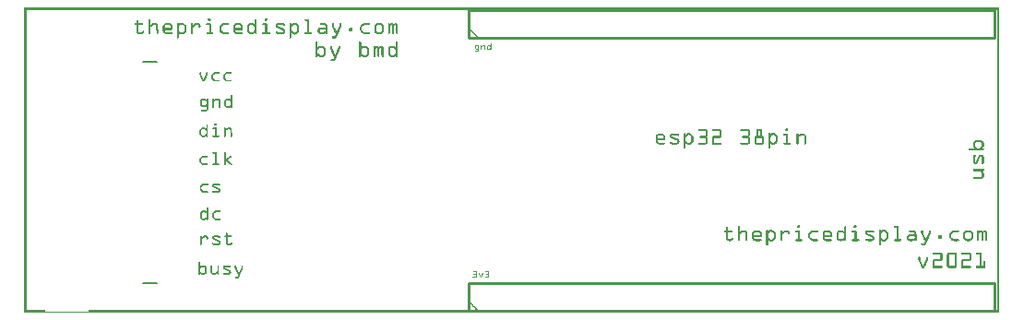
<source format=gto>
G04 MADE WITH FRITZING*
G04 WWW.FRITZING.ORG*
G04 DOUBLE SIDED*
G04 HOLES PLATED*
G04 CONTOUR ON CENTER OF CONTOUR VECTOR*
%ASAXBY*%
%FSLAX23Y23*%
%MOIN*%
%OFA0B0*%
%SFA1.0B1.0*%
%ADD10C,0.010000*%
%ADD11C,0.008000*%
%ADD12R,0.001000X0.001000*%
%LNSILK1*%
G90*
G70*
G54D10*
X1604Y6D02*
X3504Y6D01*
D02*
X3504Y6D02*
X3504Y106D01*
D02*
X3504Y106D02*
X1604Y106D01*
D02*
X1604Y106D02*
X1604Y6D01*
D02*
X1604Y995D02*
X3504Y995D01*
D02*
X3504Y995D02*
X3504Y1095D01*
D02*
X3504Y1095D02*
X1604Y1095D01*
D02*
X1604Y1095D02*
X1604Y995D01*
G54D11*
D02*
X429Y906D02*
X479Y906D01*
D02*
X429Y106D02*
X479Y106D01*
G54D12*
X0Y1102D02*
X3522Y1102D01*
X0Y1101D02*
X3522Y1101D01*
X0Y1100D02*
X3522Y1100D01*
X0Y1099D02*
X3522Y1099D01*
X0Y1098D02*
X3522Y1098D01*
X0Y1097D02*
X3522Y1097D01*
X0Y1096D02*
X3522Y1096D01*
X0Y1095D02*
X3522Y1095D01*
X0Y1094D02*
X7Y1094D01*
X3515Y1094D02*
X3522Y1094D01*
X0Y1093D02*
X7Y1093D01*
X3515Y1093D02*
X3522Y1093D01*
X0Y1092D02*
X7Y1092D01*
X3515Y1092D02*
X3522Y1092D01*
X0Y1091D02*
X7Y1091D01*
X3515Y1091D02*
X3522Y1091D01*
X0Y1090D02*
X7Y1090D01*
X3515Y1090D02*
X3522Y1090D01*
X0Y1089D02*
X7Y1089D01*
X3515Y1089D02*
X3522Y1089D01*
X0Y1088D02*
X7Y1088D01*
X3515Y1088D02*
X3522Y1088D01*
X0Y1087D02*
X7Y1087D01*
X3515Y1087D02*
X3522Y1087D01*
X0Y1086D02*
X7Y1086D01*
X3515Y1086D02*
X3522Y1086D01*
X0Y1085D02*
X7Y1085D01*
X3515Y1085D02*
X3522Y1085D01*
X0Y1084D02*
X7Y1084D01*
X3515Y1084D02*
X3522Y1084D01*
X0Y1083D02*
X7Y1083D01*
X3515Y1083D02*
X3522Y1083D01*
X0Y1082D02*
X7Y1082D01*
X3515Y1082D02*
X3522Y1082D01*
X0Y1081D02*
X7Y1081D01*
X3515Y1081D02*
X3522Y1081D01*
X0Y1080D02*
X7Y1080D01*
X3515Y1080D02*
X3522Y1080D01*
X0Y1079D02*
X7Y1079D01*
X3515Y1079D02*
X3522Y1079D01*
X0Y1078D02*
X7Y1078D01*
X3515Y1078D02*
X3522Y1078D01*
X0Y1077D02*
X7Y1077D01*
X3515Y1077D02*
X3522Y1077D01*
X0Y1076D02*
X7Y1076D01*
X3515Y1076D02*
X3522Y1076D01*
X0Y1075D02*
X7Y1075D01*
X3515Y1075D02*
X3522Y1075D01*
X0Y1074D02*
X7Y1074D01*
X3515Y1074D02*
X3522Y1074D01*
X0Y1073D02*
X7Y1073D01*
X3515Y1073D02*
X3522Y1073D01*
X0Y1072D02*
X7Y1072D01*
X3515Y1072D02*
X3522Y1072D01*
X0Y1071D02*
X7Y1071D01*
X3515Y1071D02*
X3522Y1071D01*
X0Y1070D02*
X7Y1070D01*
X3515Y1070D02*
X3522Y1070D01*
X0Y1069D02*
X7Y1069D01*
X3515Y1069D02*
X3522Y1069D01*
X0Y1068D02*
X7Y1068D01*
X3515Y1068D02*
X3522Y1068D01*
X0Y1067D02*
X7Y1067D01*
X3515Y1067D02*
X3522Y1067D01*
X0Y1066D02*
X7Y1066D01*
X3515Y1066D02*
X3522Y1066D01*
X0Y1065D02*
X7Y1065D01*
X3515Y1065D02*
X3522Y1065D01*
X0Y1064D02*
X7Y1064D01*
X665Y1064D02*
X670Y1064D01*
X869Y1064D02*
X874Y1064D01*
X3515Y1064D02*
X3522Y1064D01*
X0Y1063D02*
X7Y1063D01*
X664Y1063D02*
X672Y1063D01*
X868Y1063D02*
X875Y1063D01*
X3515Y1063D02*
X3522Y1063D01*
X0Y1062D02*
X7Y1062D01*
X663Y1062D02*
X672Y1062D01*
X867Y1062D02*
X876Y1062D01*
X3515Y1062D02*
X3522Y1062D01*
X0Y1061D02*
X7Y1061D01*
X451Y1061D02*
X453Y1061D01*
X663Y1061D02*
X673Y1061D01*
X836Y1061D02*
X837Y1061D01*
X867Y1061D02*
X876Y1061D01*
X1015Y1061D02*
X1027Y1061D01*
X3515Y1061D02*
X3522Y1061D01*
X0Y1060D02*
X7Y1060D01*
X450Y1060D02*
X454Y1060D01*
X663Y1060D02*
X673Y1060D01*
X834Y1060D02*
X839Y1060D01*
X867Y1060D02*
X876Y1060D01*
X1013Y1060D02*
X1028Y1060D01*
X3515Y1060D02*
X3522Y1060D01*
X0Y1059D02*
X7Y1059D01*
X449Y1059D02*
X455Y1059D01*
X663Y1059D02*
X673Y1059D01*
X834Y1059D02*
X839Y1059D01*
X867Y1059D02*
X876Y1059D01*
X1013Y1059D02*
X1029Y1059D01*
X3515Y1059D02*
X3522Y1059D01*
X0Y1058D02*
X7Y1058D01*
X407Y1058D02*
X409Y1058D01*
X449Y1058D02*
X455Y1058D01*
X663Y1058D02*
X673Y1058D01*
X833Y1058D02*
X839Y1058D01*
X867Y1058D02*
X876Y1058D01*
X1013Y1058D02*
X1029Y1058D01*
X3515Y1058D02*
X3522Y1058D01*
X0Y1057D02*
X7Y1057D01*
X406Y1057D02*
X410Y1057D01*
X449Y1057D02*
X455Y1057D01*
X663Y1057D02*
X673Y1057D01*
X833Y1057D02*
X839Y1057D01*
X867Y1057D02*
X876Y1057D01*
X1013Y1057D02*
X1029Y1057D01*
X3515Y1057D02*
X3522Y1057D01*
X0Y1056D02*
X7Y1056D01*
X405Y1056D02*
X411Y1056D01*
X449Y1056D02*
X455Y1056D01*
X664Y1056D02*
X672Y1056D01*
X833Y1056D02*
X839Y1056D01*
X867Y1056D02*
X876Y1056D01*
X1013Y1056D02*
X1029Y1056D01*
X3515Y1056D02*
X3522Y1056D01*
X0Y1055D02*
X7Y1055D01*
X405Y1055D02*
X411Y1055D01*
X449Y1055D02*
X455Y1055D01*
X664Y1055D02*
X671Y1055D01*
X833Y1055D02*
X839Y1055D01*
X868Y1055D02*
X875Y1055D01*
X1014Y1055D02*
X1029Y1055D01*
X3515Y1055D02*
X3522Y1055D01*
X0Y1054D02*
X7Y1054D01*
X405Y1054D02*
X411Y1054D01*
X449Y1054D02*
X455Y1054D01*
X833Y1054D02*
X839Y1054D01*
X1023Y1054D02*
X1029Y1054D01*
X3515Y1054D02*
X3522Y1054D01*
X0Y1053D02*
X7Y1053D01*
X405Y1053D02*
X411Y1053D01*
X449Y1053D02*
X455Y1053D01*
X833Y1053D02*
X839Y1053D01*
X1023Y1053D02*
X1029Y1053D01*
X3515Y1053D02*
X3522Y1053D01*
X0Y1052D02*
X7Y1052D01*
X405Y1052D02*
X411Y1052D01*
X449Y1052D02*
X455Y1052D01*
X833Y1052D02*
X839Y1052D01*
X1023Y1052D02*
X1029Y1052D01*
X3515Y1052D02*
X3522Y1052D01*
X0Y1051D02*
X7Y1051D01*
X405Y1051D02*
X411Y1051D01*
X449Y1051D02*
X455Y1051D01*
X833Y1051D02*
X839Y1051D01*
X1023Y1051D02*
X1029Y1051D01*
X3515Y1051D02*
X3522Y1051D01*
X0Y1050D02*
X7Y1050D01*
X405Y1050D02*
X411Y1050D01*
X449Y1050D02*
X455Y1050D01*
X833Y1050D02*
X839Y1050D01*
X1023Y1050D02*
X1029Y1050D01*
X3515Y1050D02*
X3522Y1050D01*
X0Y1049D02*
X7Y1049D01*
X405Y1049D02*
X411Y1049D01*
X449Y1049D02*
X455Y1049D01*
X833Y1049D02*
X839Y1049D01*
X1023Y1049D02*
X1029Y1049D01*
X3515Y1049D02*
X3522Y1049D01*
X0Y1048D02*
X7Y1048D01*
X405Y1048D02*
X411Y1048D01*
X449Y1048D02*
X455Y1048D01*
X833Y1048D02*
X839Y1048D01*
X1023Y1048D02*
X1029Y1048D01*
X3515Y1048D02*
X3522Y1048D01*
X0Y1047D02*
X7Y1047D01*
X405Y1047D02*
X411Y1047D01*
X449Y1047D02*
X455Y1047D01*
X552Y1047D02*
X555Y1047D01*
X564Y1047D02*
X572Y1047D01*
X833Y1047D02*
X839Y1047D01*
X959Y1047D02*
X963Y1047D01*
X971Y1047D02*
X979Y1047D01*
X1023Y1047D02*
X1029Y1047D01*
X3515Y1047D02*
X3522Y1047D01*
X0Y1046D02*
X7Y1046D01*
X400Y1046D02*
X426Y1046D01*
X449Y1046D02*
X455Y1046D01*
X466Y1046D02*
X474Y1046D01*
X510Y1046D02*
X523Y1046D01*
X551Y1046D02*
X556Y1046D01*
X562Y1046D02*
X574Y1046D01*
X604Y1046D02*
X606Y1046D01*
X618Y1046D02*
X628Y1046D01*
X658Y1046D02*
X671Y1046D01*
X718Y1046D02*
X735Y1046D01*
X765Y1046D02*
X778Y1046D01*
X816Y1046D02*
X825Y1046D01*
X833Y1046D02*
X839Y1046D01*
X862Y1046D02*
X874Y1046D01*
X915Y1046D02*
X934Y1046D01*
X959Y1046D02*
X964Y1046D01*
X969Y1046D02*
X981Y1046D01*
X1023Y1046D02*
X1029Y1046D01*
X1069Y1046D02*
X1085Y1046D01*
X1113Y1046D02*
X1115Y1046D01*
X1141Y1046D02*
X1143Y1046D01*
X1227Y1046D02*
X1245Y1046D01*
X1274Y1046D02*
X1287Y1046D01*
X1316Y1046D02*
X1318Y1046D01*
X1325Y1046D02*
X1329Y1046D01*
X1339Y1046D02*
X1341Y1046D01*
X3515Y1046D02*
X3522Y1046D01*
X0Y1045D02*
X7Y1045D01*
X399Y1045D02*
X428Y1045D01*
X449Y1045D02*
X455Y1045D01*
X463Y1045D02*
X477Y1045D01*
X508Y1045D02*
X526Y1045D01*
X551Y1045D02*
X557Y1045D01*
X560Y1045D02*
X575Y1045D01*
X602Y1045D02*
X607Y1045D01*
X616Y1045D02*
X630Y1045D01*
X657Y1045D02*
X672Y1045D01*
X715Y1045D02*
X737Y1045D01*
X762Y1045D02*
X781Y1045D01*
X813Y1045D02*
X828Y1045D01*
X833Y1045D02*
X839Y1045D01*
X861Y1045D02*
X875Y1045D01*
X912Y1045D02*
X936Y1045D01*
X958Y1045D02*
X964Y1045D01*
X968Y1045D02*
X983Y1045D01*
X1023Y1045D02*
X1029Y1045D01*
X1068Y1045D02*
X1088Y1045D01*
X1112Y1045D02*
X1116Y1045D01*
X1140Y1045D02*
X1144Y1045D01*
X1224Y1045D02*
X1246Y1045D01*
X1272Y1045D02*
X1290Y1045D01*
X1315Y1045D02*
X1319Y1045D01*
X1322Y1045D02*
X1331Y1045D01*
X1337Y1045D02*
X1344Y1045D01*
X3515Y1045D02*
X3522Y1045D01*
X0Y1044D02*
X7Y1044D01*
X398Y1044D02*
X428Y1044D01*
X449Y1044D02*
X455Y1044D01*
X462Y1044D02*
X478Y1044D01*
X506Y1044D02*
X527Y1044D01*
X551Y1044D02*
X557Y1044D01*
X559Y1044D02*
X577Y1044D01*
X602Y1044D02*
X608Y1044D01*
X615Y1044D02*
X632Y1044D01*
X656Y1044D02*
X672Y1044D01*
X713Y1044D02*
X737Y1044D01*
X761Y1044D02*
X782Y1044D01*
X812Y1044D02*
X829Y1044D01*
X833Y1044D02*
X839Y1044D01*
X860Y1044D02*
X876Y1044D01*
X911Y1044D02*
X938Y1044D01*
X958Y1044D02*
X964Y1044D01*
X967Y1044D02*
X984Y1044D01*
X1023Y1044D02*
X1029Y1044D01*
X1067Y1044D02*
X1089Y1044D01*
X1111Y1044D02*
X1117Y1044D01*
X1139Y1044D02*
X1145Y1044D01*
X1223Y1044D02*
X1247Y1044D01*
X1270Y1044D02*
X1291Y1044D01*
X1314Y1044D02*
X1332Y1044D01*
X1335Y1044D02*
X1345Y1044D01*
X3515Y1044D02*
X3522Y1044D01*
X0Y1043D02*
X7Y1043D01*
X398Y1043D02*
X428Y1043D01*
X449Y1043D02*
X455Y1043D01*
X460Y1043D02*
X479Y1043D01*
X505Y1043D02*
X529Y1043D01*
X551Y1043D02*
X578Y1043D01*
X602Y1043D02*
X608Y1043D01*
X614Y1043D02*
X633Y1043D01*
X656Y1043D02*
X673Y1043D01*
X712Y1043D02*
X738Y1043D01*
X760Y1043D02*
X783Y1043D01*
X811Y1043D02*
X831Y1043D01*
X833Y1043D02*
X839Y1043D01*
X860Y1043D02*
X876Y1043D01*
X910Y1043D02*
X939Y1043D01*
X958Y1043D02*
X964Y1043D01*
X966Y1043D02*
X985Y1043D01*
X1023Y1043D02*
X1029Y1043D01*
X1067Y1043D02*
X1090Y1043D01*
X1111Y1043D02*
X1117Y1043D01*
X1139Y1043D02*
X1145Y1043D01*
X1221Y1043D02*
X1247Y1043D01*
X1269Y1043D02*
X1292Y1043D01*
X1314Y1043D02*
X1346Y1043D01*
X3515Y1043D02*
X3522Y1043D01*
X0Y1042D02*
X7Y1042D01*
X398Y1042D02*
X428Y1042D01*
X449Y1042D02*
X455Y1042D01*
X459Y1042D02*
X480Y1042D01*
X504Y1042D02*
X530Y1042D01*
X551Y1042D02*
X579Y1042D01*
X602Y1042D02*
X608Y1042D01*
X613Y1042D02*
X634Y1042D01*
X656Y1042D02*
X673Y1042D01*
X711Y1042D02*
X737Y1042D01*
X759Y1042D02*
X784Y1042D01*
X810Y1042D02*
X839Y1042D01*
X860Y1042D02*
X876Y1042D01*
X909Y1042D02*
X940Y1042D01*
X958Y1042D02*
X986Y1042D01*
X1023Y1042D02*
X1029Y1042D01*
X1067Y1042D02*
X1091Y1042D01*
X1111Y1042D02*
X1117Y1042D01*
X1139Y1042D02*
X1145Y1042D01*
X1220Y1042D02*
X1247Y1042D01*
X1268Y1042D02*
X1294Y1042D01*
X1314Y1042D02*
X1347Y1042D01*
X3515Y1042D02*
X3522Y1042D01*
X0Y1041D02*
X7Y1041D01*
X398Y1041D02*
X428Y1041D01*
X449Y1041D02*
X455Y1041D01*
X457Y1041D02*
X481Y1041D01*
X503Y1041D02*
X531Y1041D01*
X551Y1041D02*
X580Y1041D01*
X602Y1041D02*
X608Y1041D01*
X612Y1041D02*
X634Y1041D01*
X657Y1041D02*
X673Y1041D01*
X710Y1041D02*
X737Y1041D01*
X757Y1041D02*
X785Y1041D01*
X808Y1041D02*
X839Y1041D01*
X860Y1041D02*
X876Y1041D01*
X909Y1041D02*
X940Y1041D01*
X958Y1041D02*
X987Y1041D01*
X1023Y1041D02*
X1029Y1041D01*
X1067Y1041D02*
X1092Y1041D01*
X1111Y1041D02*
X1117Y1041D01*
X1139Y1041D02*
X1145Y1041D01*
X1219Y1041D02*
X1246Y1041D01*
X1267Y1041D02*
X1295Y1041D01*
X1314Y1041D02*
X1348Y1041D01*
X3515Y1041D02*
X3522Y1041D01*
X0Y1040D02*
X7Y1040D01*
X399Y1040D02*
X427Y1040D01*
X449Y1040D02*
X481Y1040D01*
X502Y1040D02*
X532Y1040D01*
X551Y1040D02*
X565Y1040D01*
X571Y1040D02*
X581Y1040D01*
X602Y1040D02*
X608Y1040D01*
X610Y1040D02*
X635Y1040D01*
X658Y1040D02*
X673Y1040D01*
X709Y1040D02*
X736Y1040D01*
X757Y1040D02*
X786Y1040D01*
X808Y1040D02*
X839Y1040D01*
X861Y1040D02*
X876Y1040D01*
X908Y1040D02*
X940Y1040D01*
X958Y1040D02*
X972Y1040D01*
X979Y1040D02*
X989Y1040D01*
X1023Y1040D02*
X1029Y1040D01*
X1068Y1040D02*
X1092Y1040D01*
X1111Y1040D02*
X1117Y1040D01*
X1139Y1040D02*
X1145Y1040D01*
X1218Y1040D02*
X1245Y1040D01*
X1266Y1040D02*
X1296Y1040D01*
X1314Y1040D02*
X1348Y1040D01*
X3515Y1040D02*
X3522Y1040D01*
X0Y1039D02*
X7Y1039D01*
X405Y1039D02*
X411Y1039D01*
X449Y1039D02*
X466Y1039D01*
X474Y1039D02*
X482Y1039D01*
X501Y1039D02*
X511Y1039D01*
X523Y1039D02*
X532Y1039D01*
X551Y1039D02*
X563Y1039D01*
X572Y1039D02*
X582Y1039D01*
X602Y1039D02*
X619Y1039D01*
X627Y1039D02*
X635Y1039D01*
X666Y1039D02*
X673Y1039D01*
X708Y1039D02*
X718Y1039D01*
X756Y1039D02*
X765Y1039D01*
X777Y1039D02*
X787Y1039D01*
X807Y1039D02*
X816Y1039D01*
X825Y1039D02*
X839Y1039D01*
X870Y1039D02*
X876Y1039D01*
X908Y1039D02*
X915Y1039D01*
X933Y1039D02*
X940Y1039D01*
X958Y1039D02*
X971Y1039D01*
X980Y1039D02*
X989Y1039D01*
X1023Y1039D02*
X1029Y1039D01*
X1085Y1039D02*
X1093Y1039D01*
X1111Y1039D02*
X1117Y1039D01*
X1139Y1039D02*
X1145Y1039D01*
X1217Y1039D02*
X1227Y1039D01*
X1265Y1039D02*
X1274Y1039D01*
X1287Y1039D02*
X1296Y1039D01*
X1314Y1039D02*
X1325Y1039D01*
X1328Y1039D02*
X1339Y1039D01*
X1341Y1039D02*
X1348Y1039D01*
X3515Y1039D02*
X3522Y1039D01*
X0Y1038D02*
X7Y1038D01*
X405Y1038D02*
X411Y1038D01*
X449Y1038D02*
X465Y1038D01*
X475Y1038D02*
X482Y1038D01*
X501Y1038D02*
X509Y1038D01*
X525Y1038D02*
X533Y1038D01*
X551Y1038D02*
X562Y1038D01*
X574Y1038D02*
X583Y1038D01*
X602Y1038D02*
X618Y1038D01*
X629Y1038D02*
X635Y1038D01*
X667Y1038D02*
X673Y1038D01*
X707Y1038D02*
X716Y1038D01*
X755Y1038D02*
X764Y1038D01*
X779Y1038D02*
X788Y1038D01*
X806Y1038D02*
X815Y1038D01*
X826Y1038D02*
X839Y1038D01*
X870Y1038D02*
X876Y1038D01*
X908Y1038D02*
X914Y1038D01*
X935Y1038D02*
X940Y1038D01*
X958Y1038D02*
X970Y1038D01*
X981Y1038D02*
X990Y1038D01*
X1023Y1038D02*
X1029Y1038D01*
X1086Y1038D02*
X1093Y1038D01*
X1111Y1038D02*
X1117Y1038D01*
X1139Y1038D02*
X1145Y1038D01*
X1216Y1038D02*
X1226Y1038D01*
X1265Y1038D02*
X1273Y1038D01*
X1289Y1038D02*
X1297Y1038D01*
X1314Y1038D02*
X1324Y1038D01*
X1329Y1038D02*
X1338Y1038D01*
X1342Y1038D02*
X1348Y1038D01*
X3515Y1038D02*
X3522Y1038D01*
X0Y1037D02*
X7Y1037D01*
X405Y1037D02*
X411Y1037D01*
X449Y1037D02*
X463Y1037D01*
X476Y1037D02*
X482Y1037D01*
X500Y1037D02*
X508Y1037D01*
X526Y1037D02*
X533Y1037D01*
X551Y1037D02*
X561Y1037D01*
X575Y1037D02*
X584Y1037D01*
X602Y1037D02*
X617Y1037D01*
X629Y1037D02*
X636Y1037D01*
X667Y1037D02*
X673Y1037D01*
X706Y1037D02*
X715Y1037D01*
X755Y1037D02*
X763Y1037D01*
X781Y1037D02*
X788Y1037D01*
X806Y1037D02*
X814Y1037D01*
X828Y1037D02*
X839Y1037D01*
X870Y1037D02*
X876Y1037D01*
X908Y1037D02*
X914Y1037D01*
X936Y1037D02*
X939Y1037D01*
X958Y1037D02*
X969Y1037D01*
X982Y1037D02*
X991Y1037D01*
X1023Y1037D02*
X1029Y1037D01*
X1087Y1037D02*
X1093Y1037D01*
X1111Y1037D02*
X1117Y1037D01*
X1139Y1037D02*
X1145Y1037D01*
X1215Y1037D02*
X1225Y1037D01*
X1264Y1037D02*
X1272Y1037D01*
X1290Y1037D02*
X1297Y1037D01*
X1314Y1037D02*
X1323Y1037D01*
X1329Y1037D02*
X1337Y1037D01*
X1342Y1037D02*
X1348Y1037D01*
X3515Y1037D02*
X3522Y1037D01*
X0Y1036D02*
X7Y1036D01*
X405Y1036D02*
X411Y1036D01*
X449Y1036D02*
X461Y1036D01*
X476Y1036D02*
X482Y1036D01*
X500Y1036D02*
X507Y1036D01*
X527Y1036D02*
X534Y1036D01*
X551Y1036D02*
X560Y1036D01*
X576Y1036D02*
X584Y1036D01*
X602Y1036D02*
X616Y1036D01*
X630Y1036D02*
X636Y1036D01*
X667Y1036D02*
X673Y1036D01*
X705Y1036D02*
X714Y1036D01*
X755Y1036D02*
X762Y1036D01*
X781Y1036D02*
X788Y1036D01*
X806Y1036D02*
X813Y1036D01*
X829Y1036D02*
X839Y1036D01*
X870Y1036D02*
X876Y1036D01*
X908Y1036D02*
X915Y1036D01*
X958Y1036D02*
X968Y1036D01*
X983Y1036D02*
X991Y1036D01*
X1023Y1036D02*
X1029Y1036D01*
X1087Y1036D02*
X1093Y1036D01*
X1111Y1036D02*
X1118Y1036D01*
X1138Y1036D02*
X1145Y1036D01*
X1214Y1036D02*
X1223Y1036D01*
X1264Y1036D02*
X1271Y1036D01*
X1291Y1036D02*
X1298Y1036D01*
X1314Y1036D02*
X1322Y1036D01*
X1329Y1036D02*
X1336Y1036D01*
X1342Y1036D02*
X1348Y1036D01*
X3515Y1036D02*
X3522Y1036D01*
X0Y1035D02*
X7Y1035D01*
X405Y1035D02*
X411Y1035D01*
X449Y1035D02*
X460Y1035D01*
X476Y1035D02*
X482Y1035D01*
X500Y1035D02*
X506Y1035D01*
X527Y1035D02*
X534Y1035D01*
X551Y1035D02*
X559Y1035D01*
X577Y1035D02*
X584Y1035D01*
X602Y1035D02*
X615Y1035D01*
X630Y1035D02*
X636Y1035D01*
X667Y1035D02*
X673Y1035D01*
X704Y1035D02*
X713Y1035D01*
X755Y1035D02*
X761Y1035D01*
X782Y1035D02*
X788Y1035D01*
X806Y1035D02*
X812Y1035D01*
X830Y1035D02*
X839Y1035D01*
X870Y1035D02*
X876Y1035D01*
X908Y1035D02*
X916Y1035D01*
X958Y1035D02*
X967Y1035D01*
X984Y1035D02*
X992Y1035D01*
X1023Y1035D02*
X1029Y1035D01*
X1087Y1035D02*
X1093Y1035D01*
X1111Y1035D02*
X1118Y1035D01*
X1138Y1035D02*
X1144Y1035D01*
X1214Y1035D02*
X1222Y1035D01*
X1264Y1035D02*
X1270Y1035D01*
X1291Y1035D02*
X1298Y1035D01*
X1314Y1035D02*
X1321Y1035D01*
X1329Y1035D02*
X1335Y1035D01*
X1342Y1035D02*
X1348Y1035D01*
X3515Y1035D02*
X3522Y1035D01*
X0Y1034D02*
X7Y1034D01*
X405Y1034D02*
X411Y1034D01*
X449Y1034D02*
X458Y1034D01*
X476Y1034D02*
X482Y1034D01*
X500Y1034D02*
X506Y1034D01*
X528Y1034D02*
X534Y1034D01*
X551Y1034D02*
X558Y1034D01*
X578Y1034D02*
X585Y1034D01*
X602Y1034D02*
X613Y1034D01*
X630Y1034D02*
X636Y1034D01*
X667Y1034D02*
X673Y1034D01*
X704Y1034D02*
X712Y1034D01*
X754Y1034D02*
X761Y1034D01*
X782Y1034D02*
X788Y1034D01*
X805Y1034D02*
X812Y1034D01*
X831Y1034D02*
X839Y1034D01*
X870Y1034D02*
X876Y1034D01*
X909Y1034D02*
X919Y1034D01*
X958Y1034D02*
X966Y1034D01*
X985Y1034D02*
X992Y1034D01*
X1023Y1034D02*
X1029Y1034D01*
X1087Y1034D02*
X1093Y1034D01*
X1112Y1034D02*
X1119Y1034D01*
X1137Y1034D02*
X1144Y1034D01*
X1213Y1034D02*
X1221Y1034D01*
X1264Y1034D02*
X1270Y1034D01*
X1292Y1034D02*
X1298Y1034D01*
X1314Y1034D02*
X1320Y1034D01*
X1329Y1034D02*
X1335Y1034D01*
X1342Y1034D02*
X1348Y1034D01*
X3515Y1034D02*
X3522Y1034D01*
X0Y1033D02*
X7Y1033D01*
X405Y1033D02*
X411Y1033D01*
X449Y1033D02*
X457Y1033D01*
X476Y1033D02*
X482Y1033D01*
X500Y1033D02*
X506Y1033D01*
X528Y1033D02*
X534Y1033D01*
X551Y1033D02*
X558Y1033D01*
X579Y1033D02*
X585Y1033D01*
X602Y1033D02*
X612Y1033D01*
X630Y1033D02*
X636Y1033D01*
X667Y1033D02*
X673Y1033D01*
X704Y1033D02*
X711Y1033D01*
X754Y1033D02*
X761Y1033D01*
X782Y1033D02*
X789Y1033D01*
X805Y1033D02*
X811Y1033D01*
X832Y1033D02*
X839Y1033D01*
X870Y1033D02*
X876Y1033D01*
X909Y1033D02*
X921Y1033D01*
X958Y1033D02*
X965Y1033D01*
X986Y1033D02*
X992Y1033D01*
X1023Y1033D02*
X1029Y1033D01*
X1087Y1033D02*
X1093Y1033D01*
X1112Y1033D02*
X1119Y1033D01*
X1137Y1033D02*
X1144Y1033D01*
X1213Y1033D02*
X1220Y1033D01*
X1264Y1033D02*
X1270Y1033D01*
X1292Y1033D02*
X1298Y1033D01*
X1314Y1033D02*
X1320Y1033D01*
X1329Y1033D02*
X1335Y1033D01*
X1342Y1033D02*
X1348Y1033D01*
X3515Y1033D02*
X3522Y1033D01*
X0Y1032D02*
X7Y1032D01*
X405Y1032D02*
X411Y1032D01*
X449Y1032D02*
X455Y1032D01*
X476Y1032D02*
X482Y1032D01*
X500Y1032D02*
X506Y1032D01*
X528Y1032D02*
X534Y1032D01*
X551Y1032D02*
X557Y1032D01*
X579Y1032D02*
X585Y1032D01*
X602Y1032D02*
X611Y1032D01*
X630Y1032D02*
X635Y1032D01*
X667Y1032D02*
X673Y1032D01*
X704Y1032D02*
X710Y1032D01*
X754Y1032D02*
X761Y1032D01*
X782Y1032D02*
X789Y1032D01*
X805Y1032D02*
X811Y1032D01*
X833Y1032D02*
X839Y1032D01*
X870Y1032D02*
X876Y1032D01*
X910Y1032D02*
X923Y1032D01*
X958Y1032D02*
X964Y1032D01*
X986Y1032D02*
X992Y1032D01*
X1023Y1032D02*
X1029Y1032D01*
X1087Y1032D02*
X1093Y1032D01*
X1113Y1032D02*
X1119Y1032D01*
X1136Y1032D02*
X1143Y1032D01*
X1213Y1032D02*
X1219Y1032D01*
X1264Y1032D02*
X1270Y1032D01*
X1292Y1032D02*
X1298Y1032D01*
X1314Y1032D02*
X1320Y1032D01*
X1329Y1032D02*
X1335Y1032D01*
X1342Y1032D02*
X1348Y1032D01*
X3515Y1032D02*
X3522Y1032D01*
X0Y1031D02*
X7Y1031D01*
X405Y1031D02*
X411Y1031D01*
X449Y1031D02*
X455Y1031D01*
X476Y1031D02*
X482Y1031D01*
X500Y1031D02*
X506Y1031D01*
X528Y1031D02*
X534Y1031D01*
X551Y1031D02*
X557Y1031D01*
X579Y1031D02*
X585Y1031D01*
X602Y1031D02*
X610Y1031D01*
X631Y1031D02*
X634Y1031D01*
X667Y1031D02*
X673Y1031D01*
X704Y1031D02*
X710Y1031D01*
X754Y1031D02*
X761Y1031D01*
X782Y1031D02*
X789Y1031D01*
X805Y1031D02*
X811Y1031D01*
X833Y1031D02*
X839Y1031D01*
X870Y1031D02*
X876Y1031D01*
X911Y1031D02*
X926Y1031D01*
X958Y1031D02*
X964Y1031D01*
X986Y1031D02*
X992Y1031D01*
X1023Y1031D02*
X1029Y1031D01*
X1068Y1031D02*
X1093Y1031D01*
X1113Y1031D02*
X1120Y1031D01*
X1136Y1031D02*
X1143Y1031D01*
X1213Y1031D02*
X1219Y1031D01*
X1264Y1031D02*
X1270Y1031D01*
X1292Y1031D02*
X1298Y1031D01*
X1314Y1031D02*
X1320Y1031D01*
X1329Y1031D02*
X1335Y1031D01*
X1342Y1031D02*
X1348Y1031D01*
X1604Y1031D02*
X1605Y1031D01*
X3515Y1031D02*
X3522Y1031D01*
X0Y1030D02*
X7Y1030D01*
X405Y1030D02*
X411Y1030D01*
X449Y1030D02*
X455Y1030D01*
X476Y1030D02*
X482Y1030D01*
X500Y1030D02*
X506Y1030D01*
X528Y1030D02*
X534Y1030D01*
X551Y1030D02*
X557Y1030D01*
X579Y1030D02*
X585Y1030D01*
X602Y1030D02*
X609Y1030D01*
X667Y1030D02*
X673Y1030D01*
X704Y1030D02*
X710Y1030D01*
X754Y1030D02*
X761Y1030D01*
X782Y1030D02*
X789Y1030D01*
X805Y1030D02*
X811Y1030D01*
X833Y1030D02*
X839Y1030D01*
X870Y1030D02*
X876Y1030D01*
X912Y1030D02*
X928Y1030D01*
X958Y1030D02*
X964Y1030D01*
X986Y1030D02*
X992Y1030D01*
X1023Y1030D02*
X1029Y1030D01*
X1065Y1030D02*
X1093Y1030D01*
X1114Y1030D02*
X1120Y1030D01*
X1135Y1030D02*
X1142Y1030D01*
X1213Y1030D02*
X1219Y1030D01*
X1264Y1030D02*
X1270Y1030D01*
X1292Y1030D02*
X1298Y1030D01*
X1314Y1030D02*
X1320Y1030D01*
X1329Y1030D02*
X1335Y1030D01*
X1342Y1030D02*
X1348Y1030D01*
X1603Y1030D02*
X1606Y1030D01*
X3515Y1030D02*
X3522Y1030D01*
X0Y1029D02*
X7Y1029D01*
X405Y1029D02*
X411Y1029D01*
X449Y1029D02*
X455Y1029D01*
X476Y1029D02*
X482Y1029D01*
X500Y1029D02*
X506Y1029D01*
X528Y1029D02*
X534Y1029D01*
X551Y1029D02*
X557Y1029D01*
X579Y1029D02*
X585Y1029D01*
X602Y1029D02*
X608Y1029D01*
X667Y1029D02*
X673Y1029D01*
X704Y1029D02*
X710Y1029D01*
X754Y1029D02*
X761Y1029D01*
X782Y1029D02*
X789Y1029D01*
X805Y1029D02*
X811Y1029D01*
X833Y1029D02*
X839Y1029D01*
X870Y1029D02*
X876Y1029D01*
X914Y1029D02*
X930Y1029D01*
X958Y1029D02*
X964Y1029D01*
X986Y1029D02*
X992Y1029D01*
X1023Y1029D02*
X1029Y1029D01*
X1064Y1029D02*
X1093Y1029D01*
X1114Y1029D02*
X1121Y1029D01*
X1135Y1029D02*
X1142Y1029D01*
X1213Y1029D02*
X1219Y1029D01*
X1264Y1029D02*
X1270Y1029D01*
X1292Y1029D02*
X1298Y1029D01*
X1314Y1029D02*
X1320Y1029D01*
X1329Y1029D02*
X1335Y1029D01*
X1342Y1029D02*
X1348Y1029D01*
X1602Y1029D02*
X1607Y1029D01*
X3515Y1029D02*
X3522Y1029D01*
X0Y1028D02*
X7Y1028D01*
X405Y1028D02*
X411Y1028D01*
X449Y1028D02*
X455Y1028D01*
X476Y1028D02*
X482Y1028D01*
X500Y1028D02*
X534Y1028D01*
X551Y1028D02*
X557Y1028D01*
X579Y1028D02*
X585Y1028D01*
X602Y1028D02*
X608Y1028D01*
X667Y1028D02*
X673Y1028D01*
X704Y1028D02*
X710Y1028D01*
X754Y1028D02*
X789Y1028D01*
X805Y1028D02*
X811Y1028D01*
X833Y1028D02*
X839Y1028D01*
X870Y1028D02*
X876Y1028D01*
X916Y1028D02*
X933Y1028D01*
X958Y1028D02*
X964Y1028D01*
X986Y1028D02*
X992Y1028D01*
X1023Y1028D02*
X1029Y1028D01*
X1063Y1028D02*
X1093Y1028D01*
X1114Y1028D02*
X1121Y1028D01*
X1135Y1028D02*
X1141Y1028D01*
X1174Y1028D02*
X1183Y1028D01*
X1213Y1028D02*
X1219Y1028D01*
X1264Y1028D02*
X1270Y1028D01*
X1292Y1028D02*
X1298Y1028D01*
X1314Y1028D02*
X1320Y1028D01*
X1329Y1028D02*
X1335Y1028D01*
X1342Y1028D02*
X1349Y1028D01*
X1602Y1028D02*
X1608Y1028D01*
X3515Y1028D02*
X3522Y1028D01*
X0Y1027D02*
X7Y1027D01*
X405Y1027D02*
X411Y1027D01*
X449Y1027D02*
X455Y1027D01*
X476Y1027D02*
X482Y1027D01*
X500Y1027D02*
X534Y1027D01*
X551Y1027D02*
X557Y1027D01*
X579Y1027D02*
X585Y1027D01*
X602Y1027D02*
X608Y1027D01*
X667Y1027D02*
X673Y1027D01*
X704Y1027D02*
X710Y1027D01*
X754Y1027D02*
X789Y1027D01*
X805Y1027D02*
X811Y1027D01*
X833Y1027D02*
X839Y1027D01*
X870Y1027D02*
X876Y1027D01*
X918Y1027D02*
X935Y1027D01*
X958Y1027D02*
X964Y1027D01*
X986Y1027D02*
X992Y1027D01*
X1023Y1027D02*
X1029Y1027D01*
X1062Y1027D02*
X1093Y1027D01*
X1115Y1027D02*
X1122Y1027D01*
X1134Y1027D02*
X1141Y1027D01*
X1173Y1027D02*
X1185Y1027D01*
X1213Y1027D02*
X1219Y1027D01*
X1264Y1027D02*
X1270Y1027D01*
X1292Y1027D02*
X1298Y1027D01*
X1314Y1027D02*
X1320Y1027D01*
X1329Y1027D02*
X1335Y1027D01*
X1342Y1027D02*
X1349Y1027D01*
X1603Y1027D02*
X1609Y1027D01*
X3515Y1027D02*
X3522Y1027D01*
X0Y1026D02*
X7Y1026D01*
X405Y1026D02*
X411Y1026D01*
X449Y1026D02*
X455Y1026D01*
X476Y1026D02*
X482Y1026D01*
X500Y1026D02*
X534Y1026D01*
X551Y1026D02*
X557Y1026D01*
X579Y1026D02*
X585Y1026D01*
X602Y1026D02*
X608Y1026D01*
X667Y1026D02*
X673Y1026D01*
X704Y1026D02*
X710Y1026D01*
X754Y1026D02*
X789Y1026D01*
X805Y1026D02*
X811Y1026D01*
X833Y1026D02*
X839Y1026D01*
X870Y1026D02*
X876Y1026D01*
X920Y1026D02*
X937Y1026D01*
X958Y1026D02*
X964Y1026D01*
X986Y1026D02*
X992Y1026D01*
X1023Y1026D02*
X1029Y1026D01*
X1061Y1026D02*
X1094Y1026D01*
X1115Y1026D02*
X1122Y1026D01*
X1134Y1026D02*
X1141Y1026D01*
X1172Y1026D02*
X1185Y1026D01*
X1213Y1026D02*
X1219Y1026D01*
X1264Y1026D02*
X1270Y1026D01*
X1292Y1026D02*
X1298Y1026D01*
X1314Y1026D02*
X1320Y1026D01*
X1329Y1026D02*
X1335Y1026D01*
X1343Y1026D02*
X1349Y1026D01*
X1604Y1026D02*
X1610Y1026D01*
X3515Y1026D02*
X3522Y1026D01*
X0Y1025D02*
X7Y1025D01*
X405Y1025D02*
X411Y1025D01*
X449Y1025D02*
X455Y1025D01*
X476Y1025D02*
X482Y1025D01*
X500Y1025D02*
X534Y1025D01*
X551Y1025D02*
X557Y1025D01*
X579Y1025D02*
X585Y1025D01*
X602Y1025D02*
X608Y1025D01*
X667Y1025D02*
X673Y1025D01*
X704Y1025D02*
X710Y1025D01*
X754Y1025D02*
X789Y1025D01*
X805Y1025D02*
X811Y1025D01*
X833Y1025D02*
X839Y1025D01*
X870Y1025D02*
X876Y1025D01*
X923Y1025D02*
X938Y1025D01*
X958Y1025D02*
X964Y1025D01*
X986Y1025D02*
X992Y1025D01*
X1023Y1025D02*
X1029Y1025D01*
X1061Y1025D02*
X1094Y1025D01*
X1116Y1025D02*
X1123Y1025D01*
X1133Y1025D02*
X1140Y1025D01*
X1172Y1025D02*
X1185Y1025D01*
X1213Y1025D02*
X1219Y1025D01*
X1264Y1025D02*
X1270Y1025D01*
X1292Y1025D02*
X1298Y1025D01*
X1314Y1025D02*
X1320Y1025D01*
X1329Y1025D02*
X1335Y1025D01*
X1343Y1025D02*
X1349Y1025D01*
X1605Y1025D02*
X1611Y1025D01*
X3515Y1025D02*
X3522Y1025D01*
X0Y1024D02*
X7Y1024D01*
X405Y1024D02*
X411Y1024D01*
X449Y1024D02*
X455Y1024D01*
X476Y1024D02*
X482Y1024D01*
X500Y1024D02*
X534Y1024D01*
X551Y1024D02*
X557Y1024D01*
X579Y1024D02*
X585Y1024D01*
X602Y1024D02*
X608Y1024D01*
X667Y1024D02*
X673Y1024D01*
X704Y1024D02*
X710Y1024D01*
X754Y1024D02*
X788Y1024D01*
X805Y1024D02*
X811Y1024D01*
X833Y1024D02*
X839Y1024D01*
X870Y1024D02*
X876Y1024D01*
X925Y1024D02*
X939Y1024D01*
X958Y1024D02*
X964Y1024D01*
X986Y1024D02*
X992Y1024D01*
X1023Y1024D02*
X1029Y1024D01*
X1060Y1024D02*
X1068Y1024D01*
X1085Y1024D02*
X1094Y1024D01*
X1116Y1024D02*
X1123Y1024D01*
X1133Y1024D02*
X1140Y1024D01*
X1172Y1024D02*
X1185Y1024D01*
X1213Y1024D02*
X1219Y1024D01*
X1264Y1024D02*
X1270Y1024D01*
X1292Y1024D02*
X1298Y1024D01*
X1314Y1024D02*
X1320Y1024D01*
X1329Y1024D02*
X1335Y1024D01*
X1343Y1024D02*
X1349Y1024D01*
X1606Y1024D02*
X1612Y1024D01*
X3515Y1024D02*
X3522Y1024D01*
X0Y1023D02*
X7Y1023D01*
X405Y1023D02*
X411Y1023D01*
X449Y1023D02*
X455Y1023D01*
X476Y1023D02*
X482Y1023D01*
X500Y1023D02*
X533Y1023D01*
X551Y1023D02*
X557Y1023D01*
X579Y1023D02*
X585Y1023D01*
X602Y1023D02*
X608Y1023D01*
X667Y1023D02*
X673Y1023D01*
X704Y1023D02*
X710Y1023D01*
X754Y1023D02*
X788Y1023D01*
X805Y1023D02*
X811Y1023D01*
X833Y1023D02*
X839Y1023D01*
X870Y1023D02*
X876Y1023D01*
X927Y1023D02*
X939Y1023D01*
X958Y1023D02*
X964Y1023D01*
X986Y1023D02*
X992Y1023D01*
X1023Y1023D02*
X1029Y1023D01*
X1060Y1023D02*
X1067Y1023D01*
X1087Y1023D02*
X1094Y1023D01*
X1117Y1023D02*
X1123Y1023D01*
X1132Y1023D02*
X1139Y1023D01*
X1172Y1023D02*
X1185Y1023D01*
X1213Y1023D02*
X1219Y1023D01*
X1264Y1023D02*
X1270Y1023D01*
X1292Y1023D02*
X1298Y1023D01*
X1314Y1023D02*
X1320Y1023D01*
X1329Y1023D02*
X1335Y1023D01*
X1343Y1023D02*
X1349Y1023D01*
X1607Y1023D02*
X1613Y1023D01*
X3515Y1023D02*
X3522Y1023D01*
X0Y1022D02*
X7Y1022D01*
X405Y1022D02*
X411Y1022D01*
X449Y1022D02*
X455Y1022D01*
X476Y1022D02*
X483Y1022D01*
X500Y1022D02*
X532Y1022D01*
X551Y1022D02*
X557Y1022D01*
X579Y1022D02*
X585Y1022D01*
X602Y1022D02*
X608Y1022D01*
X667Y1022D02*
X673Y1022D01*
X704Y1022D02*
X710Y1022D01*
X754Y1022D02*
X787Y1022D01*
X805Y1022D02*
X811Y1022D01*
X833Y1022D02*
X839Y1022D01*
X870Y1022D02*
X876Y1022D01*
X930Y1022D02*
X940Y1022D01*
X958Y1022D02*
X964Y1022D01*
X986Y1022D02*
X992Y1022D01*
X1023Y1022D02*
X1029Y1022D01*
X1060Y1022D02*
X1066Y1022D01*
X1087Y1022D02*
X1094Y1022D01*
X1117Y1022D02*
X1124Y1022D01*
X1132Y1022D02*
X1139Y1022D01*
X1172Y1022D02*
X1185Y1022D01*
X1213Y1022D02*
X1219Y1022D01*
X1264Y1022D02*
X1270Y1022D01*
X1292Y1022D02*
X1298Y1022D01*
X1314Y1022D02*
X1320Y1022D01*
X1329Y1022D02*
X1335Y1022D01*
X1343Y1022D02*
X1349Y1022D01*
X1608Y1022D02*
X1614Y1022D01*
X3515Y1022D02*
X3522Y1022D01*
X0Y1021D02*
X7Y1021D01*
X405Y1021D02*
X411Y1021D01*
X449Y1021D02*
X455Y1021D01*
X476Y1021D02*
X483Y1021D01*
X500Y1021D02*
X506Y1021D01*
X551Y1021D02*
X557Y1021D01*
X579Y1021D02*
X585Y1021D01*
X602Y1021D02*
X608Y1021D01*
X667Y1021D02*
X673Y1021D01*
X704Y1021D02*
X710Y1021D01*
X754Y1021D02*
X761Y1021D01*
X805Y1021D02*
X811Y1021D01*
X833Y1021D02*
X839Y1021D01*
X870Y1021D02*
X876Y1021D01*
X932Y1021D02*
X940Y1021D01*
X958Y1021D02*
X964Y1021D01*
X986Y1021D02*
X992Y1021D01*
X1023Y1021D02*
X1029Y1021D01*
X1060Y1021D02*
X1066Y1021D01*
X1088Y1021D02*
X1094Y1021D01*
X1118Y1021D02*
X1124Y1021D01*
X1132Y1021D02*
X1138Y1021D01*
X1172Y1021D02*
X1185Y1021D01*
X1213Y1021D02*
X1219Y1021D01*
X1264Y1021D02*
X1270Y1021D01*
X1292Y1021D02*
X1298Y1021D01*
X1314Y1021D02*
X1320Y1021D01*
X1329Y1021D02*
X1335Y1021D01*
X1343Y1021D02*
X1349Y1021D01*
X1609Y1021D02*
X1615Y1021D01*
X3515Y1021D02*
X3522Y1021D01*
X0Y1020D02*
X7Y1020D01*
X405Y1020D02*
X411Y1020D01*
X449Y1020D02*
X455Y1020D01*
X476Y1020D02*
X483Y1020D01*
X500Y1020D02*
X506Y1020D01*
X551Y1020D02*
X557Y1020D01*
X579Y1020D02*
X585Y1020D01*
X602Y1020D02*
X608Y1020D01*
X667Y1020D02*
X673Y1020D01*
X704Y1020D02*
X710Y1020D01*
X754Y1020D02*
X761Y1020D01*
X805Y1020D02*
X811Y1020D01*
X832Y1020D02*
X839Y1020D01*
X870Y1020D02*
X876Y1020D01*
X934Y1020D02*
X941Y1020D01*
X958Y1020D02*
X965Y1020D01*
X986Y1020D02*
X992Y1020D01*
X1023Y1020D02*
X1029Y1020D01*
X1060Y1020D02*
X1066Y1020D01*
X1088Y1020D02*
X1094Y1020D01*
X1118Y1020D02*
X1125Y1020D01*
X1131Y1020D02*
X1138Y1020D01*
X1172Y1020D02*
X1185Y1020D01*
X1213Y1020D02*
X1220Y1020D01*
X1264Y1020D02*
X1270Y1020D01*
X1292Y1020D02*
X1298Y1020D01*
X1314Y1020D02*
X1320Y1020D01*
X1329Y1020D02*
X1335Y1020D01*
X1343Y1020D02*
X1349Y1020D01*
X1610Y1020D02*
X1616Y1020D01*
X3515Y1020D02*
X3522Y1020D01*
X0Y1019D02*
X7Y1019D01*
X405Y1019D02*
X411Y1019D01*
X428Y1019D02*
X430Y1019D01*
X449Y1019D02*
X455Y1019D01*
X477Y1019D02*
X483Y1019D01*
X500Y1019D02*
X506Y1019D01*
X551Y1019D02*
X558Y1019D01*
X578Y1019D02*
X585Y1019D01*
X602Y1019D02*
X608Y1019D01*
X667Y1019D02*
X673Y1019D01*
X704Y1019D02*
X711Y1019D01*
X754Y1019D02*
X761Y1019D01*
X805Y1019D02*
X812Y1019D01*
X831Y1019D02*
X839Y1019D01*
X870Y1019D02*
X876Y1019D01*
X935Y1019D02*
X941Y1019D01*
X958Y1019D02*
X965Y1019D01*
X986Y1019D02*
X992Y1019D01*
X1023Y1019D02*
X1029Y1019D01*
X1060Y1019D02*
X1066Y1019D01*
X1088Y1019D02*
X1094Y1019D01*
X1118Y1019D02*
X1125Y1019D01*
X1131Y1019D02*
X1137Y1019D01*
X1172Y1019D02*
X1185Y1019D01*
X1213Y1019D02*
X1221Y1019D01*
X1264Y1019D02*
X1270Y1019D01*
X1292Y1019D02*
X1298Y1019D01*
X1314Y1019D02*
X1320Y1019D01*
X1329Y1019D02*
X1335Y1019D01*
X1343Y1019D02*
X1349Y1019D01*
X1611Y1019D02*
X1617Y1019D01*
X3515Y1019D02*
X3522Y1019D01*
X0Y1018D02*
X7Y1018D01*
X405Y1018D02*
X411Y1018D01*
X427Y1018D02*
X431Y1018D01*
X449Y1018D02*
X455Y1018D01*
X477Y1018D02*
X483Y1018D01*
X500Y1018D02*
X506Y1018D01*
X551Y1018D02*
X559Y1018D01*
X577Y1018D02*
X584Y1018D01*
X602Y1018D02*
X608Y1018D01*
X667Y1018D02*
X673Y1018D01*
X704Y1018D02*
X713Y1018D01*
X755Y1018D02*
X761Y1018D01*
X805Y1018D02*
X812Y1018D01*
X830Y1018D02*
X839Y1018D01*
X870Y1018D02*
X876Y1018D01*
X935Y1018D02*
X941Y1018D01*
X958Y1018D02*
X966Y1018D01*
X985Y1018D02*
X992Y1018D01*
X1023Y1018D02*
X1029Y1018D01*
X1060Y1018D02*
X1066Y1018D01*
X1087Y1018D02*
X1094Y1018D01*
X1119Y1018D02*
X1126Y1018D01*
X1130Y1018D02*
X1137Y1018D01*
X1172Y1018D02*
X1185Y1018D01*
X1214Y1018D02*
X1222Y1018D01*
X1264Y1018D02*
X1270Y1018D01*
X1291Y1018D02*
X1298Y1018D01*
X1314Y1018D02*
X1320Y1018D01*
X1329Y1018D02*
X1335Y1018D01*
X1343Y1018D02*
X1349Y1018D01*
X1612Y1018D02*
X1618Y1018D01*
X3515Y1018D02*
X3522Y1018D01*
X0Y1017D02*
X7Y1017D01*
X405Y1017D02*
X411Y1017D01*
X426Y1017D02*
X432Y1017D01*
X449Y1017D02*
X455Y1017D01*
X477Y1017D02*
X483Y1017D01*
X500Y1017D02*
X507Y1017D01*
X551Y1017D02*
X560Y1017D01*
X576Y1017D02*
X584Y1017D01*
X602Y1017D02*
X608Y1017D01*
X667Y1017D02*
X673Y1017D01*
X705Y1017D02*
X714Y1017D01*
X755Y1017D02*
X761Y1017D01*
X806Y1017D02*
X812Y1017D01*
X829Y1017D02*
X839Y1017D01*
X870Y1017D02*
X876Y1017D01*
X935Y1017D02*
X941Y1017D01*
X958Y1017D02*
X968Y1017D01*
X984Y1017D02*
X992Y1017D01*
X1023Y1017D02*
X1029Y1017D01*
X1060Y1017D02*
X1066Y1017D01*
X1086Y1017D02*
X1094Y1017D01*
X1119Y1017D02*
X1126Y1017D01*
X1130Y1017D02*
X1137Y1017D01*
X1173Y1017D02*
X1185Y1017D01*
X1214Y1017D02*
X1223Y1017D01*
X1264Y1017D02*
X1271Y1017D01*
X1291Y1017D02*
X1298Y1017D01*
X1314Y1017D02*
X1320Y1017D01*
X1329Y1017D02*
X1335Y1017D01*
X1343Y1017D02*
X1349Y1017D01*
X1613Y1017D02*
X1619Y1017D01*
X3515Y1017D02*
X3522Y1017D01*
X0Y1016D02*
X7Y1016D01*
X405Y1016D02*
X411Y1016D01*
X426Y1016D02*
X432Y1016D01*
X449Y1016D02*
X455Y1016D01*
X477Y1016D02*
X483Y1016D01*
X500Y1016D02*
X508Y1016D01*
X551Y1016D02*
X561Y1016D01*
X575Y1016D02*
X584Y1016D01*
X602Y1016D02*
X608Y1016D01*
X667Y1016D02*
X673Y1016D01*
X705Y1016D02*
X715Y1016D01*
X755Y1016D02*
X762Y1016D01*
X806Y1016D02*
X813Y1016D01*
X828Y1016D02*
X839Y1016D01*
X870Y1016D02*
X876Y1016D01*
X909Y1016D02*
X911Y1016D01*
X935Y1016D02*
X941Y1016D01*
X958Y1016D02*
X969Y1016D01*
X982Y1016D02*
X991Y1016D01*
X1023Y1016D02*
X1029Y1016D01*
X1060Y1016D02*
X1066Y1016D01*
X1084Y1016D02*
X1094Y1016D01*
X1120Y1016D02*
X1136Y1016D01*
X1174Y1016D02*
X1184Y1016D01*
X1215Y1016D02*
X1224Y1016D01*
X1264Y1016D02*
X1271Y1016D01*
X1290Y1016D02*
X1297Y1016D01*
X1314Y1016D02*
X1320Y1016D01*
X1329Y1016D02*
X1335Y1016D01*
X1343Y1016D02*
X1349Y1016D01*
X1614Y1016D02*
X1620Y1016D01*
X3515Y1016D02*
X3522Y1016D01*
X0Y1015D02*
X7Y1015D01*
X405Y1015D02*
X412Y1015D01*
X425Y1015D02*
X432Y1015D01*
X449Y1015D02*
X455Y1015D01*
X477Y1015D02*
X483Y1015D01*
X501Y1015D02*
X509Y1015D01*
X551Y1015D02*
X562Y1015D01*
X574Y1015D02*
X583Y1015D01*
X602Y1015D02*
X608Y1015D01*
X667Y1015D02*
X673Y1015D01*
X706Y1015D02*
X716Y1015D01*
X755Y1015D02*
X763Y1015D01*
X806Y1015D02*
X814Y1015D01*
X827Y1015D02*
X839Y1015D01*
X870Y1015D02*
X876Y1015D01*
X908Y1015D02*
X913Y1015D01*
X934Y1015D02*
X941Y1015D01*
X958Y1015D02*
X970Y1015D01*
X981Y1015D02*
X991Y1015D01*
X1023Y1015D02*
X1029Y1015D01*
X1060Y1015D02*
X1067Y1015D01*
X1083Y1015D02*
X1094Y1015D01*
X1120Y1015D02*
X1136Y1015D01*
X1216Y1015D02*
X1225Y1015D01*
X1264Y1015D02*
X1273Y1015D01*
X1289Y1015D02*
X1297Y1015D01*
X1314Y1015D02*
X1320Y1015D01*
X1329Y1015D02*
X1335Y1015D01*
X1343Y1015D02*
X1349Y1015D01*
X1615Y1015D02*
X1620Y1015D01*
X3515Y1015D02*
X3522Y1015D01*
X0Y1014D02*
X7Y1014D01*
X405Y1014D02*
X413Y1014D01*
X424Y1014D02*
X432Y1014D01*
X449Y1014D02*
X455Y1014D01*
X477Y1014D02*
X483Y1014D01*
X501Y1014D02*
X510Y1014D01*
X551Y1014D02*
X563Y1014D01*
X573Y1014D02*
X582Y1014D01*
X602Y1014D02*
X608Y1014D01*
X667Y1014D02*
X673Y1014D01*
X707Y1014D02*
X717Y1014D01*
X756Y1014D02*
X765Y1014D01*
X807Y1014D02*
X816Y1014D01*
X825Y1014D02*
X839Y1014D01*
X870Y1014D02*
X876Y1014D01*
X907Y1014D02*
X915Y1014D01*
X933Y1014D02*
X941Y1014D01*
X958Y1014D02*
X971Y1014D01*
X980Y1014D02*
X990Y1014D01*
X1023Y1014D02*
X1029Y1014D01*
X1060Y1014D02*
X1068Y1014D01*
X1081Y1014D02*
X1094Y1014D01*
X1121Y1014D02*
X1135Y1014D01*
X1217Y1014D02*
X1227Y1014D01*
X1265Y1014D02*
X1274Y1014D01*
X1287Y1014D02*
X1296Y1014D01*
X1314Y1014D02*
X1320Y1014D01*
X1329Y1014D02*
X1335Y1014D01*
X1343Y1014D02*
X1349Y1014D01*
X1616Y1014D02*
X1621Y1014D01*
X3515Y1014D02*
X3522Y1014D01*
X0Y1013D02*
X7Y1013D01*
X406Y1013D02*
X431Y1013D01*
X449Y1013D02*
X455Y1013D01*
X477Y1013D02*
X483Y1013D01*
X502Y1013D02*
X532Y1013D01*
X551Y1013D02*
X564Y1013D01*
X572Y1013D02*
X581Y1013D01*
X602Y1013D02*
X608Y1013D01*
X658Y1013D02*
X681Y1013D01*
X708Y1013D02*
X736Y1013D01*
X756Y1013D02*
X787Y1013D01*
X807Y1013D02*
X839Y1013D01*
X862Y1013D02*
X885Y1013D01*
X907Y1013D02*
X940Y1013D01*
X958Y1013D02*
X972Y1013D01*
X979Y1013D02*
X989Y1013D01*
X1014Y1013D02*
X1038Y1013D01*
X1061Y1013D02*
X1094Y1013D01*
X1121Y1013D02*
X1135Y1013D01*
X1218Y1013D02*
X1245Y1013D01*
X1266Y1013D02*
X1296Y1013D01*
X1314Y1013D02*
X1320Y1013D01*
X1329Y1013D02*
X1335Y1013D01*
X1343Y1013D02*
X1349Y1013D01*
X1617Y1013D02*
X1623Y1013D01*
X3515Y1013D02*
X3522Y1013D01*
X0Y1012D02*
X7Y1012D01*
X406Y1012D02*
X431Y1012D01*
X449Y1012D02*
X455Y1012D01*
X477Y1012D02*
X483Y1012D01*
X503Y1012D02*
X533Y1012D01*
X551Y1012D02*
X580Y1012D01*
X602Y1012D02*
X608Y1012D01*
X657Y1012D02*
X682Y1012D01*
X710Y1012D02*
X737Y1012D01*
X757Y1012D02*
X788Y1012D01*
X808Y1012D02*
X839Y1012D01*
X860Y1012D02*
X886Y1012D01*
X907Y1012D02*
X940Y1012D01*
X958Y1012D02*
X988Y1012D01*
X1013Y1012D02*
X1039Y1012D01*
X1061Y1012D02*
X1094Y1012D01*
X1121Y1012D02*
X1134Y1012D01*
X1219Y1012D02*
X1246Y1012D01*
X1266Y1012D02*
X1295Y1012D01*
X1314Y1012D02*
X1320Y1012D01*
X1329Y1012D02*
X1335Y1012D01*
X1343Y1012D02*
X1349Y1012D01*
X1618Y1012D02*
X1624Y1012D01*
X3515Y1012D02*
X3522Y1012D01*
X0Y1011D02*
X7Y1011D01*
X407Y1011D02*
X430Y1011D01*
X449Y1011D02*
X455Y1011D01*
X477Y1011D02*
X483Y1011D01*
X504Y1011D02*
X534Y1011D01*
X551Y1011D02*
X579Y1011D01*
X602Y1011D02*
X608Y1011D01*
X656Y1011D02*
X683Y1011D01*
X711Y1011D02*
X737Y1011D01*
X758Y1011D02*
X788Y1011D01*
X809Y1011D02*
X839Y1011D01*
X860Y1011D02*
X887Y1011D01*
X908Y1011D02*
X939Y1011D01*
X958Y1011D02*
X987Y1011D01*
X1013Y1011D02*
X1039Y1011D01*
X1062Y1011D02*
X1094Y1011D01*
X1122Y1011D02*
X1134Y1011D01*
X1220Y1011D02*
X1247Y1011D01*
X1267Y1011D02*
X1294Y1011D01*
X1314Y1011D02*
X1320Y1011D01*
X1329Y1011D02*
X1335Y1011D01*
X1343Y1011D02*
X1349Y1011D01*
X1619Y1011D02*
X1625Y1011D01*
X3515Y1011D02*
X3522Y1011D01*
X0Y1010D02*
X7Y1010D01*
X408Y1010D02*
X429Y1010D01*
X449Y1010D02*
X455Y1010D01*
X477Y1010D02*
X483Y1010D01*
X505Y1010D02*
X534Y1010D01*
X551Y1010D02*
X578Y1010D01*
X602Y1010D02*
X608Y1010D01*
X656Y1010D02*
X683Y1010D01*
X712Y1010D02*
X738Y1010D01*
X759Y1010D02*
X788Y1010D01*
X810Y1010D02*
X831Y1010D01*
X833Y1010D02*
X839Y1010D01*
X860Y1010D02*
X887Y1010D01*
X909Y1010D02*
X938Y1010D01*
X958Y1010D02*
X985Y1010D01*
X1013Y1010D02*
X1040Y1010D01*
X1063Y1010D02*
X1094Y1010D01*
X1123Y1010D02*
X1134Y1010D01*
X1221Y1010D02*
X1247Y1010D01*
X1269Y1010D02*
X1293Y1010D01*
X1314Y1010D02*
X1320Y1010D01*
X1329Y1010D02*
X1335Y1010D01*
X1343Y1010D02*
X1349Y1010D01*
X1620Y1010D02*
X1626Y1010D01*
X3515Y1010D02*
X3522Y1010D01*
X0Y1009D02*
X7Y1009D01*
X409Y1009D02*
X428Y1009D01*
X449Y1009D02*
X455Y1009D01*
X477Y1009D02*
X483Y1009D01*
X506Y1009D02*
X534Y1009D01*
X551Y1009D02*
X557Y1009D01*
X559Y1009D02*
X577Y1009D01*
X602Y1009D02*
X608Y1009D01*
X656Y1009D02*
X683Y1009D01*
X713Y1009D02*
X737Y1009D01*
X761Y1009D02*
X788Y1009D01*
X811Y1009D02*
X830Y1009D01*
X834Y1009D02*
X839Y1009D01*
X860Y1009D02*
X887Y1009D01*
X910Y1009D02*
X937Y1009D01*
X958Y1009D02*
X964Y1009D01*
X966Y1009D02*
X984Y1009D01*
X1013Y1009D02*
X1039Y1009D01*
X1064Y1009D02*
X1085Y1009D01*
X1088Y1009D02*
X1094Y1009D01*
X1126Y1009D02*
X1133Y1009D01*
X1222Y1009D02*
X1247Y1009D01*
X1270Y1009D02*
X1292Y1009D01*
X1314Y1009D02*
X1320Y1009D01*
X1329Y1009D02*
X1335Y1009D01*
X1343Y1009D02*
X1349Y1009D01*
X1621Y1009D02*
X1627Y1009D01*
X3515Y1009D02*
X3522Y1009D01*
X0Y1008D02*
X7Y1008D01*
X410Y1008D02*
X427Y1008D01*
X450Y1008D02*
X454Y1008D01*
X477Y1008D02*
X482Y1008D01*
X507Y1008D02*
X533Y1008D01*
X551Y1008D02*
X557Y1008D01*
X560Y1008D02*
X576Y1008D01*
X602Y1008D02*
X607Y1008D01*
X657Y1008D02*
X682Y1008D01*
X715Y1008D02*
X737Y1008D01*
X762Y1008D02*
X788Y1008D01*
X813Y1008D02*
X828Y1008D01*
X834Y1008D02*
X839Y1008D01*
X860Y1008D02*
X886Y1008D01*
X912Y1008D02*
X936Y1008D01*
X958Y1008D02*
X964Y1008D01*
X967Y1008D02*
X983Y1008D01*
X1013Y1008D02*
X1039Y1008D01*
X1065Y1008D02*
X1084Y1008D01*
X1089Y1008D02*
X1093Y1008D01*
X1126Y1008D02*
X1133Y1008D01*
X1224Y1008D02*
X1246Y1008D01*
X1271Y1008D02*
X1290Y1008D01*
X1315Y1008D02*
X1319Y1008D01*
X1329Y1008D02*
X1334Y1008D01*
X1344Y1008D02*
X1349Y1008D01*
X1622Y1008D02*
X1628Y1008D01*
X3515Y1008D02*
X3522Y1008D01*
X0Y1007D02*
X7Y1007D01*
X412Y1007D02*
X425Y1007D01*
X451Y1007D02*
X453Y1007D01*
X479Y1007D02*
X481Y1007D01*
X509Y1007D02*
X532Y1007D01*
X551Y1007D02*
X557Y1007D01*
X561Y1007D02*
X574Y1007D01*
X603Y1007D02*
X606Y1007D01*
X658Y1007D02*
X681Y1007D01*
X717Y1007D02*
X736Y1007D01*
X764Y1007D02*
X787Y1007D01*
X815Y1007D02*
X826Y1007D01*
X835Y1007D02*
X838Y1007D01*
X861Y1007D02*
X885Y1007D01*
X914Y1007D02*
X934Y1007D01*
X958Y1007D02*
X964Y1007D01*
X969Y1007D02*
X982Y1007D01*
X1014Y1007D02*
X1038Y1007D01*
X1067Y1007D02*
X1082Y1007D01*
X1090Y1007D02*
X1092Y1007D01*
X1125Y1007D02*
X1132Y1007D01*
X1226Y1007D02*
X1245Y1007D01*
X1273Y1007D02*
X1288Y1007D01*
X1316Y1007D02*
X1318Y1007D01*
X1330Y1007D02*
X1333Y1007D01*
X1345Y1007D02*
X1348Y1007D01*
X1623Y1007D02*
X1629Y1007D01*
X3515Y1007D02*
X3522Y1007D01*
X0Y1006D02*
X7Y1006D01*
X551Y1006D02*
X557Y1006D01*
X563Y1006D02*
X573Y1006D01*
X958Y1006D02*
X964Y1006D01*
X970Y1006D02*
X980Y1006D01*
X1125Y1006D02*
X1132Y1006D01*
X1624Y1006D02*
X1630Y1006D01*
X3515Y1006D02*
X3522Y1006D01*
X0Y1005D02*
X7Y1005D01*
X551Y1005D02*
X557Y1005D01*
X567Y1005D02*
X569Y1005D01*
X958Y1005D02*
X964Y1005D01*
X974Y1005D02*
X977Y1005D01*
X1125Y1005D02*
X1131Y1005D01*
X1625Y1005D02*
X1631Y1005D01*
X3515Y1005D02*
X3522Y1005D01*
X0Y1004D02*
X7Y1004D01*
X551Y1004D02*
X557Y1004D01*
X958Y1004D02*
X964Y1004D01*
X1124Y1004D02*
X1131Y1004D01*
X1626Y1004D02*
X1632Y1004D01*
X3515Y1004D02*
X3522Y1004D01*
X0Y1003D02*
X7Y1003D01*
X551Y1003D02*
X557Y1003D01*
X958Y1003D02*
X964Y1003D01*
X1124Y1003D02*
X1130Y1003D01*
X1627Y1003D02*
X1633Y1003D01*
X3515Y1003D02*
X3522Y1003D01*
X0Y1002D02*
X7Y1002D01*
X551Y1002D02*
X557Y1002D01*
X958Y1002D02*
X964Y1002D01*
X1123Y1002D02*
X1130Y1002D01*
X1628Y1002D02*
X1634Y1002D01*
X3515Y1002D02*
X3522Y1002D01*
X0Y1001D02*
X7Y1001D01*
X551Y1001D02*
X557Y1001D01*
X958Y1001D02*
X964Y1001D01*
X1123Y1001D02*
X1130Y1001D01*
X1629Y1001D02*
X1635Y1001D01*
X3515Y1001D02*
X3522Y1001D01*
X0Y1000D02*
X7Y1000D01*
X551Y1000D02*
X557Y1000D01*
X958Y1000D02*
X964Y1000D01*
X1122Y1000D02*
X1129Y1000D01*
X1630Y1000D02*
X1636Y1000D01*
X3515Y1000D02*
X3522Y1000D01*
X0Y999D02*
X7Y999D01*
X551Y999D02*
X557Y999D01*
X958Y999D02*
X964Y999D01*
X1122Y999D02*
X1129Y999D01*
X1631Y999D02*
X1637Y999D01*
X3515Y999D02*
X3522Y999D01*
X0Y998D02*
X7Y998D01*
X551Y998D02*
X557Y998D01*
X958Y998D02*
X964Y998D01*
X1113Y998D02*
X1128Y998D01*
X1632Y998D02*
X1638Y998D01*
X3515Y998D02*
X3522Y998D01*
X0Y997D02*
X7Y997D01*
X551Y997D02*
X557Y997D01*
X958Y997D02*
X964Y997D01*
X1112Y997D02*
X1128Y997D01*
X1633Y997D02*
X1639Y997D01*
X3515Y997D02*
X3522Y997D01*
X0Y996D02*
X7Y996D01*
X551Y996D02*
X557Y996D01*
X958Y996D02*
X964Y996D01*
X1111Y996D02*
X1127Y996D01*
X1634Y996D02*
X1638Y996D01*
X3515Y996D02*
X3522Y996D01*
X0Y995D02*
X7Y995D01*
X551Y995D02*
X557Y995D01*
X958Y995D02*
X964Y995D01*
X1111Y995D02*
X1127Y995D01*
X1635Y995D02*
X1637Y995D01*
X3515Y995D02*
X3522Y995D01*
X0Y994D02*
X7Y994D01*
X551Y994D02*
X557Y994D01*
X958Y994D02*
X964Y994D01*
X1111Y994D02*
X1127Y994D01*
X1636Y994D02*
X1636Y994D01*
X3515Y994D02*
X3522Y994D01*
X0Y993D02*
X7Y993D01*
X551Y993D02*
X556Y993D01*
X959Y993D02*
X964Y993D01*
X1112Y993D02*
X1126Y993D01*
X3515Y993D02*
X3522Y993D01*
X0Y992D02*
X7Y992D01*
X552Y992D02*
X555Y992D01*
X960Y992D02*
X962Y992D01*
X1113Y992D02*
X1125Y992D01*
X3515Y992D02*
X3522Y992D01*
X0Y991D02*
X7Y991D01*
X3515Y991D02*
X3522Y991D01*
X0Y990D02*
X7Y990D01*
X3515Y990D02*
X3522Y990D01*
X0Y989D02*
X7Y989D01*
X3515Y989D02*
X3522Y989D01*
X0Y988D02*
X7Y988D01*
X3515Y988D02*
X3522Y988D01*
X0Y987D02*
X7Y987D01*
X3515Y987D02*
X3522Y987D01*
X0Y986D02*
X7Y986D01*
X3515Y986D02*
X3522Y986D01*
X0Y985D02*
X7Y985D01*
X3515Y985D02*
X3522Y985D01*
X0Y984D02*
X7Y984D01*
X3515Y984D02*
X3522Y984D01*
X0Y983D02*
X7Y983D01*
X3515Y983D02*
X3522Y983D01*
X0Y982D02*
X7Y982D01*
X3515Y982D02*
X3522Y982D01*
X0Y981D02*
X7Y981D01*
X3515Y981D02*
X3522Y981D01*
X0Y980D02*
X7Y980D01*
X3515Y980D02*
X3522Y980D01*
X0Y979D02*
X7Y979D01*
X1054Y979D02*
X1057Y979D01*
X1211Y979D02*
X1214Y979D01*
X1344Y979D02*
X1347Y979D01*
X3515Y979D02*
X3522Y979D01*
X0Y978D02*
X7Y978D01*
X1053Y978D02*
X1058Y978D01*
X1210Y978D02*
X1215Y978D01*
X1343Y978D02*
X1348Y978D01*
X3515Y978D02*
X3522Y978D01*
X0Y977D02*
X7Y977D01*
X1053Y977D02*
X1059Y977D01*
X1209Y977D02*
X1215Y977D01*
X1342Y977D02*
X1348Y977D01*
X3515Y977D02*
X3522Y977D01*
X0Y976D02*
X7Y976D01*
X1053Y976D02*
X1059Y976D01*
X1209Y976D02*
X1216Y976D01*
X1342Y976D02*
X1349Y976D01*
X3515Y976D02*
X3522Y976D01*
X0Y975D02*
X7Y975D01*
X1053Y975D02*
X1059Y975D01*
X1209Y975D02*
X1216Y975D01*
X1342Y975D02*
X1349Y975D01*
X3515Y975D02*
X3522Y975D01*
X0Y974D02*
X7Y974D01*
X1053Y974D02*
X1059Y974D01*
X1209Y974D02*
X1216Y974D01*
X1342Y974D02*
X1349Y974D01*
X3515Y974D02*
X3522Y974D01*
X0Y973D02*
X7Y973D01*
X1053Y973D02*
X1059Y973D01*
X1209Y973D02*
X1216Y973D01*
X1342Y973D02*
X1349Y973D01*
X1685Y973D02*
X1685Y973D01*
X3515Y973D02*
X3522Y973D01*
X0Y972D02*
X7Y972D01*
X1053Y972D02*
X1059Y972D01*
X1209Y972D02*
X1216Y972D01*
X1342Y972D02*
X1349Y972D01*
X1684Y972D02*
X1686Y972D01*
X3515Y972D02*
X3522Y972D01*
X0Y971D02*
X7Y971D01*
X1053Y971D02*
X1059Y971D01*
X1209Y971D02*
X1216Y971D01*
X1342Y971D02*
X1349Y971D01*
X1684Y971D02*
X1686Y971D01*
X3515Y971D02*
X3522Y971D01*
X0Y970D02*
X7Y970D01*
X1053Y970D02*
X1059Y970D01*
X1209Y970D02*
X1216Y970D01*
X1342Y970D02*
X1349Y970D01*
X1684Y970D02*
X1686Y970D01*
X3515Y970D02*
X3522Y970D01*
X0Y969D02*
X7Y969D01*
X1053Y969D02*
X1059Y969D01*
X1209Y969D02*
X1216Y969D01*
X1342Y969D02*
X1349Y969D01*
X1684Y969D02*
X1686Y969D01*
X3515Y969D02*
X3522Y969D01*
X0Y968D02*
X7Y968D01*
X1053Y968D02*
X1059Y968D01*
X1209Y968D02*
X1216Y968D01*
X1342Y968D02*
X1349Y968D01*
X1684Y968D02*
X1686Y968D01*
X3515Y968D02*
X3522Y968D01*
X0Y967D02*
X7Y967D01*
X1053Y967D02*
X1059Y967D01*
X1209Y967D02*
X1216Y967D01*
X1342Y967D02*
X1349Y967D01*
X1684Y967D02*
X1686Y967D01*
X3515Y967D02*
X3522Y967D01*
X0Y966D02*
X7Y966D01*
X1053Y966D02*
X1059Y966D01*
X1209Y966D02*
X1216Y966D01*
X1342Y966D02*
X1349Y966D01*
X1631Y966D02*
X1638Y966D01*
X1640Y966D02*
X1642Y966D01*
X1650Y966D02*
X1652Y966D01*
X1656Y966D02*
X1662Y966D01*
X1675Y966D02*
X1681Y966D01*
X1684Y966D02*
X1686Y966D01*
X3515Y966D02*
X3522Y966D01*
X0Y965D02*
X7Y965D01*
X1053Y965D02*
X1059Y965D01*
X1209Y965D02*
X1216Y965D01*
X1342Y965D02*
X1349Y965D01*
X1630Y965D02*
X1642Y965D01*
X1650Y965D02*
X1652Y965D01*
X1654Y965D02*
X1663Y965D01*
X1674Y965D02*
X1686Y965D01*
X3515Y965D02*
X3522Y965D01*
X0Y964D02*
X7Y964D01*
X1053Y964D02*
X1059Y964D01*
X1067Y964D02*
X1077Y964D01*
X1107Y964D02*
X1109Y964D01*
X1136Y964D02*
X1138Y964D01*
X1209Y964D02*
X1216Y964D01*
X1224Y964D02*
X1234Y964D01*
X1263Y964D02*
X1265Y964D01*
X1272Y964D02*
X1276Y964D01*
X1287Y964D02*
X1289Y964D01*
X1324Y964D02*
X1334Y964D01*
X1342Y964D02*
X1349Y964D01*
X1629Y964D02*
X1642Y964D01*
X1650Y964D02*
X1663Y964D01*
X1673Y964D02*
X1686Y964D01*
X3515Y964D02*
X3522Y964D01*
X0Y963D02*
X7Y963D01*
X1053Y963D02*
X1059Y963D01*
X1065Y963D02*
X1079Y963D01*
X1106Y963D02*
X1110Y963D01*
X1134Y963D02*
X1139Y963D01*
X1209Y963D02*
X1216Y963D01*
X1221Y963D02*
X1236Y963D01*
X1262Y963D02*
X1266Y963D01*
X1270Y963D02*
X1278Y963D01*
X1284Y963D02*
X1291Y963D01*
X1322Y963D02*
X1337Y963D01*
X1342Y963D02*
X1349Y963D01*
X1628Y963D02*
X1631Y963D01*
X1638Y963D02*
X1642Y963D01*
X1650Y963D02*
X1656Y963D01*
X1661Y963D02*
X1664Y963D01*
X1672Y963D02*
X1675Y963D01*
X1681Y963D02*
X1686Y963D01*
X3515Y963D02*
X3522Y963D01*
X0Y962D02*
X7Y962D01*
X1053Y962D02*
X1059Y962D01*
X1063Y962D02*
X1081Y962D01*
X1105Y962D02*
X1111Y962D01*
X1134Y962D02*
X1140Y962D01*
X1209Y962D02*
X1216Y962D01*
X1219Y962D02*
X1237Y962D01*
X1261Y962D02*
X1279Y962D01*
X1282Y962D02*
X1293Y962D01*
X1320Y962D02*
X1338Y962D01*
X1342Y962D02*
X1349Y962D01*
X1628Y962D02*
X1630Y962D01*
X1639Y962D02*
X1642Y962D01*
X1650Y962D02*
X1654Y962D01*
X1662Y962D02*
X1664Y962D01*
X1672Y962D02*
X1674Y962D01*
X1682Y962D02*
X1686Y962D01*
X3515Y962D02*
X3522Y962D01*
X0Y961D02*
X7Y961D01*
X1053Y961D02*
X1059Y961D01*
X1062Y961D02*
X1082Y961D01*
X1105Y961D02*
X1111Y961D01*
X1134Y961D02*
X1140Y961D01*
X1209Y961D02*
X1216Y961D01*
X1218Y961D02*
X1239Y961D01*
X1261Y961D02*
X1294Y961D01*
X1319Y961D02*
X1339Y961D01*
X1342Y961D02*
X1349Y961D01*
X1628Y961D02*
X1630Y961D01*
X1640Y961D02*
X1642Y961D01*
X1650Y961D02*
X1653Y961D01*
X1662Y961D02*
X1664Y961D01*
X1672Y961D02*
X1674Y961D01*
X1683Y961D02*
X1686Y961D01*
X3515Y961D02*
X3522Y961D01*
X0Y960D02*
X7Y960D01*
X1053Y960D02*
X1083Y960D01*
X1105Y960D02*
X1111Y960D01*
X1134Y960D02*
X1140Y960D01*
X1209Y960D02*
X1240Y960D01*
X1261Y960D02*
X1295Y960D01*
X1318Y960D02*
X1349Y960D01*
X1628Y960D02*
X1630Y960D01*
X1640Y960D02*
X1642Y960D01*
X1650Y960D02*
X1652Y960D01*
X1662Y960D02*
X1664Y960D01*
X1672Y960D02*
X1674Y960D01*
X1684Y960D02*
X1686Y960D01*
X3515Y960D02*
X3522Y960D01*
X0Y959D02*
X7Y959D01*
X1053Y959D02*
X1084Y959D01*
X1105Y959D02*
X1111Y959D01*
X1134Y959D02*
X1140Y959D01*
X1209Y959D02*
X1241Y959D01*
X1261Y959D02*
X1295Y959D01*
X1317Y959D02*
X1349Y959D01*
X1628Y959D02*
X1630Y959D01*
X1640Y959D02*
X1642Y959D01*
X1650Y959D02*
X1652Y959D01*
X1662Y959D02*
X1664Y959D01*
X1672Y959D02*
X1674Y959D01*
X1684Y959D02*
X1686Y959D01*
X3515Y959D02*
X3522Y959D01*
X0Y958D02*
X7Y958D01*
X1053Y958D02*
X1085Y958D01*
X1105Y958D02*
X1111Y958D01*
X1134Y958D02*
X1140Y958D01*
X1209Y958D02*
X1242Y958D01*
X1261Y958D02*
X1296Y958D01*
X1316Y958D02*
X1349Y958D01*
X1628Y958D02*
X1630Y958D01*
X1640Y958D02*
X1642Y958D01*
X1650Y958D02*
X1652Y958D01*
X1662Y958D02*
X1664Y958D01*
X1672Y958D02*
X1674Y958D01*
X1684Y958D02*
X1686Y958D01*
X3515Y958D02*
X3522Y958D01*
X0Y957D02*
X7Y957D01*
X1053Y957D02*
X1068Y957D01*
X1076Y957D02*
X1086Y957D01*
X1105Y957D02*
X1111Y957D01*
X1134Y957D02*
X1140Y957D01*
X1209Y957D02*
X1225Y957D01*
X1232Y957D02*
X1243Y957D01*
X1261Y957D02*
X1273Y957D01*
X1275Y957D02*
X1287Y957D01*
X1289Y957D02*
X1296Y957D01*
X1315Y957D02*
X1325Y957D01*
X1333Y957D02*
X1349Y957D01*
X1628Y957D02*
X1630Y957D01*
X1640Y957D02*
X1642Y957D01*
X1650Y957D02*
X1652Y957D01*
X1662Y957D02*
X1664Y957D01*
X1672Y957D02*
X1674Y957D01*
X1684Y957D02*
X1686Y957D01*
X3515Y957D02*
X3522Y957D01*
X0Y956D02*
X7Y956D01*
X1053Y956D02*
X1066Y956D01*
X1078Y956D02*
X1087Y956D01*
X1105Y956D02*
X1111Y956D01*
X1134Y956D02*
X1140Y956D01*
X1209Y956D02*
X1223Y956D01*
X1234Y956D02*
X1243Y956D01*
X1261Y956D02*
X1271Y956D01*
X1276Y956D02*
X1286Y956D01*
X1289Y956D02*
X1296Y956D01*
X1315Y956D02*
X1323Y956D01*
X1335Y956D02*
X1349Y956D01*
X1628Y956D02*
X1630Y956D01*
X1639Y956D02*
X1642Y956D01*
X1650Y956D02*
X1652Y956D01*
X1662Y956D02*
X1664Y956D01*
X1672Y956D02*
X1674Y956D01*
X1684Y956D02*
X1686Y956D01*
X3515Y956D02*
X3522Y956D01*
X0Y955D02*
X7Y955D01*
X1053Y955D02*
X1065Y955D01*
X1079Y955D02*
X1087Y955D01*
X1105Y955D02*
X1111Y955D01*
X1133Y955D02*
X1140Y955D01*
X1209Y955D02*
X1222Y955D01*
X1236Y955D02*
X1244Y955D01*
X1261Y955D02*
X1270Y955D01*
X1276Y955D02*
X1284Y955D01*
X1290Y955D02*
X1296Y955D01*
X1314Y955D02*
X1322Y955D01*
X1336Y955D02*
X1349Y955D01*
X1628Y955D02*
X1631Y955D01*
X1638Y955D02*
X1642Y955D01*
X1650Y955D02*
X1652Y955D01*
X1662Y955D02*
X1664Y955D01*
X1672Y955D02*
X1674Y955D01*
X1683Y955D02*
X1686Y955D01*
X3515Y955D02*
X3522Y955D01*
X0Y954D02*
X7Y954D01*
X1053Y954D02*
X1064Y954D01*
X1080Y954D02*
X1087Y954D01*
X1105Y954D02*
X1112Y954D01*
X1133Y954D02*
X1140Y954D01*
X1209Y954D02*
X1220Y954D01*
X1237Y954D02*
X1244Y954D01*
X1261Y954D02*
X1269Y954D01*
X1276Y954D02*
X1283Y954D01*
X1290Y954D02*
X1296Y954D01*
X1314Y954D02*
X1321Y954D01*
X1337Y954D02*
X1349Y954D01*
X1629Y954D02*
X1642Y954D01*
X1650Y954D02*
X1652Y954D01*
X1662Y954D02*
X1664Y954D01*
X1672Y954D02*
X1675Y954D01*
X1682Y954D02*
X1686Y954D01*
X3515Y954D02*
X3522Y954D01*
X0Y953D02*
X7Y953D01*
X1053Y953D02*
X1063Y953D01*
X1081Y953D02*
X1088Y953D01*
X1105Y953D02*
X1112Y953D01*
X1132Y953D02*
X1139Y953D01*
X1209Y953D02*
X1219Y953D01*
X1237Y953D02*
X1244Y953D01*
X1261Y953D02*
X1268Y953D01*
X1276Y953D02*
X1282Y953D01*
X1290Y953D02*
X1296Y953D01*
X1314Y953D02*
X1320Y953D01*
X1339Y953D02*
X1349Y953D01*
X1630Y953D02*
X1642Y953D01*
X1650Y953D02*
X1652Y953D01*
X1662Y953D02*
X1664Y953D01*
X1672Y953D02*
X1676Y953D01*
X1680Y953D02*
X1686Y953D01*
X3515Y953D02*
X3522Y953D01*
X0Y952D02*
X7Y952D01*
X1053Y952D02*
X1062Y952D01*
X1081Y952D02*
X1088Y952D01*
X1106Y952D02*
X1113Y952D01*
X1132Y952D02*
X1139Y952D01*
X1209Y952D02*
X1218Y952D01*
X1238Y952D02*
X1244Y952D01*
X1261Y952D02*
X1267Y952D01*
X1276Y952D02*
X1282Y952D01*
X1290Y952D02*
X1296Y952D01*
X1314Y952D02*
X1320Y952D01*
X1340Y952D02*
X1349Y952D01*
X1631Y952D02*
X1638Y952D01*
X1640Y952D02*
X1642Y952D01*
X1650Y952D02*
X1652Y952D01*
X1662Y952D02*
X1664Y952D01*
X1673Y952D02*
X1686Y952D01*
X3515Y952D02*
X3522Y952D01*
X0Y951D02*
X7Y951D01*
X1053Y951D02*
X1060Y951D01*
X1081Y951D02*
X1088Y951D01*
X1106Y951D02*
X1113Y951D01*
X1132Y951D02*
X1139Y951D01*
X1209Y951D02*
X1217Y951D01*
X1238Y951D02*
X1244Y951D01*
X1261Y951D02*
X1267Y951D01*
X1276Y951D02*
X1282Y951D01*
X1290Y951D02*
X1296Y951D01*
X1314Y951D02*
X1320Y951D01*
X1341Y951D02*
X1349Y951D01*
X1634Y951D02*
X1635Y951D01*
X1640Y951D02*
X1642Y951D01*
X1650Y951D02*
X1652Y951D01*
X1662Y951D02*
X1664Y951D01*
X1674Y951D02*
X1682Y951D01*
X1684Y951D02*
X1686Y951D01*
X3515Y951D02*
X3522Y951D01*
X0Y950D02*
X7Y950D01*
X1053Y950D02*
X1060Y950D01*
X1081Y950D02*
X1088Y950D01*
X1107Y950D02*
X1114Y950D01*
X1131Y950D02*
X1138Y950D01*
X1209Y950D02*
X1216Y950D01*
X1238Y950D02*
X1244Y950D01*
X1261Y950D02*
X1267Y950D01*
X1276Y950D02*
X1282Y950D01*
X1290Y950D02*
X1296Y950D01*
X1314Y950D02*
X1320Y950D01*
X1342Y950D02*
X1349Y950D01*
X1640Y950D02*
X1642Y950D01*
X1651Y950D02*
X1651Y950D01*
X1663Y950D02*
X1663Y950D01*
X1676Y950D02*
X1680Y950D01*
X1685Y950D02*
X1685Y950D01*
X3515Y950D02*
X3522Y950D01*
X0Y949D02*
X7Y949D01*
X1053Y949D02*
X1059Y949D01*
X1081Y949D02*
X1088Y949D01*
X1107Y949D02*
X1114Y949D01*
X1131Y949D02*
X1138Y949D01*
X1209Y949D02*
X1216Y949D01*
X1238Y949D02*
X1244Y949D01*
X1261Y949D02*
X1267Y949D01*
X1276Y949D02*
X1282Y949D01*
X1290Y949D02*
X1296Y949D01*
X1314Y949D02*
X1320Y949D01*
X1342Y949D02*
X1349Y949D01*
X1640Y949D02*
X1642Y949D01*
X3515Y949D02*
X3522Y949D01*
X0Y948D02*
X7Y948D01*
X1053Y948D02*
X1059Y948D01*
X1081Y948D02*
X1088Y948D01*
X1107Y948D02*
X1114Y948D01*
X1130Y948D02*
X1137Y948D01*
X1209Y948D02*
X1216Y948D01*
X1238Y948D02*
X1244Y948D01*
X1261Y948D02*
X1267Y948D01*
X1276Y948D02*
X1282Y948D01*
X1290Y948D02*
X1296Y948D01*
X1314Y948D02*
X1320Y948D01*
X1342Y948D02*
X1349Y948D01*
X1640Y948D02*
X1642Y948D01*
X3515Y948D02*
X3522Y948D01*
X0Y947D02*
X7Y947D01*
X1053Y947D02*
X1059Y947D01*
X1081Y947D02*
X1088Y947D01*
X1108Y947D02*
X1115Y947D01*
X1130Y947D02*
X1137Y947D01*
X1209Y947D02*
X1216Y947D01*
X1238Y947D02*
X1244Y947D01*
X1261Y947D02*
X1267Y947D01*
X1276Y947D02*
X1282Y947D01*
X1290Y947D02*
X1296Y947D01*
X1314Y947D02*
X1320Y947D01*
X1342Y947D02*
X1349Y947D01*
X1639Y947D02*
X1642Y947D01*
X3515Y947D02*
X3522Y947D01*
X0Y946D02*
X7Y946D01*
X1053Y946D02*
X1059Y946D01*
X1081Y946D02*
X1088Y946D01*
X1108Y946D02*
X1115Y946D01*
X1129Y946D02*
X1136Y946D01*
X1209Y946D02*
X1216Y946D01*
X1238Y946D02*
X1244Y946D01*
X1261Y946D02*
X1267Y946D01*
X1276Y946D02*
X1282Y946D01*
X1290Y946D02*
X1296Y946D01*
X1314Y946D02*
X1320Y946D01*
X1342Y946D02*
X1349Y946D01*
X1630Y946D02*
X1641Y946D01*
X3515Y946D02*
X3522Y946D01*
X0Y945D02*
X7Y945D01*
X1053Y945D02*
X1059Y945D01*
X1081Y945D02*
X1088Y945D01*
X1109Y945D02*
X1116Y945D01*
X1129Y945D02*
X1136Y945D01*
X1209Y945D02*
X1216Y945D01*
X1238Y945D02*
X1244Y945D01*
X1261Y945D02*
X1267Y945D01*
X1276Y945D02*
X1282Y945D01*
X1290Y945D02*
X1296Y945D01*
X1314Y945D02*
X1320Y945D01*
X1342Y945D02*
X1349Y945D01*
X1630Y945D02*
X1640Y945D01*
X3515Y945D02*
X3522Y945D01*
X0Y944D02*
X7Y944D01*
X1053Y944D02*
X1059Y944D01*
X1081Y944D02*
X1088Y944D01*
X1109Y944D02*
X1116Y944D01*
X1129Y944D02*
X1136Y944D01*
X1209Y944D02*
X1216Y944D01*
X1238Y944D02*
X1244Y944D01*
X1261Y944D02*
X1267Y944D01*
X1276Y944D02*
X1282Y944D01*
X1290Y944D02*
X1296Y944D01*
X1314Y944D02*
X1320Y944D01*
X1342Y944D02*
X1349Y944D01*
X1630Y944D02*
X1639Y944D01*
X3515Y944D02*
X3522Y944D01*
X0Y943D02*
X7Y943D01*
X1053Y943D02*
X1059Y943D01*
X1081Y943D02*
X1088Y943D01*
X1110Y943D02*
X1117Y943D01*
X1128Y943D02*
X1135Y943D01*
X1209Y943D02*
X1216Y943D01*
X1238Y943D02*
X1244Y943D01*
X1261Y943D02*
X1267Y943D01*
X1276Y943D02*
X1282Y943D01*
X1290Y943D02*
X1296Y943D01*
X1314Y943D02*
X1320Y943D01*
X1342Y943D02*
X1349Y943D01*
X3515Y943D02*
X3522Y943D01*
X0Y942D02*
X7Y942D01*
X1053Y942D02*
X1059Y942D01*
X1081Y942D02*
X1088Y942D01*
X1110Y942D02*
X1117Y942D01*
X1128Y942D02*
X1135Y942D01*
X1209Y942D02*
X1216Y942D01*
X1238Y942D02*
X1244Y942D01*
X1261Y942D02*
X1267Y942D01*
X1276Y942D02*
X1282Y942D01*
X1290Y942D02*
X1296Y942D01*
X1314Y942D02*
X1320Y942D01*
X1342Y942D02*
X1349Y942D01*
X3515Y942D02*
X3522Y942D01*
X0Y941D02*
X7Y941D01*
X1053Y941D02*
X1059Y941D01*
X1081Y941D02*
X1088Y941D01*
X1111Y941D02*
X1118Y941D01*
X1127Y941D02*
X1134Y941D01*
X1209Y941D02*
X1216Y941D01*
X1238Y941D02*
X1244Y941D01*
X1261Y941D02*
X1267Y941D01*
X1276Y941D02*
X1282Y941D01*
X1290Y941D02*
X1296Y941D01*
X1314Y941D02*
X1320Y941D01*
X1342Y941D02*
X1349Y941D01*
X3515Y941D02*
X3522Y941D01*
X0Y940D02*
X7Y940D01*
X1053Y940D02*
X1059Y940D01*
X1081Y940D02*
X1088Y940D01*
X1111Y940D02*
X1118Y940D01*
X1127Y940D02*
X1134Y940D01*
X1209Y940D02*
X1216Y940D01*
X1238Y940D02*
X1244Y940D01*
X1261Y940D02*
X1267Y940D01*
X1276Y940D02*
X1282Y940D01*
X1290Y940D02*
X1296Y940D01*
X1314Y940D02*
X1320Y940D01*
X1342Y940D02*
X1349Y940D01*
X3515Y940D02*
X3522Y940D01*
X0Y939D02*
X7Y939D01*
X1053Y939D02*
X1059Y939D01*
X1081Y939D02*
X1088Y939D01*
X1111Y939D02*
X1118Y939D01*
X1126Y939D02*
X1133Y939D01*
X1209Y939D02*
X1216Y939D01*
X1238Y939D02*
X1244Y939D01*
X1261Y939D02*
X1267Y939D01*
X1276Y939D02*
X1282Y939D01*
X1290Y939D02*
X1296Y939D01*
X1314Y939D02*
X1320Y939D01*
X1342Y939D02*
X1349Y939D01*
X3515Y939D02*
X3522Y939D01*
X0Y938D02*
X7Y938D01*
X1053Y938D02*
X1059Y938D01*
X1081Y938D02*
X1088Y938D01*
X1112Y938D02*
X1119Y938D01*
X1126Y938D02*
X1133Y938D01*
X1209Y938D02*
X1216Y938D01*
X1238Y938D02*
X1244Y938D01*
X1261Y938D02*
X1267Y938D01*
X1276Y938D02*
X1282Y938D01*
X1290Y938D02*
X1297Y938D01*
X1314Y938D02*
X1320Y938D01*
X1342Y938D02*
X1349Y938D01*
X3515Y938D02*
X3522Y938D01*
X0Y937D02*
X7Y937D01*
X1053Y937D02*
X1060Y937D01*
X1081Y937D02*
X1088Y937D01*
X1112Y937D02*
X1119Y937D01*
X1125Y937D02*
X1132Y937D01*
X1209Y937D02*
X1217Y937D01*
X1238Y937D02*
X1244Y937D01*
X1261Y937D02*
X1267Y937D01*
X1276Y937D02*
X1282Y937D01*
X1290Y937D02*
X1297Y937D01*
X1314Y937D02*
X1320Y937D01*
X1341Y937D02*
X1349Y937D01*
X3515Y937D02*
X3522Y937D01*
X0Y936D02*
X7Y936D01*
X1053Y936D02*
X1061Y936D01*
X1081Y936D02*
X1088Y936D01*
X1113Y936D02*
X1120Y936D01*
X1125Y936D02*
X1132Y936D01*
X1209Y936D02*
X1218Y936D01*
X1238Y936D02*
X1244Y936D01*
X1261Y936D02*
X1267Y936D01*
X1276Y936D02*
X1282Y936D01*
X1290Y936D02*
X1297Y936D01*
X1314Y936D02*
X1320Y936D01*
X1340Y936D02*
X1349Y936D01*
X3515Y936D02*
X3522Y936D01*
X0Y935D02*
X7Y935D01*
X1053Y935D02*
X1063Y935D01*
X1081Y935D02*
X1088Y935D01*
X1113Y935D02*
X1120Y935D01*
X1125Y935D02*
X1132Y935D01*
X1209Y935D02*
X1219Y935D01*
X1238Y935D02*
X1244Y935D01*
X1261Y935D02*
X1267Y935D01*
X1276Y935D02*
X1282Y935D01*
X1290Y935D02*
X1297Y935D01*
X1314Y935D02*
X1320Y935D01*
X1339Y935D02*
X1349Y935D01*
X3515Y935D02*
X3522Y935D01*
X0Y934D02*
X7Y934D01*
X1053Y934D02*
X1064Y934D01*
X1080Y934D02*
X1087Y934D01*
X1114Y934D02*
X1121Y934D01*
X1124Y934D02*
X1131Y934D01*
X1209Y934D02*
X1220Y934D01*
X1237Y934D02*
X1244Y934D01*
X1261Y934D02*
X1267Y934D01*
X1276Y934D02*
X1282Y934D01*
X1290Y934D02*
X1297Y934D01*
X1314Y934D02*
X1321Y934D01*
X1338Y934D02*
X1349Y934D01*
X3515Y934D02*
X3522Y934D01*
X0Y933D02*
X7Y933D01*
X1053Y933D02*
X1065Y933D01*
X1079Y933D02*
X1087Y933D01*
X1114Y933D02*
X1131Y933D01*
X1209Y933D02*
X1221Y933D01*
X1236Y933D02*
X1244Y933D01*
X1261Y933D02*
X1267Y933D01*
X1276Y933D02*
X1282Y933D01*
X1290Y933D02*
X1297Y933D01*
X1314Y933D02*
X1322Y933D01*
X1336Y933D02*
X1349Y933D01*
X3515Y933D02*
X3522Y933D01*
X0Y932D02*
X7Y932D01*
X1053Y932D02*
X1066Y932D01*
X1078Y932D02*
X1087Y932D01*
X1115Y932D02*
X1130Y932D01*
X1209Y932D02*
X1223Y932D01*
X1235Y932D02*
X1243Y932D01*
X1261Y932D02*
X1267Y932D01*
X1276Y932D02*
X1282Y932D01*
X1290Y932D02*
X1297Y932D01*
X1315Y932D02*
X1323Y932D01*
X1335Y932D02*
X1349Y932D01*
X3515Y932D02*
X3522Y932D01*
X0Y931D02*
X7Y931D01*
X1053Y931D02*
X1067Y931D01*
X1077Y931D02*
X1086Y931D01*
X1115Y931D02*
X1130Y931D01*
X1209Y931D02*
X1224Y931D01*
X1233Y931D02*
X1243Y931D01*
X1261Y931D02*
X1267Y931D01*
X1276Y931D02*
X1282Y931D01*
X1290Y931D02*
X1297Y931D01*
X1315Y931D02*
X1325Y931D01*
X1334Y931D02*
X1349Y931D01*
X3515Y931D02*
X3522Y931D01*
X0Y930D02*
X7Y930D01*
X1053Y930D02*
X1085Y930D01*
X1115Y930D02*
X1129Y930D01*
X1209Y930D02*
X1242Y930D01*
X1261Y930D02*
X1267Y930D01*
X1276Y930D02*
X1282Y930D01*
X1291Y930D02*
X1297Y930D01*
X1316Y930D02*
X1349Y930D01*
X3515Y930D02*
X3522Y930D01*
X0Y929D02*
X7Y929D01*
X1053Y929D02*
X1085Y929D01*
X1116Y929D02*
X1129Y929D01*
X1209Y929D02*
X1241Y929D01*
X1261Y929D02*
X1267Y929D01*
X1276Y929D02*
X1282Y929D01*
X1291Y929D02*
X1297Y929D01*
X1317Y929D02*
X1349Y929D01*
X3515Y929D02*
X3522Y929D01*
X0Y928D02*
X7Y928D01*
X1053Y928D02*
X1084Y928D01*
X1116Y928D02*
X1129Y928D01*
X1209Y928D02*
X1240Y928D01*
X1261Y928D02*
X1267Y928D01*
X1276Y928D02*
X1282Y928D01*
X1291Y928D02*
X1297Y928D01*
X1318Y928D02*
X1349Y928D01*
X3515Y928D02*
X3522Y928D01*
X0Y927D02*
X7Y927D01*
X1053Y927D02*
X1059Y927D01*
X1061Y927D02*
X1082Y927D01*
X1117Y927D02*
X1128Y927D01*
X1209Y927D02*
X1216Y927D01*
X1218Y927D02*
X1239Y927D01*
X1261Y927D02*
X1267Y927D01*
X1276Y927D02*
X1282Y927D01*
X1291Y927D02*
X1297Y927D01*
X1319Y927D02*
X1340Y927D01*
X1342Y927D02*
X1349Y927D01*
X3515Y927D02*
X3522Y927D01*
X0Y926D02*
X7Y926D01*
X1053Y926D02*
X1059Y926D01*
X1063Y926D02*
X1081Y926D01*
X1121Y926D02*
X1128Y926D01*
X1210Y926D02*
X1215Y926D01*
X1219Y926D02*
X1238Y926D01*
X1261Y926D02*
X1267Y926D01*
X1276Y926D02*
X1282Y926D01*
X1291Y926D02*
X1297Y926D01*
X1320Y926D02*
X1339Y926D01*
X1343Y926D02*
X1348Y926D01*
X3515Y926D02*
X3522Y926D01*
X0Y925D02*
X7Y925D01*
X1053Y925D02*
X1058Y925D01*
X1064Y925D02*
X1080Y925D01*
X1120Y925D02*
X1127Y925D01*
X1210Y925D02*
X1215Y925D01*
X1221Y925D02*
X1236Y925D01*
X1262Y925D02*
X1266Y925D01*
X1277Y925D02*
X1281Y925D01*
X1291Y925D02*
X1296Y925D01*
X1321Y925D02*
X1337Y925D01*
X1343Y925D02*
X1348Y925D01*
X3515Y925D02*
X3522Y925D01*
X0Y924D02*
X7Y924D01*
X1055Y924D02*
X1057Y924D01*
X1066Y924D02*
X1078Y924D01*
X1120Y924D02*
X1127Y924D01*
X1211Y924D02*
X1214Y924D01*
X1223Y924D02*
X1234Y924D01*
X1263Y924D02*
X1265Y924D01*
X1278Y924D02*
X1280Y924D01*
X1292Y924D02*
X1295Y924D01*
X1324Y924D02*
X1335Y924D01*
X1344Y924D02*
X1347Y924D01*
X3515Y924D02*
X3522Y924D01*
X0Y923D02*
X7Y923D01*
X1119Y923D02*
X1126Y923D01*
X3515Y923D02*
X3522Y923D01*
X0Y922D02*
X7Y922D01*
X1119Y922D02*
X1126Y922D01*
X3515Y922D02*
X3522Y922D01*
X0Y921D02*
X7Y921D01*
X1118Y921D02*
X1125Y921D01*
X3515Y921D02*
X3522Y921D01*
X0Y920D02*
X7Y920D01*
X1118Y920D02*
X1125Y920D01*
X3515Y920D02*
X3522Y920D01*
X0Y919D02*
X7Y919D01*
X1118Y919D02*
X1125Y919D01*
X3515Y919D02*
X3522Y919D01*
X0Y918D02*
X7Y918D01*
X1117Y918D02*
X1124Y918D01*
X3515Y918D02*
X3522Y918D01*
X0Y917D02*
X7Y917D01*
X1117Y917D02*
X1124Y917D01*
X3515Y917D02*
X3522Y917D01*
X0Y916D02*
X7Y916D01*
X1116Y916D02*
X1123Y916D01*
X3515Y916D02*
X3522Y916D01*
X0Y915D02*
X7Y915D01*
X1107Y915D02*
X1123Y915D01*
X3515Y915D02*
X3522Y915D01*
X0Y914D02*
X7Y914D01*
X1106Y914D02*
X1122Y914D01*
X3515Y914D02*
X3522Y914D01*
X0Y913D02*
X7Y913D01*
X1105Y913D02*
X1122Y913D01*
X3515Y913D02*
X3522Y913D01*
X0Y912D02*
X7Y912D01*
X1105Y912D02*
X1122Y912D01*
X3515Y912D02*
X3522Y912D01*
X0Y911D02*
X7Y911D01*
X1105Y911D02*
X1121Y911D01*
X3515Y911D02*
X3522Y911D01*
X0Y910D02*
X7Y910D01*
X1105Y910D02*
X1121Y910D01*
X3515Y910D02*
X3522Y910D01*
X0Y909D02*
X7Y909D01*
X1106Y909D02*
X1120Y909D01*
X3515Y909D02*
X3522Y909D01*
X0Y908D02*
X7Y908D01*
X3515Y908D02*
X3522Y908D01*
X0Y907D02*
X7Y907D01*
X3515Y907D02*
X3522Y907D01*
X0Y906D02*
X7Y906D01*
X3515Y906D02*
X3522Y906D01*
X0Y905D02*
X7Y905D01*
X3515Y905D02*
X3522Y905D01*
X0Y904D02*
X7Y904D01*
X3515Y904D02*
X3522Y904D01*
X0Y903D02*
X7Y903D01*
X3515Y903D02*
X3522Y903D01*
X0Y902D02*
X7Y902D01*
X3515Y902D02*
X3522Y902D01*
X0Y901D02*
X7Y901D01*
X3515Y901D02*
X3522Y901D01*
X0Y900D02*
X7Y900D01*
X3515Y900D02*
X3522Y900D01*
X0Y899D02*
X7Y899D01*
X3515Y899D02*
X3522Y899D01*
X0Y898D02*
X7Y898D01*
X3515Y898D02*
X3522Y898D01*
X0Y897D02*
X7Y897D01*
X3515Y897D02*
X3522Y897D01*
X0Y896D02*
X7Y896D01*
X3515Y896D02*
X3522Y896D01*
X0Y895D02*
X7Y895D01*
X3515Y895D02*
X3522Y895D01*
X0Y894D02*
X7Y894D01*
X3515Y894D02*
X3522Y894D01*
X0Y893D02*
X7Y893D01*
X3515Y893D02*
X3522Y893D01*
X0Y892D02*
X7Y892D01*
X3515Y892D02*
X3522Y892D01*
X0Y891D02*
X7Y891D01*
X3515Y891D02*
X3522Y891D01*
X0Y890D02*
X7Y890D01*
X3515Y890D02*
X3522Y890D01*
X0Y889D02*
X7Y889D01*
X3515Y889D02*
X3522Y889D01*
X0Y888D02*
X7Y888D01*
X3515Y888D02*
X3522Y888D01*
X0Y887D02*
X7Y887D01*
X3515Y887D02*
X3522Y887D01*
X0Y886D02*
X7Y886D01*
X3515Y886D02*
X3522Y886D01*
X0Y885D02*
X7Y885D01*
X3515Y885D02*
X3522Y885D01*
X0Y884D02*
X7Y884D01*
X3515Y884D02*
X3522Y884D01*
X0Y883D02*
X7Y883D01*
X3515Y883D02*
X3522Y883D01*
X0Y882D02*
X7Y882D01*
X3515Y882D02*
X3522Y882D01*
X0Y881D02*
X7Y881D01*
X3515Y881D02*
X3522Y881D01*
X0Y880D02*
X7Y880D01*
X3515Y880D02*
X3522Y880D01*
X0Y879D02*
X7Y879D01*
X3515Y879D02*
X3522Y879D01*
X0Y878D02*
X7Y878D01*
X3515Y878D02*
X3522Y878D01*
X0Y877D02*
X7Y877D01*
X3515Y877D02*
X3522Y877D01*
X0Y876D02*
X7Y876D01*
X3515Y876D02*
X3522Y876D01*
X0Y875D02*
X7Y875D01*
X3515Y875D02*
X3522Y875D01*
X0Y874D02*
X7Y874D01*
X3515Y874D02*
X3522Y874D01*
X0Y873D02*
X7Y873D01*
X3515Y873D02*
X3522Y873D01*
X0Y872D02*
X7Y872D01*
X3515Y872D02*
X3522Y872D01*
X0Y871D02*
X7Y871D01*
X3515Y871D02*
X3522Y871D01*
X0Y870D02*
X7Y870D01*
X3515Y870D02*
X3522Y870D01*
X0Y869D02*
X7Y869D01*
X3515Y869D02*
X3522Y869D01*
X0Y868D02*
X7Y868D01*
X634Y868D02*
X637Y868D01*
X657Y868D02*
X660Y868D01*
X686Y868D02*
X703Y868D01*
X728Y868D02*
X746Y868D01*
X3515Y868D02*
X3522Y868D01*
X0Y867D02*
X7Y867D01*
X633Y867D02*
X638Y867D01*
X656Y867D02*
X661Y867D01*
X684Y867D02*
X704Y867D01*
X726Y867D02*
X746Y867D01*
X3515Y867D02*
X3522Y867D01*
X0Y866D02*
X7Y866D01*
X633Y866D02*
X638Y866D01*
X656Y866D02*
X661Y866D01*
X682Y866D02*
X704Y866D01*
X725Y866D02*
X747Y866D01*
X3515Y866D02*
X3522Y866D01*
X0Y865D02*
X7Y865D01*
X633Y865D02*
X638Y865D01*
X656Y865D02*
X661Y865D01*
X681Y865D02*
X704Y865D01*
X724Y865D02*
X746Y865D01*
X3515Y865D02*
X3522Y865D01*
X0Y864D02*
X7Y864D01*
X633Y864D02*
X638Y864D01*
X656Y864D02*
X661Y864D01*
X680Y864D02*
X703Y864D01*
X723Y864D02*
X746Y864D01*
X3515Y864D02*
X3522Y864D01*
X0Y863D02*
X7Y863D01*
X633Y863D02*
X638Y863D01*
X656Y863D02*
X661Y863D01*
X679Y863D02*
X701Y863D01*
X722Y863D02*
X744Y863D01*
X3515Y863D02*
X3522Y863D01*
X0Y862D02*
X7Y862D01*
X633Y862D02*
X638Y862D01*
X656Y862D02*
X661Y862D01*
X678Y862D02*
X686Y862D01*
X721Y862D02*
X729Y862D01*
X3515Y862D02*
X3522Y862D01*
X0Y861D02*
X7Y861D01*
X633Y861D02*
X638Y861D01*
X656Y861D02*
X661Y861D01*
X677Y861D02*
X685Y861D01*
X720Y861D02*
X728Y861D01*
X3515Y861D02*
X3522Y861D01*
X0Y860D02*
X7Y860D01*
X633Y860D02*
X638Y860D01*
X656Y860D02*
X661Y860D01*
X677Y860D02*
X684Y860D01*
X719Y860D02*
X727Y860D01*
X3515Y860D02*
X3522Y860D01*
X0Y859D02*
X7Y859D01*
X633Y859D02*
X639Y859D01*
X655Y859D02*
X661Y859D01*
X676Y859D02*
X683Y859D01*
X719Y859D02*
X725Y859D01*
X3515Y859D02*
X3522Y859D01*
X0Y858D02*
X7Y858D01*
X634Y858D02*
X639Y858D01*
X655Y858D02*
X660Y858D01*
X676Y858D02*
X682Y858D01*
X718Y858D02*
X724Y858D01*
X3515Y858D02*
X3522Y858D01*
X0Y857D02*
X7Y857D01*
X634Y857D02*
X640Y857D01*
X654Y857D02*
X660Y857D01*
X676Y857D02*
X681Y857D01*
X718Y857D02*
X723Y857D01*
X3515Y857D02*
X3522Y857D01*
X0Y856D02*
X7Y856D01*
X635Y856D02*
X640Y856D01*
X654Y856D02*
X659Y856D01*
X676Y856D02*
X681Y856D01*
X718Y856D02*
X723Y856D01*
X3515Y856D02*
X3522Y856D01*
X0Y855D02*
X7Y855D01*
X635Y855D02*
X641Y855D01*
X653Y855D02*
X659Y855D01*
X675Y855D02*
X680Y855D01*
X718Y855D02*
X723Y855D01*
X3515Y855D02*
X3522Y855D01*
X0Y854D02*
X7Y854D01*
X636Y854D02*
X641Y854D01*
X653Y854D02*
X658Y854D01*
X675Y854D02*
X680Y854D01*
X718Y854D02*
X723Y854D01*
X3515Y854D02*
X3522Y854D01*
X0Y853D02*
X7Y853D01*
X636Y853D02*
X641Y853D01*
X652Y853D02*
X658Y853D01*
X675Y853D02*
X680Y853D01*
X718Y853D02*
X723Y853D01*
X3515Y853D02*
X3522Y853D01*
X0Y852D02*
X7Y852D01*
X636Y852D02*
X642Y852D01*
X652Y852D02*
X658Y852D01*
X675Y852D02*
X680Y852D01*
X718Y852D02*
X723Y852D01*
X3515Y852D02*
X3522Y852D01*
X0Y851D02*
X7Y851D01*
X637Y851D02*
X642Y851D01*
X652Y851D02*
X657Y851D01*
X675Y851D02*
X680Y851D01*
X718Y851D02*
X723Y851D01*
X3515Y851D02*
X3522Y851D01*
X0Y850D02*
X7Y850D01*
X637Y850D02*
X643Y850D01*
X651Y850D02*
X657Y850D01*
X675Y850D02*
X680Y850D01*
X718Y850D02*
X723Y850D01*
X3515Y850D02*
X3522Y850D01*
X0Y849D02*
X7Y849D01*
X638Y849D02*
X643Y849D01*
X651Y849D02*
X656Y849D01*
X675Y849D02*
X680Y849D01*
X718Y849D02*
X723Y849D01*
X3515Y849D02*
X3522Y849D01*
X0Y848D02*
X7Y848D01*
X638Y848D02*
X644Y848D01*
X650Y848D02*
X656Y848D01*
X676Y848D02*
X681Y848D01*
X718Y848D02*
X723Y848D01*
X3515Y848D02*
X3522Y848D01*
X0Y847D02*
X7Y847D01*
X639Y847D02*
X644Y847D01*
X650Y847D02*
X655Y847D01*
X676Y847D02*
X681Y847D01*
X718Y847D02*
X724Y847D01*
X3515Y847D02*
X3522Y847D01*
X0Y846D02*
X7Y846D01*
X639Y846D02*
X645Y846D01*
X649Y846D02*
X655Y846D01*
X676Y846D02*
X682Y846D01*
X719Y846D02*
X725Y846D01*
X3515Y846D02*
X3522Y846D01*
X0Y845D02*
X7Y845D01*
X639Y845D02*
X645Y845D01*
X649Y845D02*
X654Y845D01*
X676Y845D02*
X683Y845D01*
X719Y845D02*
X726Y845D01*
X3515Y845D02*
X3522Y845D01*
X0Y844D02*
X7Y844D01*
X640Y844D02*
X645Y844D01*
X649Y844D02*
X654Y844D01*
X677Y844D02*
X684Y844D01*
X719Y844D02*
X727Y844D01*
X3515Y844D02*
X3522Y844D01*
X0Y843D02*
X7Y843D01*
X640Y843D02*
X646Y843D01*
X648Y843D02*
X654Y843D01*
X678Y843D02*
X685Y843D01*
X720Y843D02*
X728Y843D01*
X3515Y843D02*
X3522Y843D01*
X0Y842D02*
X7Y842D01*
X641Y842D02*
X653Y842D01*
X678Y842D02*
X687Y842D01*
X721Y842D02*
X729Y842D01*
X3515Y842D02*
X3522Y842D01*
X0Y841D02*
X7Y841D01*
X641Y841D02*
X653Y841D01*
X680Y841D02*
X702Y841D01*
X722Y841D02*
X745Y841D01*
X3515Y841D02*
X3522Y841D01*
X0Y840D02*
X7Y840D01*
X642Y840D02*
X652Y840D01*
X681Y840D02*
X703Y840D01*
X723Y840D02*
X746Y840D01*
X3515Y840D02*
X3522Y840D01*
X0Y839D02*
X7Y839D01*
X642Y839D02*
X652Y839D01*
X682Y839D02*
X704Y839D01*
X725Y839D02*
X746Y839D01*
X3515Y839D02*
X3522Y839D01*
X0Y838D02*
X7Y838D01*
X643Y838D02*
X651Y838D01*
X683Y838D02*
X704Y838D01*
X726Y838D02*
X747Y838D01*
X3515Y838D02*
X3522Y838D01*
X0Y837D02*
X7Y837D01*
X643Y837D02*
X651Y837D01*
X684Y837D02*
X703Y837D01*
X727Y837D02*
X746Y837D01*
X3515Y837D02*
X3522Y837D01*
X0Y836D02*
X7Y836D01*
X644Y836D02*
X650Y836D01*
X686Y836D02*
X703Y836D01*
X729Y836D02*
X745Y836D01*
X3515Y836D02*
X3522Y836D01*
X0Y835D02*
X7Y835D01*
X3515Y835D02*
X3522Y835D01*
X0Y834D02*
X7Y834D01*
X3515Y834D02*
X3522Y834D01*
X0Y833D02*
X7Y833D01*
X3515Y833D02*
X3522Y833D01*
X0Y832D02*
X7Y832D01*
X3515Y832D02*
X3522Y832D01*
X0Y831D02*
X7Y831D01*
X3515Y831D02*
X3522Y831D01*
X0Y830D02*
X7Y830D01*
X3515Y830D02*
X3522Y830D01*
X0Y829D02*
X7Y829D01*
X3515Y829D02*
X3522Y829D01*
X0Y828D02*
X7Y828D01*
X3515Y828D02*
X3522Y828D01*
X0Y827D02*
X7Y827D01*
X3515Y827D02*
X3522Y827D01*
X0Y826D02*
X7Y826D01*
X3515Y826D02*
X3522Y826D01*
X0Y825D02*
X7Y825D01*
X3515Y825D02*
X3522Y825D01*
X0Y824D02*
X7Y824D01*
X3515Y824D02*
X3522Y824D01*
X0Y823D02*
X7Y823D01*
X3515Y823D02*
X3522Y823D01*
X0Y822D02*
X7Y822D01*
X3515Y822D02*
X3522Y822D01*
X0Y821D02*
X7Y821D01*
X3515Y821D02*
X3522Y821D01*
X0Y820D02*
X7Y820D01*
X3515Y820D02*
X3522Y820D01*
X0Y819D02*
X7Y819D01*
X3515Y819D02*
X3522Y819D01*
X0Y818D02*
X7Y818D01*
X3515Y818D02*
X3522Y818D01*
X0Y817D02*
X7Y817D01*
X3515Y817D02*
X3522Y817D01*
X0Y816D02*
X7Y816D01*
X3515Y816D02*
X3522Y816D01*
X0Y815D02*
X7Y815D01*
X3515Y815D02*
X3522Y815D01*
X0Y814D02*
X7Y814D01*
X3515Y814D02*
X3522Y814D01*
X0Y813D02*
X7Y813D01*
X3515Y813D02*
X3522Y813D01*
X0Y812D02*
X7Y812D01*
X3515Y812D02*
X3522Y812D01*
X0Y811D02*
X7Y811D01*
X3515Y811D02*
X3522Y811D01*
X0Y810D02*
X7Y810D01*
X3515Y810D02*
X3522Y810D01*
X0Y809D02*
X7Y809D01*
X3515Y809D02*
X3522Y809D01*
X0Y808D02*
X7Y808D01*
X3515Y808D02*
X3522Y808D01*
X0Y807D02*
X7Y807D01*
X3515Y807D02*
X3522Y807D01*
X0Y806D02*
X7Y806D01*
X3515Y806D02*
X3522Y806D01*
X0Y805D02*
X7Y805D01*
X3515Y805D02*
X3522Y805D01*
X0Y804D02*
X7Y804D01*
X3515Y804D02*
X3522Y804D01*
X0Y803D02*
X7Y803D01*
X3515Y803D02*
X3522Y803D01*
X0Y802D02*
X7Y802D01*
X3515Y802D02*
X3522Y802D01*
X0Y801D02*
X7Y801D01*
X3515Y801D02*
X3522Y801D01*
X0Y800D02*
X7Y800D01*
X3515Y800D02*
X3522Y800D01*
X0Y799D02*
X7Y799D01*
X3515Y799D02*
X3522Y799D01*
X0Y798D02*
X7Y798D01*
X3515Y798D02*
X3522Y798D01*
X0Y797D02*
X7Y797D01*
X3515Y797D02*
X3522Y797D01*
X0Y796D02*
X7Y796D01*
X3515Y796D02*
X3522Y796D01*
X0Y795D02*
X7Y795D01*
X3515Y795D02*
X3522Y795D01*
X0Y794D02*
X7Y794D01*
X3515Y794D02*
X3522Y794D01*
X0Y793D02*
X7Y793D01*
X3515Y793D02*
X3522Y793D01*
X0Y792D02*
X7Y792D01*
X3515Y792D02*
X3522Y792D01*
X0Y791D02*
X7Y791D01*
X3515Y791D02*
X3522Y791D01*
X0Y790D02*
X7Y790D01*
X3515Y790D02*
X3522Y790D01*
X0Y789D02*
X7Y789D01*
X3515Y789D02*
X3522Y789D01*
X0Y788D02*
X7Y788D01*
X3515Y788D02*
X3522Y788D01*
X0Y787D02*
X7Y787D01*
X3515Y787D02*
X3522Y787D01*
X0Y786D02*
X7Y786D01*
X747Y786D02*
X750Y786D01*
X3515Y786D02*
X3522Y786D01*
X0Y785D02*
X7Y785D01*
X746Y785D02*
X751Y785D01*
X3515Y785D02*
X3522Y785D01*
X0Y784D02*
X7Y784D01*
X746Y784D02*
X751Y784D01*
X3515Y784D02*
X3522Y784D01*
X0Y783D02*
X7Y783D01*
X746Y783D02*
X751Y783D01*
X3515Y783D02*
X3522Y783D01*
X0Y782D02*
X7Y782D01*
X746Y782D02*
X751Y782D01*
X3515Y782D02*
X3522Y782D01*
X0Y781D02*
X7Y781D01*
X746Y781D02*
X751Y781D01*
X3515Y781D02*
X3522Y781D01*
X0Y780D02*
X7Y780D01*
X746Y780D02*
X751Y780D01*
X3515Y780D02*
X3522Y780D01*
X0Y779D02*
X7Y779D01*
X746Y779D02*
X751Y779D01*
X3515Y779D02*
X3522Y779D01*
X0Y778D02*
X7Y778D01*
X746Y778D02*
X751Y778D01*
X3515Y778D02*
X3522Y778D01*
X0Y777D02*
X7Y777D01*
X746Y777D02*
X751Y777D01*
X3515Y777D02*
X3522Y777D01*
X0Y776D02*
X7Y776D01*
X746Y776D02*
X751Y776D01*
X3515Y776D02*
X3522Y776D01*
X0Y775D02*
X7Y775D01*
X746Y775D02*
X751Y775D01*
X3515Y775D02*
X3522Y775D01*
X0Y774D02*
X7Y774D01*
X645Y774D02*
X650Y774D01*
X661Y774D02*
X661Y774D01*
X681Y774D02*
X681Y774D01*
X695Y774D02*
X698Y774D01*
X733Y774D02*
X737Y774D01*
X746Y774D02*
X751Y774D01*
X3515Y774D02*
X3522Y774D01*
X0Y773D02*
X7Y773D01*
X642Y773D02*
X653Y773D01*
X659Y773D02*
X663Y773D01*
X679Y773D02*
X683Y773D01*
X691Y773D02*
X702Y773D01*
X729Y773D02*
X741Y773D01*
X746Y773D02*
X751Y773D01*
X3515Y773D02*
X3522Y773D01*
X0Y772D02*
X7Y772D01*
X640Y772D02*
X655Y772D01*
X659Y772D02*
X663Y772D01*
X678Y772D02*
X683Y772D01*
X689Y772D02*
X703Y772D01*
X728Y772D02*
X743Y772D01*
X746Y772D02*
X751Y772D01*
X3515Y772D02*
X3522Y772D01*
X0Y771D02*
X7Y771D01*
X639Y771D02*
X656Y771D01*
X659Y771D02*
X664Y771D01*
X678Y771D02*
X683Y771D01*
X688Y771D02*
X704Y771D01*
X726Y771D02*
X744Y771D01*
X746Y771D02*
X751Y771D01*
X3515Y771D02*
X3522Y771D01*
X0Y770D02*
X7Y770D01*
X638Y770D02*
X664Y770D01*
X678Y770D02*
X683Y770D01*
X686Y770D02*
X705Y770D01*
X725Y770D02*
X751Y770D01*
X3515Y770D02*
X3522Y770D01*
X0Y769D02*
X7Y769D01*
X637Y769D02*
X664Y769D01*
X678Y769D02*
X706Y769D01*
X724Y769D02*
X751Y769D01*
X3515Y769D02*
X3522Y769D01*
X0Y768D02*
X7Y768D01*
X636Y768D02*
X664Y768D01*
X678Y768D02*
X706Y768D01*
X724Y768D02*
X751Y768D01*
X3515Y768D02*
X3522Y768D01*
X0Y767D02*
X7Y767D01*
X635Y767D02*
X642Y767D01*
X652Y767D02*
X664Y767D01*
X678Y767D02*
X692Y767D01*
X701Y767D02*
X706Y767D01*
X723Y767D02*
X730Y767D01*
X740Y767D02*
X751Y767D01*
X3515Y767D02*
X3522Y767D01*
X0Y766D02*
X7Y766D01*
X635Y766D02*
X641Y766D01*
X654Y766D02*
X664Y766D01*
X678Y766D02*
X690Y766D01*
X701Y766D02*
X707Y766D01*
X723Y766D02*
X729Y766D01*
X741Y766D02*
X751Y766D01*
X3515Y766D02*
X3522Y766D01*
X0Y765D02*
X7Y765D01*
X635Y765D02*
X640Y765D01*
X655Y765D02*
X664Y765D01*
X678Y765D02*
X689Y765D01*
X702Y765D02*
X707Y765D01*
X722Y765D02*
X728Y765D01*
X742Y765D02*
X751Y765D01*
X3515Y765D02*
X3522Y765D01*
X0Y764D02*
X7Y764D01*
X635Y764D02*
X640Y764D01*
X656Y764D02*
X664Y764D01*
X678Y764D02*
X687Y764D01*
X702Y764D02*
X707Y764D01*
X722Y764D02*
X727Y764D01*
X744Y764D02*
X751Y764D01*
X3515Y764D02*
X3522Y764D01*
X0Y763D02*
X7Y763D01*
X634Y763D02*
X640Y763D01*
X657Y763D02*
X664Y763D01*
X678Y763D02*
X686Y763D01*
X702Y763D02*
X707Y763D01*
X722Y763D02*
X727Y763D01*
X745Y763D02*
X751Y763D01*
X3515Y763D02*
X3522Y763D01*
X0Y762D02*
X7Y762D01*
X634Y762D02*
X640Y762D01*
X658Y762D02*
X664Y762D01*
X678Y762D02*
X684Y762D01*
X702Y762D02*
X707Y762D01*
X722Y762D02*
X727Y762D01*
X746Y762D02*
X751Y762D01*
X3515Y762D02*
X3522Y762D01*
X0Y761D02*
X7Y761D01*
X634Y761D02*
X640Y761D01*
X658Y761D02*
X664Y761D01*
X678Y761D02*
X683Y761D01*
X702Y761D02*
X707Y761D01*
X722Y761D02*
X727Y761D01*
X746Y761D02*
X751Y761D01*
X3515Y761D02*
X3522Y761D01*
X0Y760D02*
X7Y760D01*
X634Y760D02*
X640Y760D01*
X659Y760D02*
X664Y760D01*
X678Y760D02*
X683Y760D01*
X702Y760D02*
X707Y760D01*
X722Y760D02*
X727Y760D01*
X746Y760D02*
X751Y760D01*
X3515Y760D02*
X3522Y760D01*
X0Y759D02*
X7Y759D01*
X634Y759D02*
X640Y759D01*
X659Y759D02*
X664Y759D01*
X678Y759D02*
X683Y759D01*
X702Y759D02*
X707Y759D01*
X722Y759D02*
X727Y759D01*
X746Y759D02*
X751Y759D01*
X3515Y759D02*
X3522Y759D01*
X0Y758D02*
X7Y758D01*
X634Y758D02*
X640Y758D01*
X659Y758D02*
X664Y758D01*
X678Y758D02*
X683Y758D01*
X702Y758D02*
X707Y758D01*
X722Y758D02*
X727Y758D01*
X746Y758D02*
X751Y758D01*
X3515Y758D02*
X3522Y758D01*
X0Y757D02*
X7Y757D01*
X634Y757D02*
X640Y757D01*
X659Y757D02*
X664Y757D01*
X678Y757D02*
X683Y757D01*
X702Y757D02*
X707Y757D01*
X722Y757D02*
X727Y757D01*
X746Y757D02*
X751Y757D01*
X3515Y757D02*
X3522Y757D01*
X0Y756D02*
X7Y756D01*
X634Y756D02*
X640Y756D01*
X659Y756D02*
X664Y756D01*
X678Y756D02*
X683Y756D01*
X702Y756D02*
X707Y756D01*
X722Y756D02*
X727Y756D01*
X746Y756D02*
X751Y756D01*
X3515Y756D02*
X3522Y756D01*
X0Y755D02*
X7Y755D01*
X634Y755D02*
X640Y755D01*
X658Y755D02*
X664Y755D01*
X678Y755D02*
X683Y755D01*
X702Y755D02*
X707Y755D01*
X722Y755D02*
X727Y755D01*
X746Y755D02*
X751Y755D01*
X3515Y755D02*
X3522Y755D01*
X0Y754D02*
X7Y754D01*
X634Y754D02*
X640Y754D01*
X658Y754D02*
X664Y754D01*
X678Y754D02*
X683Y754D01*
X702Y754D02*
X707Y754D01*
X722Y754D02*
X727Y754D01*
X746Y754D02*
X751Y754D01*
X3515Y754D02*
X3522Y754D01*
X0Y753D02*
X7Y753D01*
X635Y753D02*
X640Y753D01*
X657Y753D02*
X664Y753D01*
X678Y753D02*
X683Y753D01*
X702Y753D02*
X707Y753D01*
X722Y753D02*
X727Y753D01*
X746Y753D02*
X751Y753D01*
X3515Y753D02*
X3522Y753D01*
X0Y752D02*
X7Y752D01*
X635Y752D02*
X640Y752D01*
X656Y752D02*
X664Y752D01*
X678Y752D02*
X683Y752D01*
X702Y752D02*
X707Y752D01*
X722Y752D02*
X727Y752D01*
X746Y752D02*
X751Y752D01*
X3515Y752D02*
X3522Y752D01*
X0Y751D02*
X7Y751D01*
X635Y751D02*
X640Y751D01*
X654Y751D02*
X664Y751D01*
X678Y751D02*
X683Y751D01*
X702Y751D02*
X707Y751D01*
X722Y751D02*
X727Y751D01*
X745Y751D02*
X751Y751D01*
X3515Y751D02*
X3522Y751D01*
X0Y750D02*
X7Y750D01*
X635Y750D02*
X641Y750D01*
X653Y750D02*
X664Y750D01*
X678Y750D02*
X683Y750D01*
X702Y750D02*
X707Y750D01*
X722Y750D02*
X727Y750D01*
X744Y750D02*
X751Y750D01*
X3515Y750D02*
X3522Y750D01*
X0Y749D02*
X7Y749D01*
X636Y749D02*
X643Y749D01*
X652Y749D02*
X664Y749D01*
X678Y749D02*
X683Y749D01*
X702Y749D02*
X707Y749D01*
X722Y749D02*
X728Y749D01*
X743Y749D02*
X751Y749D01*
X3515Y749D02*
X3522Y749D01*
X0Y748D02*
X7Y748D01*
X636Y748D02*
X664Y748D01*
X678Y748D02*
X683Y748D01*
X702Y748D02*
X707Y748D01*
X722Y748D02*
X729Y748D01*
X741Y748D02*
X751Y748D01*
X3515Y748D02*
X3522Y748D01*
X0Y747D02*
X7Y747D01*
X637Y747D02*
X664Y747D01*
X678Y747D02*
X683Y747D01*
X702Y747D02*
X707Y747D01*
X723Y747D02*
X730Y747D01*
X740Y747D02*
X751Y747D01*
X3515Y747D02*
X3522Y747D01*
X0Y746D02*
X7Y746D01*
X638Y746D02*
X664Y746D01*
X678Y746D02*
X683Y746D01*
X702Y746D02*
X707Y746D01*
X723Y746D02*
X731Y746D01*
X739Y746D02*
X751Y746D01*
X3515Y746D02*
X3522Y746D01*
X0Y745D02*
X7Y745D01*
X639Y745D02*
X656Y745D01*
X659Y745D02*
X664Y745D01*
X678Y745D02*
X683Y745D01*
X702Y745D02*
X707Y745D01*
X724Y745D02*
X751Y745D01*
X3515Y745D02*
X3522Y745D01*
X0Y744D02*
X7Y744D01*
X640Y744D02*
X655Y744D01*
X659Y744D02*
X664Y744D01*
X678Y744D02*
X683Y744D01*
X702Y744D02*
X707Y744D01*
X725Y744D02*
X751Y744D01*
X3515Y744D02*
X3522Y744D01*
X0Y743D02*
X7Y743D01*
X642Y743D02*
X653Y743D01*
X659Y743D02*
X664Y743D01*
X678Y743D02*
X683Y743D01*
X702Y743D02*
X707Y743D01*
X726Y743D02*
X744Y743D01*
X746Y743D02*
X751Y743D01*
X3515Y743D02*
X3522Y743D01*
X0Y742D02*
X7Y742D01*
X659Y742D02*
X664Y742D01*
X678Y742D02*
X683Y742D01*
X702Y742D02*
X707Y742D01*
X727Y742D02*
X743Y742D01*
X746Y742D02*
X751Y742D01*
X3515Y742D02*
X3522Y742D01*
X0Y741D02*
X7Y741D01*
X659Y741D02*
X664Y741D01*
X679Y741D02*
X683Y741D01*
X703Y741D02*
X707Y741D01*
X729Y741D02*
X742Y741D01*
X747Y741D02*
X751Y741D01*
X3515Y741D02*
X3522Y741D01*
X0Y740D02*
X7Y740D01*
X659Y740D02*
X664Y740D01*
X680Y740D02*
X682Y740D01*
X704Y740D02*
X706Y740D01*
X731Y740D02*
X739Y740D01*
X748Y740D02*
X749Y740D01*
X3515Y740D02*
X3522Y740D01*
X0Y739D02*
X7Y739D01*
X659Y739D02*
X664Y739D01*
X3515Y739D02*
X3522Y739D01*
X0Y738D02*
X7Y738D01*
X659Y738D02*
X664Y738D01*
X3515Y738D02*
X3522Y738D01*
X0Y737D02*
X7Y737D01*
X658Y737D02*
X664Y737D01*
X3515Y737D02*
X3522Y737D01*
X0Y736D02*
X7Y736D01*
X658Y736D02*
X663Y736D01*
X3515Y736D02*
X3522Y736D01*
X0Y735D02*
X7Y735D01*
X657Y735D02*
X663Y735D01*
X3515Y735D02*
X3522Y735D01*
X0Y734D02*
X7Y734D01*
X656Y734D02*
X663Y734D01*
X3515Y734D02*
X3522Y734D01*
X0Y733D02*
X7Y733D01*
X653Y733D02*
X662Y733D01*
X3515Y733D02*
X3522Y733D01*
X0Y732D02*
X7Y732D01*
X638Y732D02*
X661Y732D01*
X3515Y732D02*
X3522Y732D01*
X0Y731D02*
X7Y731D01*
X638Y731D02*
X660Y731D01*
X3515Y731D02*
X3522Y731D01*
X0Y730D02*
X7Y730D01*
X638Y730D02*
X659Y730D01*
X3515Y730D02*
X3522Y730D01*
X0Y729D02*
X7Y729D01*
X638Y729D02*
X658Y729D01*
X3515Y729D02*
X3522Y729D01*
X0Y728D02*
X7Y728D01*
X638Y728D02*
X657Y728D01*
X3515Y728D02*
X3522Y728D01*
X0Y727D02*
X7Y727D01*
X640Y727D02*
X654Y727D01*
X3515Y727D02*
X3522Y727D01*
X0Y726D02*
X7Y726D01*
X3515Y726D02*
X3522Y726D01*
X0Y725D02*
X7Y725D01*
X3515Y725D02*
X3522Y725D01*
X0Y724D02*
X7Y724D01*
X3515Y724D02*
X3522Y724D01*
X0Y723D02*
X7Y723D01*
X3515Y723D02*
X3522Y723D01*
X0Y722D02*
X7Y722D01*
X3515Y722D02*
X3522Y722D01*
X0Y721D02*
X7Y721D01*
X3515Y721D02*
X3522Y721D01*
X0Y720D02*
X7Y720D01*
X3515Y720D02*
X3522Y720D01*
X0Y719D02*
X7Y719D01*
X3515Y719D02*
X3522Y719D01*
X0Y718D02*
X7Y718D01*
X3515Y718D02*
X3522Y718D01*
X0Y717D02*
X7Y717D01*
X3515Y717D02*
X3522Y717D01*
X0Y716D02*
X7Y716D01*
X3515Y716D02*
X3522Y716D01*
X0Y715D02*
X7Y715D01*
X3515Y715D02*
X3522Y715D01*
X0Y714D02*
X7Y714D01*
X3515Y714D02*
X3522Y714D01*
X0Y713D02*
X7Y713D01*
X3515Y713D02*
X3522Y713D01*
X0Y712D02*
X7Y712D01*
X3515Y712D02*
X3522Y712D01*
X0Y711D02*
X7Y711D01*
X3515Y711D02*
X3522Y711D01*
X0Y710D02*
X7Y710D01*
X3515Y710D02*
X3522Y710D01*
X0Y709D02*
X7Y709D01*
X3515Y709D02*
X3522Y709D01*
X0Y708D02*
X7Y708D01*
X3515Y708D02*
X3522Y708D01*
X0Y707D02*
X7Y707D01*
X3515Y707D02*
X3522Y707D01*
X0Y706D02*
X7Y706D01*
X3515Y706D02*
X3522Y706D01*
X0Y705D02*
X7Y705D01*
X3515Y705D02*
X3522Y705D01*
X0Y704D02*
X7Y704D01*
X3515Y704D02*
X3522Y704D01*
X0Y703D02*
X7Y703D01*
X3515Y703D02*
X3522Y703D01*
X0Y702D02*
X7Y702D01*
X3515Y702D02*
X3522Y702D01*
X0Y701D02*
X7Y701D01*
X3515Y701D02*
X3522Y701D01*
X0Y700D02*
X7Y700D01*
X3515Y700D02*
X3522Y700D01*
X0Y699D02*
X7Y699D01*
X3515Y699D02*
X3522Y699D01*
X0Y698D02*
X7Y698D01*
X3515Y698D02*
X3522Y698D01*
X0Y697D02*
X7Y697D01*
X3515Y697D02*
X3522Y697D01*
X0Y696D02*
X7Y696D01*
X3515Y696D02*
X3522Y696D01*
X0Y695D02*
X7Y695D01*
X3515Y695D02*
X3522Y695D01*
X0Y694D02*
X7Y694D01*
X3515Y694D02*
X3522Y694D01*
X0Y693D02*
X7Y693D01*
X3515Y693D02*
X3522Y693D01*
X0Y692D02*
X7Y692D01*
X3515Y692D02*
X3522Y692D01*
X0Y691D02*
X7Y691D01*
X3515Y691D02*
X3522Y691D01*
X0Y690D02*
X7Y690D01*
X3515Y690D02*
X3522Y690D01*
X0Y689D02*
X7Y689D01*
X3515Y689D02*
X3522Y689D01*
X0Y688D02*
X7Y688D01*
X3515Y688D02*
X3522Y688D01*
X0Y687D02*
X7Y687D01*
X3515Y687D02*
X3522Y687D01*
X0Y686D02*
X7Y686D01*
X3515Y686D02*
X3522Y686D01*
X0Y685D02*
X7Y685D01*
X3515Y685D02*
X3522Y685D01*
X0Y684D02*
X7Y684D01*
X3515Y684D02*
X3522Y684D01*
X0Y683D02*
X7Y683D01*
X687Y683D02*
X693Y683D01*
X3515Y683D02*
X3522Y683D01*
X0Y682D02*
X7Y682D01*
X686Y682D02*
X694Y682D01*
X3515Y682D02*
X3522Y682D01*
X0Y681D02*
X7Y681D01*
X659Y681D02*
X661Y681D01*
X686Y681D02*
X694Y681D01*
X3515Y681D02*
X3522Y681D01*
X0Y680D02*
X7Y680D01*
X658Y680D02*
X662Y680D01*
X686Y680D02*
X694Y680D01*
X3515Y680D02*
X3522Y680D01*
X0Y679D02*
X7Y679D01*
X657Y679D02*
X662Y679D01*
X686Y679D02*
X694Y679D01*
X3515Y679D02*
X3522Y679D01*
X0Y678D02*
X7Y678D01*
X657Y678D02*
X662Y678D01*
X686Y678D02*
X694Y678D01*
X3515Y678D02*
X3522Y678D01*
X0Y677D02*
X7Y677D01*
X657Y677D02*
X662Y677D01*
X686Y677D02*
X694Y677D01*
X3515Y677D02*
X3522Y677D01*
X0Y676D02*
X7Y676D01*
X657Y676D02*
X662Y676D01*
X687Y676D02*
X693Y676D01*
X3515Y676D02*
X3522Y676D01*
X0Y675D02*
X7Y675D01*
X657Y675D02*
X662Y675D01*
X3515Y675D02*
X3522Y675D01*
X0Y674D02*
X7Y674D01*
X657Y674D02*
X662Y674D01*
X3515Y674D02*
X3522Y674D01*
X0Y673D02*
X7Y673D01*
X657Y673D02*
X662Y673D01*
X3515Y673D02*
X3522Y673D01*
X0Y672D02*
X7Y672D01*
X657Y672D02*
X662Y672D01*
X3515Y672D02*
X3522Y672D01*
X0Y671D02*
X7Y671D01*
X657Y671D02*
X662Y671D01*
X3515Y671D02*
X3522Y671D01*
X0Y670D02*
X7Y670D01*
X657Y670D02*
X662Y670D01*
X3515Y670D02*
X3522Y670D01*
X0Y669D02*
X7Y669D01*
X657Y669D02*
X662Y669D01*
X3515Y669D02*
X3522Y669D01*
X0Y668D02*
X7Y668D01*
X641Y668D02*
X651Y668D01*
X657Y668D02*
X662Y668D01*
X681Y668D02*
X693Y668D01*
X722Y668D02*
X725Y668D01*
X735Y668D02*
X743Y668D01*
X3515Y668D02*
X3522Y668D01*
X0Y667D02*
X7Y667D01*
X639Y667D02*
X653Y667D01*
X657Y667D02*
X662Y667D01*
X680Y667D02*
X694Y667D01*
X721Y667D02*
X726Y667D01*
X733Y667D02*
X745Y667D01*
X3515Y667D02*
X3522Y667D01*
X0Y666D02*
X7Y666D01*
X638Y666D02*
X655Y666D01*
X657Y666D02*
X662Y666D01*
X680Y666D02*
X694Y666D01*
X721Y666D02*
X726Y666D01*
X731Y666D02*
X746Y666D01*
X3515Y666D02*
X3522Y666D01*
X0Y665D02*
X7Y665D01*
X637Y665D02*
X662Y665D01*
X680Y665D02*
X694Y665D01*
X721Y665D02*
X726Y665D01*
X729Y665D02*
X747Y665D01*
X2751Y665D02*
X2757Y665D01*
X3515Y665D02*
X3522Y665D01*
X0Y664D02*
X7Y664D01*
X636Y664D02*
X662Y664D01*
X681Y664D02*
X694Y664D01*
X721Y664D02*
X726Y664D01*
X728Y664D02*
X748Y664D01*
X2750Y664D02*
X2758Y664D01*
X3515Y664D02*
X3522Y664D01*
X0Y663D02*
X7Y663D01*
X635Y663D02*
X662Y663D01*
X681Y663D02*
X694Y663D01*
X721Y663D02*
X749Y663D01*
X2750Y663D02*
X2759Y663D01*
X3515Y663D02*
X3522Y663D01*
X0Y662D02*
X7Y662D01*
X634Y662D02*
X642Y662D01*
X651Y662D02*
X662Y662D01*
X689Y662D02*
X694Y662D01*
X721Y662D02*
X735Y662D01*
X743Y662D02*
X749Y662D01*
X2435Y662D02*
X2463Y662D01*
X2486Y662D02*
X2514Y662D01*
X2588Y662D02*
X2616Y662D01*
X2646Y662D02*
X2663Y662D01*
X2749Y662D02*
X2759Y662D01*
X3515Y662D02*
X3522Y662D01*
X0Y661D02*
X7Y661D01*
X634Y661D02*
X641Y661D01*
X652Y661D02*
X662Y661D01*
X689Y661D02*
X694Y661D01*
X721Y661D02*
X734Y661D01*
X744Y661D02*
X749Y661D01*
X2434Y661D02*
X2465Y661D01*
X2485Y661D02*
X2516Y661D01*
X2587Y661D02*
X2618Y661D01*
X2645Y661D02*
X2664Y661D01*
X2749Y661D02*
X2759Y661D01*
X3515Y661D02*
X3522Y661D01*
X0Y660D02*
X7Y660D01*
X634Y660D02*
X640Y660D01*
X653Y660D02*
X662Y660D01*
X689Y660D02*
X694Y660D01*
X721Y660D02*
X732Y660D01*
X744Y660D02*
X749Y660D01*
X2434Y660D02*
X2466Y660D01*
X2485Y660D02*
X2517Y660D01*
X2586Y660D02*
X2619Y660D01*
X2644Y660D02*
X2664Y660D01*
X2749Y660D02*
X2759Y660D01*
X3515Y660D02*
X3522Y660D01*
X0Y659D02*
X7Y659D01*
X633Y659D02*
X639Y659D01*
X654Y659D02*
X662Y659D01*
X689Y659D02*
X694Y659D01*
X721Y659D02*
X730Y659D01*
X744Y659D02*
X749Y659D01*
X2433Y659D02*
X2467Y659D01*
X2484Y659D02*
X2517Y659D01*
X2586Y659D02*
X2619Y659D01*
X2644Y659D02*
X2664Y659D01*
X2749Y659D02*
X2759Y659D01*
X3515Y659D02*
X3522Y659D01*
X0Y658D02*
X7Y658D01*
X633Y658D02*
X638Y658D01*
X655Y658D02*
X662Y658D01*
X689Y658D02*
X694Y658D01*
X721Y658D02*
X729Y658D01*
X744Y658D02*
X749Y658D01*
X2434Y658D02*
X2467Y658D01*
X2485Y658D02*
X2518Y658D01*
X2586Y658D02*
X2620Y658D01*
X2644Y658D02*
X2664Y658D01*
X2750Y658D02*
X2759Y658D01*
X3515Y658D02*
X3522Y658D01*
X0Y657D02*
X7Y657D01*
X633Y657D02*
X638Y657D01*
X656Y657D02*
X662Y657D01*
X689Y657D02*
X694Y657D01*
X721Y657D02*
X727Y657D01*
X744Y657D02*
X749Y657D01*
X2434Y657D02*
X2467Y657D01*
X2485Y657D02*
X2518Y657D01*
X2587Y657D02*
X2620Y657D01*
X2644Y657D02*
X2664Y657D01*
X2750Y657D02*
X2758Y657D01*
X3515Y657D02*
X3522Y657D01*
X0Y656D02*
X7Y656D01*
X633Y656D02*
X638Y656D01*
X657Y656D02*
X662Y656D01*
X689Y656D02*
X694Y656D01*
X721Y656D02*
X726Y656D01*
X744Y656D02*
X749Y656D01*
X2435Y656D02*
X2467Y656D01*
X2486Y656D02*
X2518Y656D01*
X2588Y656D02*
X2620Y656D01*
X2644Y656D02*
X2664Y656D01*
X2751Y656D02*
X2757Y656D01*
X3515Y656D02*
X3522Y656D01*
X0Y655D02*
X7Y655D01*
X633Y655D02*
X638Y655D01*
X657Y655D02*
X662Y655D01*
X689Y655D02*
X694Y655D01*
X721Y655D02*
X726Y655D01*
X744Y655D02*
X749Y655D01*
X2461Y655D02*
X2468Y655D01*
X2512Y655D02*
X2518Y655D01*
X2614Y655D02*
X2620Y655D01*
X2644Y655D02*
X2650Y655D01*
X2658Y655D02*
X2664Y655D01*
X3515Y655D02*
X3522Y655D01*
X0Y654D02*
X7Y654D01*
X633Y654D02*
X638Y654D01*
X657Y654D02*
X662Y654D01*
X689Y654D02*
X694Y654D01*
X721Y654D02*
X726Y654D01*
X744Y654D02*
X749Y654D01*
X2461Y654D02*
X2468Y654D01*
X2512Y654D02*
X2518Y654D01*
X2614Y654D02*
X2620Y654D01*
X2644Y654D02*
X2650Y654D01*
X2658Y654D02*
X2664Y654D01*
X3515Y654D02*
X3522Y654D01*
X0Y653D02*
X7Y653D01*
X633Y653D02*
X638Y653D01*
X657Y653D02*
X662Y653D01*
X689Y653D02*
X694Y653D01*
X721Y653D02*
X726Y653D01*
X744Y653D02*
X749Y653D01*
X2461Y653D02*
X2468Y653D01*
X2512Y653D02*
X2518Y653D01*
X2614Y653D02*
X2620Y653D01*
X2644Y653D02*
X2650Y653D01*
X2658Y653D02*
X2664Y653D01*
X3515Y653D02*
X3522Y653D01*
X0Y652D02*
X7Y652D01*
X633Y652D02*
X638Y652D01*
X657Y652D02*
X662Y652D01*
X689Y652D02*
X694Y652D01*
X721Y652D02*
X726Y652D01*
X744Y652D02*
X749Y652D01*
X2461Y652D02*
X2468Y652D01*
X2512Y652D02*
X2518Y652D01*
X2614Y652D02*
X2620Y652D01*
X2644Y652D02*
X2650Y652D01*
X2658Y652D02*
X2664Y652D01*
X3515Y652D02*
X3522Y652D01*
X0Y651D02*
X7Y651D01*
X633Y651D02*
X638Y651D01*
X657Y651D02*
X662Y651D01*
X689Y651D02*
X694Y651D01*
X721Y651D02*
X726Y651D01*
X744Y651D02*
X750Y651D01*
X2461Y651D02*
X2468Y651D01*
X2512Y651D02*
X2518Y651D01*
X2614Y651D02*
X2620Y651D01*
X2644Y651D02*
X2650Y651D01*
X2658Y651D02*
X2664Y651D01*
X3515Y651D02*
X3522Y651D01*
X0Y650D02*
X7Y650D01*
X633Y650D02*
X638Y650D01*
X657Y650D02*
X662Y650D01*
X689Y650D02*
X694Y650D01*
X721Y650D02*
X726Y650D01*
X744Y650D02*
X750Y650D01*
X2461Y650D02*
X2468Y650D01*
X2512Y650D02*
X2518Y650D01*
X2614Y650D02*
X2620Y650D01*
X2644Y650D02*
X2650Y650D01*
X2658Y650D02*
X2664Y650D01*
X3515Y650D02*
X3522Y650D01*
X0Y649D02*
X7Y649D01*
X633Y649D02*
X638Y649D01*
X657Y649D02*
X662Y649D01*
X689Y649D02*
X694Y649D01*
X721Y649D02*
X726Y649D01*
X744Y649D02*
X750Y649D01*
X2385Y649D02*
X2386Y649D01*
X2397Y649D02*
X2401Y649D01*
X2461Y649D02*
X2468Y649D01*
X2512Y649D02*
X2518Y649D01*
X2614Y649D02*
X2620Y649D01*
X2644Y649D02*
X2650Y649D01*
X2658Y649D02*
X2664Y649D01*
X2691Y649D02*
X2691Y649D01*
X2703Y649D02*
X2707Y649D01*
X3515Y649D02*
X3522Y649D01*
X0Y648D02*
X7Y648D01*
X633Y648D02*
X638Y648D01*
X657Y648D02*
X662Y648D01*
X689Y648D02*
X694Y648D01*
X721Y648D02*
X726Y648D01*
X745Y648D02*
X750Y648D01*
X2384Y648D02*
X2388Y648D01*
X2395Y648D02*
X2404Y648D01*
X2461Y648D02*
X2468Y648D01*
X2512Y648D02*
X2518Y648D01*
X2614Y648D02*
X2620Y648D01*
X2644Y648D02*
X2650Y648D01*
X2658Y648D02*
X2664Y648D01*
X2689Y648D02*
X2693Y648D01*
X2700Y648D02*
X2710Y648D01*
X3515Y648D02*
X3522Y648D01*
X0Y647D02*
X7Y647D01*
X633Y647D02*
X638Y647D01*
X657Y647D02*
X662Y647D01*
X689Y647D02*
X694Y647D01*
X721Y647D02*
X726Y647D01*
X745Y647D02*
X750Y647D01*
X2290Y647D02*
X2305Y647D01*
X2338Y647D02*
X2359Y647D01*
X2383Y647D02*
X2388Y647D01*
X2393Y647D02*
X2406Y647D01*
X2461Y647D02*
X2468Y647D01*
X2512Y647D02*
X2518Y647D01*
X2614Y647D02*
X2620Y647D01*
X2644Y647D02*
X2650Y647D01*
X2658Y647D02*
X2664Y647D01*
X2688Y647D02*
X2694Y647D01*
X2699Y647D02*
X2712Y647D01*
X2744Y647D02*
X2757Y647D01*
X2791Y647D02*
X2794Y647D01*
X2806Y647D02*
X2816Y647D01*
X3515Y647D02*
X3522Y647D01*
X0Y646D02*
X7Y646D01*
X633Y646D02*
X638Y646D01*
X657Y646D02*
X662Y646D01*
X689Y646D02*
X694Y646D01*
X721Y646D02*
X726Y646D01*
X745Y646D02*
X750Y646D01*
X2288Y646D02*
X2307Y646D01*
X2336Y646D02*
X2361Y646D01*
X2383Y646D02*
X2389Y646D01*
X2392Y646D02*
X2408Y646D01*
X2461Y646D02*
X2468Y646D01*
X2512Y646D02*
X2518Y646D01*
X2614Y646D02*
X2620Y646D01*
X2644Y646D02*
X2650Y646D01*
X2658Y646D02*
X2664Y646D01*
X2688Y646D02*
X2694Y646D01*
X2697Y646D02*
X2713Y646D01*
X2743Y646D02*
X2758Y646D01*
X2791Y646D02*
X2795Y646D01*
X2804Y646D02*
X2818Y646D01*
X3515Y646D02*
X3522Y646D01*
X0Y645D02*
X7Y645D01*
X633Y645D02*
X638Y645D01*
X656Y645D02*
X662Y645D01*
X689Y645D02*
X694Y645D01*
X721Y645D02*
X726Y645D01*
X745Y645D02*
X750Y645D01*
X2287Y645D02*
X2309Y645D01*
X2335Y645D02*
X2363Y645D01*
X2383Y645D02*
X2389Y645D01*
X2391Y645D02*
X2409Y645D01*
X2461Y645D02*
X2468Y645D01*
X2512Y645D02*
X2518Y645D01*
X2614Y645D02*
X2620Y645D01*
X2644Y645D02*
X2650Y645D01*
X2658Y645D02*
X2664Y645D01*
X2688Y645D02*
X2694Y645D01*
X2696Y645D02*
X2714Y645D01*
X2743Y645D02*
X2759Y645D01*
X2790Y645D02*
X2796Y645D01*
X2802Y645D02*
X2819Y645D01*
X3515Y645D02*
X3522Y645D01*
X0Y644D02*
X7Y644D01*
X633Y644D02*
X639Y644D01*
X654Y644D02*
X662Y644D01*
X689Y644D02*
X694Y644D01*
X721Y644D02*
X726Y644D01*
X745Y644D02*
X750Y644D01*
X2286Y644D02*
X2310Y644D01*
X2334Y644D02*
X2364Y644D01*
X2383Y644D02*
X2410Y644D01*
X2461Y644D02*
X2468Y644D01*
X2512Y644D02*
X2518Y644D01*
X2614Y644D02*
X2620Y644D01*
X2644Y644D02*
X2650Y644D01*
X2658Y644D02*
X2664Y644D01*
X2688Y644D02*
X2715Y644D01*
X2742Y644D02*
X2759Y644D01*
X2790Y644D02*
X2796Y644D01*
X2801Y644D02*
X2820Y644D01*
X3515Y644D02*
X3522Y644D01*
X0Y643D02*
X7Y643D01*
X634Y643D02*
X639Y643D01*
X653Y643D02*
X662Y643D01*
X689Y643D02*
X694Y643D01*
X721Y643D02*
X726Y643D01*
X745Y643D02*
X750Y643D01*
X2284Y643D02*
X2311Y643D01*
X2334Y643D02*
X2364Y643D01*
X2383Y643D02*
X2411Y643D01*
X2461Y643D02*
X2468Y643D01*
X2512Y643D02*
X2518Y643D01*
X2614Y643D02*
X2620Y643D01*
X2644Y643D02*
X2650Y643D01*
X2658Y643D02*
X2664Y643D01*
X2688Y643D02*
X2717Y643D01*
X2743Y643D02*
X2759Y643D01*
X2790Y643D02*
X2796Y643D01*
X2799Y643D02*
X2821Y643D01*
X3515Y643D02*
X3522Y643D01*
X0Y642D02*
X7Y642D01*
X634Y642D02*
X640Y642D01*
X652Y642D02*
X662Y642D01*
X689Y642D02*
X694Y642D01*
X721Y642D02*
X726Y642D01*
X745Y642D02*
X750Y642D01*
X2283Y642D02*
X2312Y642D01*
X2333Y642D02*
X2365Y642D01*
X2383Y642D02*
X2398Y642D01*
X2401Y642D02*
X2412Y642D01*
X2461Y642D02*
X2468Y642D01*
X2512Y642D02*
X2518Y642D01*
X2614Y642D02*
X2620Y642D01*
X2644Y642D02*
X2650Y642D01*
X2658Y642D02*
X2664Y642D01*
X2688Y642D02*
X2704Y642D01*
X2707Y642D02*
X2718Y642D01*
X2743Y642D02*
X2759Y642D01*
X2790Y642D02*
X2822Y642D01*
X3515Y642D02*
X3522Y642D01*
X0Y641D02*
X7Y641D01*
X634Y641D02*
X642Y641D01*
X651Y641D02*
X662Y641D01*
X689Y641D02*
X694Y641D01*
X721Y641D02*
X726Y641D01*
X745Y641D02*
X750Y641D01*
X2283Y641D02*
X2313Y641D01*
X2333Y641D02*
X2365Y641D01*
X2383Y641D02*
X2396Y641D01*
X2403Y641D02*
X2413Y641D01*
X2461Y641D02*
X2467Y641D01*
X2512Y641D02*
X2518Y641D01*
X2614Y641D02*
X2620Y641D01*
X2644Y641D02*
X2650Y641D01*
X2658Y641D02*
X2664Y641D01*
X2688Y641D02*
X2701Y641D01*
X2709Y641D02*
X2719Y641D01*
X2744Y641D02*
X2759Y641D01*
X2790Y641D02*
X2822Y641D01*
X3515Y641D02*
X3522Y641D01*
X0Y640D02*
X7Y640D01*
X635Y640D02*
X662Y640D01*
X682Y640D02*
X701Y640D01*
X721Y640D02*
X726Y640D01*
X745Y640D02*
X750Y640D01*
X2282Y640D02*
X2291Y640D01*
X2305Y640D02*
X2313Y640D01*
X2333Y640D02*
X2339Y640D01*
X2358Y640D02*
X2365Y640D01*
X2383Y640D02*
X2395Y640D01*
X2405Y640D02*
X2414Y640D01*
X2460Y640D02*
X2467Y640D01*
X2512Y640D02*
X2518Y640D01*
X2613Y640D02*
X2620Y640D01*
X2644Y640D02*
X2650Y640D01*
X2658Y640D02*
X2664Y640D01*
X2688Y640D02*
X2700Y640D01*
X2710Y640D02*
X2720Y640D01*
X2753Y640D02*
X2759Y640D01*
X2790Y640D02*
X2807Y640D01*
X2815Y640D02*
X2823Y640D01*
X3515Y640D02*
X3522Y640D01*
X0Y639D02*
X7Y639D01*
X636Y639D02*
X662Y639D01*
X681Y639D02*
X703Y639D01*
X721Y639D02*
X726Y639D01*
X745Y639D02*
X750Y639D01*
X2282Y639D02*
X2290Y639D01*
X2306Y639D02*
X2314Y639D01*
X2332Y639D02*
X2339Y639D01*
X2360Y639D02*
X2364Y639D01*
X2383Y639D02*
X2394Y639D01*
X2406Y639D02*
X2415Y639D01*
X2459Y639D02*
X2467Y639D01*
X2512Y639D02*
X2518Y639D01*
X2612Y639D02*
X2620Y639D01*
X2644Y639D02*
X2650Y639D01*
X2658Y639D02*
X2664Y639D01*
X2688Y639D02*
X2699Y639D01*
X2711Y639D02*
X2720Y639D01*
X2753Y639D02*
X2759Y639D01*
X2790Y639D02*
X2805Y639D01*
X2816Y639D02*
X2823Y639D01*
X3515Y639D02*
X3522Y639D01*
X0Y638D02*
X7Y638D01*
X637Y638D02*
X662Y638D01*
X680Y638D02*
X703Y638D01*
X721Y638D02*
X726Y638D01*
X745Y638D02*
X750Y638D01*
X2281Y638D02*
X2288Y638D01*
X2307Y638D02*
X2314Y638D01*
X2333Y638D02*
X2339Y638D01*
X2361Y638D02*
X2363Y638D01*
X2383Y638D02*
X2393Y638D01*
X2407Y638D02*
X2415Y638D01*
X2442Y638D02*
X2467Y638D01*
X2489Y638D02*
X2518Y638D01*
X2595Y638D02*
X2619Y638D01*
X2641Y638D02*
X2667Y638D01*
X2688Y638D02*
X2698Y638D01*
X2712Y638D02*
X2721Y638D01*
X2753Y638D02*
X2759Y638D01*
X2790Y638D02*
X2804Y638D01*
X2817Y638D02*
X2823Y638D01*
X3515Y638D02*
X3522Y638D01*
X0Y637D02*
X7Y637D01*
X638Y637D02*
X655Y637D01*
X657Y637D02*
X662Y637D01*
X680Y637D02*
X703Y637D01*
X721Y637D02*
X726Y637D01*
X745Y637D02*
X750Y637D01*
X2281Y637D02*
X2288Y637D01*
X2308Y637D02*
X2315Y637D01*
X2333Y637D02*
X2339Y637D01*
X2383Y637D02*
X2392Y637D01*
X2408Y637D02*
X2416Y637D01*
X2441Y637D02*
X2466Y637D01*
X2487Y637D02*
X2518Y637D01*
X2594Y637D02*
X2619Y637D01*
X2640Y637D02*
X2669Y637D01*
X2688Y637D02*
X2697Y637D01*
X2714Y637D02*
X2722Y637D01*
X2753Y637D02*
X2759Y637D01*
X2790Y637D02*
X2802Y637D01*
X2817Y637D02*
X2823Y637D01*
X3515Y637D02*
X3522Y637D01*
X0Y636D02*
X7Y636D01*
X639Y636D02*
X654Y636D01*
X658Y636D02*
X662Y636D01*
X680Y636D02*
X703Y636D01*
X721Y636D02*
X726Y636D01*
X745Y636D02*
X750Y636D01*
X2281Y636D02*
X2287Y636D01*
X2308Y636D02*
X2315Y636D01*
X2333Y636D02*
X2342Y636D01*
X2383Y636D02*
X2391Y636D01*
X2409Y636D02*
X2416Y636D01*
X2441Y636D02*
X2465Y636D01*
X2486Y636D02*
X2518Y636D01*
X2593Y636D02*
X2618Y636D01*
X2639Y636D02*
X2670Y636D01*
X2688Y636D02*
X2697Y636D01*
X2715Y636D02*
X2722Y636D01*
X2753Y636D02*
X2759Y636D01*
X2790Y636D02*
X2800Y636D01*
X2817Y636D02*
X2823Y636D01*
X3515Y636D02*
X3522Y636D01*
X0Y635D02*
X7Y635D01*
X641Y635D02*
X652Y635D01*
X658Y635D02*
X661Y635D01*
X681Y635D02*
X702Y635D01*
X722Y635D02*
X725Y635D01*
X746Y635D02*
X749Y635D01*
X2281Y635D02*
X2287Y635D01*
X2309Y635D02*
X2315Y635D01*
X2333Y635D02*
X2344Y635D01*
X2383Y635D02*
X2390Y635D01*
X2410Y635D02*
X2416Y635D01*
X2440Y635D02*
X2465Y635D01*
X2485Y635D02*
X2517Y635D01*
X2593Y635D02*
X2618Y635D01*
X2638Y635D02*
X2670Y635D01*
X2688Y635D02*
X2696Y635D01*
X2716Y635D02*
X2722Y635D01*
X2753Y635D02*
X2759Y635D01*
X2790Y635D02*
X2799Y635D01*
X2817Y635D02*
X2823Y635D01*
X3515Y635D02*
X3522Y635D01*
X0Y634D02*
X7Y634D01*
X2281Y634D02*
X2287Y634D01*
X2309Y634D02*
X2315Y634D01*
X2334Y634D02*
X2346Y634D01*
X2383Y634D02*
X2389Y634D01*
X2410Y634D02*
X2417Y634D01*
X2441Y634D02*
X2466Y634D01*
X2485Y634D02*
X2517Y634D01*
X2593Y634D02*
X2618Y634D01*
X2638Y634D02*
X2671Y634D01*
X2688Y634D02*
X2695Y634D01*
X2716Y634D02*
X2722Y634D01*
X2753Y634D02*
X2759Y634D01*
X2790Y634D02*
X2797Y634D01*
X2817Y634D02*
X2823Y634D01*
X3515Y634D02*
X3522Y634D01*
X0Y633D02*
X7Y633D01*
X2281Y633D02*
X2287Y633D01*
X2309Y633D02*
X2315Y633D01*
X2335Y633D02*
X2349Y633D01*
X2383Y633D02*
X2389Y633D01*
X2410Y633D02*
X2417Y633D01*
X2441Y633D02*
X2466Y633D01*
X2485Y633D02*
X2515Y633D01*
X2594Y633D02*
X2619Y633D01*
X2637Y633D02*
X2671Y633D01*
X2688Y633D02*
X2694Y633D01*
X2716Y633D02*
X2722Y633D01*
X2753Y633D02*
X2759Y633D01*
X2790Y633D02*
X2796Y633D01*
X2817Y633D02*
X2823Y633D01*
X3515Y633D02*
X3522Y633D01*
X0Y632D02*
X7Y632D01*
X2281Y632D02*
X2287Y632D01*
X2309Y632D02*
X2315Y632D01*
X2335Y632D02*
X2351Y632D01*
X2383Y632D02*
X2389Y632D01*
X2410Y632D02*
X2417Y632D01*
X2442Y632D02*
X2467Y632D01*
X2484Y632D02*
X2514Y632D01*
X2595Y632D02*
X2620Y632D01*
X2637Y632D02*
X2671Y632D01*
X2688Y632D02*
X2694Y632D01*
X2716Y632D02*
X2722Y632D01*
X2753Y632D02*
X2759Y632D01*
X2790Y632D02*
X2796Y632D01*
X2817Y632D02*
X2823Y632D01*
X3515Y632D02*
X3522Y632D01*
X0Y631D02*
X7Y631D01*
X2281Y631D02*
X2287Y631D01*
X2309Y631D02*
X2315Y631D01*
X2337Y631D02*
X2353Y631D01*
X2383Y631D02*
X2389Y631D01*
X2410Y631D02*
X2417Y631D01*
X2460Y631D02*
X2467Y631D01*
X2484Y631D02*
X2490Y631D01*
X2612Y631D02*
X2620Y631D01*
X2637Y631D02*
X2643Y631D01*
X2665Y631D02*
X2671Y631D01*
X2688Y631D02*
X2694Y631D01*
X2716Y631D02*
X2722Y631D01*
X2753Y631D02*
X2759Y631D01*
X2790Y631D02*
X2796Y631D01*
X2817Y631D02*
X2823Y631D01*
X3515Y631D02*
X3522Y631D01*
X0Y630D02*
X7Y630D01*
X2281Y630D02*
X2287Y630D01*
X2308Y630D02*
X2315Y630D01*
X2339Y630D02*
X2355Y630D01*
X2383Y630D02*
X2389Y630D01*
X2410Y630D02*
X2417Y630D01*
X2461Y630D02*
X2467Y630D01*
X2484Y630D02*
X2490Y630D01*
X2613Y630D02*
X2620Y630D01*
X2637Y630D02*
X2643Y630D01*
X2665Y630D02*
X2671Y630D01*
X2688Y630D02*
X2694Y630D01*
X2716Y630D02*
X2722Y630D01*
X2753Y630D02*
X2759Y630D01*
X2790Y630D02*
X2796Y630D01*
X2817Y630D02*
X2823Y630D01*
X3515Y630D02*
X3522Y630D01*
X0Y629D02*
X7Y629D01*
X2281Y629D02*
X2315Y629D01*
X2341Y629D02*
X2358Y629D01*
X2383Y629D02*
X2389Y629D01*
X2410Y629D02*
X2417Y629D01*
X2461Y629D02*
X2467Y629D01*
X2484Y629D02*
X2490Y629D01*
X2614Y629D02*
X2620Y629D01*
X2637Y629D02*
X2643Y629D01*
X2665Y629D02*
X2671Y629D01*
X2688Y629D02*
X2694Y629D01*
X2716Y629D02*
X2722Y629D01*
X2753Y629D02*
X2759Y629D01*
X2790Y629D02*
X2796Y629D01*
X2817Y629D02*
X2823Y629D01*
X3515Y629D02*
X3522Y629D01*
X0Y628D02*
X7Y628D01*
X2281Y628D02*
X2315Y628D01*
X2343Y628D02*
X2360Y628D01*
X2383Y628D02*
X2389Y628D01*
X2410Y628D02*
X2417Y628D01*
X2461Y628D02*
X2468Y628D01*
X2484Y628D02*
X2490Y628D01*
X2614Y628D02*
X2620Y628D01*
X2637Y628D02*
X2643Y628D01*
X2665Y628D02*
X2671Y628D01*
X2688Y628D02*
X2694Y628D01*
X2716Y628D02*
X2722Y628D01*
X2753Y628D02*
X2759Y628D01*
X2790Y628D02*
X2796Y628D01*
X2817Y628D02*
X2823Y628D01*
X3515Y628D02*
X3522Y628D01*
X0Y627D02*
X7Y627D01*
X2281Y627D02*
X2315Y627D01*
X2346Y627D02*
X2361Y627D01*
X2383Y627D02*
X2389Y627D01*
X2410Y627D02*
X2417Y627D01*
X2461Y627D02*
X2468Y627D01*
X2484Y627D02*
X2490Y627D01*
X2614Y627D02*
X2620Y627D01*
X2637Y627D02*
X2643Y627D01*
X2665Y627D02*
X2671Y627D01*
X2688Y627D02*
X2694Y627D01*
X2716Y627D02*
X2722Y627D01*
X2753Y627D02*
X2759Y627D01*
X2790Y627D02*
X2796Y627D01*
X2817Y627D02*
X2823Y627D01*
X3515Y627D02*
X3522Y627D01*
X0Y626D02*
X7Y626D01*
X2281Y626D02*
X2315Y626D01*
X2348Y626D02*
X2362Y626D01*
X2383Y626D02*
X2389Y626D01*
X2410Y626D02*
X2417Y626D01*
X2461Y626D02*
X2468Y626D01*
X2484Y626D02*
X2490Y626D01*
X2614Y626D02*
X2620Y626D01*
X2637Y626D02*
X2643Y626D01*
X2665Y626D02*
X2671Y626D01*
X2688Y626D02*
X2694Y626D01*
X2716Y626D02*
X2722Y626D01*
X2753Y626D02*
X2759Y626D01*
X2790Y626D02*
X2796Y626D01*
X2817Y626D02*
X2823Y626D01*
X3515Y626D02*
X3522Y626D01*
X0Y625D02*
X7Y625D01*
X2281Y625D02*
X2314Y625D01*
X2350Y625D02*
X2363Y625D01*
X2383Y625D02*
X2389Y625D01*
X2410Y625D02*
X2417Y625D01*
X2461Y625D02*
X2468Y625D01*
X2484Y625D02*
X2490Y625D01*
X2614Y625D02*
X2620Y625D01*
X2637Y625D02*
X2643Y625D01*
X2665Y625D02*
X2671Y625D01*
X2688Y625D02*
X2694Y625D01*
X2716Y625D02*
X2722Y625D01*
X2753Y625D02*
X2759Y625D01*
X2790Y625D02*
X2796Y625D01*
X2817Y625D02*
X2823Y625D01*
X3515Y625D02*
X3522Y625D01*
X0Y624D02*
X7Y624D01*
X2281Y624D02*
X2314Y624D01*
X2353Y624D02*
X2364Y624D01*
X2383Y624D02*
X2389Y624D01*
X2410Y624D02*
X2417Y624D01*
X2461Y624D02*
X2468Y624D01*
X2484Y624D02*
X2490Y624D01*
X2614Y624D02*
X2620Y624D01*
X2637Y624D02*
X2643Y624D01*
X2665Y624D02*
X2671Y624D01*
X2688Y624D02*
X2694Y624D01*
X2716Y624D02*
X2722Y624D01*
X2753Y624D02*
X2759Y624D01*
X2790Y624D02*
X2796Y624D01*
X2817Y624D02*
X2824Y624D01*
X3515Y624D02*
X3522Y624D01*
X0Y623D02*
X7Y623D01*
X2281Y623D02*
X2313Y623D01*
X2355Y623D02*
X2364Y623D01*
X2383Y623D02*
X2389Y623D01*
X2410Y623D02*
X2417Y623D01*
X2461Y623D02*
X2468Y623D01*
X2484Y623D02*
X2490Y623D01*
X2614Y623D02*
X2620Y623D01*
X2637Y623D02*
X2643Y623D01*
X2665Y623D02*
X2671Y623D01*
X2688Y623D02*
X2694Y623D01*
X2716Y623D02*
X2722Y623D01*
X2753Y623D02*
X2759Y623D01*
X2790Y623D02*
X2796Y623D01*
X2817Y623D02*
X2824Y623D01*
X3515Y623D02*
X3522Y623D01*
X0Y622D02*
X7Y622D01*
X2281Y622D02*
X2287Y622D01*
X2357Y622D02*
X2365Y622D01*
X2383Y622D02*
X2389Y622D01*
X2410Y622D02*
X2417Y622D01*
X2461Y622D02*
X2468Y622D01*
X2484Y622D02*
X2490Y622D01*
X2614Y622D02*
X2620Y622D01*
X2637Y622D02*
X2643Y622D01*
X2665Y622D02*
X2671Y622D01*
X2688Y622D02*
X2694Y622D01*
X2716Y622D02*
X2722Y622D01*
X2753Y622D02*
X2759Y622D01*
X2790Y622D02*
X2796Y622D01*
X2818Y622D02*
X2824Y622D01*
X3436Y622D02*
X3458Y622D01*
X3515Y622D02*
X3522Y622D01*
X0Y621D02*
X7Y621D01*
X2281Y621D02*
X2287Y621D01*
X2359Y621D02*
X2365Y621D01*
X2383Y621D02*
X2389Y621D01*
X2410Y621D02*
X2416Y621D01*
X2461Y621D02*
X2468Y621D01*
X2484Y621D02*
X2490Y621D01*
X2614Y621D02*
X2620Y621D01*
X2637Y621D02*
X2643Y621D01*
X2665Y621D02*
X2671Y621D01*
X2688Y621D02*
X2695Y621D01*
X2716Y621D02*
X2722Y621D01*
X2753Y621D02*
X2759Y621D01*
X2790Y621D02*
X2796Y621D01*
X2818Y621D02*
X2824Y621D01*
X3434Y621D02*
X3460Y621D01*
X3515Y621D02*
X3522Y621D01*
X0Y620D02*
X7Y620D01*
X2281Y620D02*
X2287Y620D01*
X2359Y620D02*
X2365Y620D01*
X2383Y620D02*
X2390Y620D01*
X2410Y620D02*
X2416Y620D01*
X2461Y620D02*
X2468Y620D01*
X2484Y620D02*
X2490Y620D01*
X2614Y620D02*
X2620Y620D01*
X2637Y620D02*
X2643Y620D01*
X2665Y620D02*
X2671Y620D01*
X2688Y620D02*
X2696Y620D01*
X2715Y620D02*
X2722Y620D01*
X2753Y620D02*
X2759Y620D01*
X2790Y620D02*
X2796Y620D01*
X2818Y620D02*
X2824Y620D01*
X3433Y620D02*
X3461Y620D01*
X3515Y620D02*
X3522Y620D01*
X0Y619D02*
X7Y619D01*
X2281Y619D02*
X2287Y619D01*
X2359Y619D02*
X2366Y619D01*
X2383Y619D02*
X2391Y619D01*
X2409Y619D02*
X2416Y619D01*
X2461Y619D02*
X2468Y619D01*
X2484Y619D02*
X2490Y619D01*
X2614Y619D02*
X2620Y619D01*
X2637Y619D02*
X2643Y619D01*
X2665Y619D02*
X2671Y619D01*
X2688Y619D02*
X2697Y619D01*
X2714Y619D02*
X2722Y619D01*
X2753Y619D02*
X2759Y619D01*
X2790Y619D02*
X2796Y619D01*
X2818Y619D02*
X2824Y619D01*
X3432Y619D02*
X3462Y619D01*
X3515Y619D02*
X3522Y619D01*
X0Y618D02*
X7Y618D01*
X2281Y618D02*
X2288Y618D01*
X2359Y618D02*
X2366Y618D01*
X2383Y618D02*
X2392Y618D01*
X2408Y618D02*
X2416Y618D01*
X2461Y618D02*
X2468Y618D01*
X2484Y618D02*
X2490Y618D01*
X2614Y618D02*
X2620Y618D01*
X2637Y618D02*
X2643Y618D01*
X2665Y618D02*
X2671Y618D01*
X2688Y618D02*
X2698Y618D01*
X2713Y618D02*
X2721Y618D01*
X2753Y618D02*
X2759Y618D01*
X2790Y618D02*
X2796Y618D01*
X2818Y618D02*
X2824Y618D01*
X3431Y618D02*
X3463Y618D01*
X3515Y618D02*
X3522Y618D01*
X0Y617D02*
X7Y617D01*
X2281Y617D02*
X2289Y617D01*
X2333Y617D02*
X2336Y617D01*
X2359Y617D02*
X2365Y617D01*
X2383Y617D02*
X2393Y617D01*
X2406Y617D02*
X2415Y617D01*
X2461Y617D02*
X2468Y617D01*
X2484Y617D02*
X2490Y617D01*
X2614Y617D02*
X2620Y617D01*
X2637Y617D02*
X2643Y617D01*
X2665Y617D02*
X2671Y617D01*
X2688Y617D02*
X2699Y617D01*
X2712Y617D02*
X2721Y617D01*
X2753Y617D02*
X2759Y617D01*
X2790Y617D02*
X2796Y617D01*
X2818Y617D02*
X2824Y617D01*
X3430Y617D02*
X3464Y617D01*
X3515Y617D02*
X3522Y617D01*
X0Y616D02*
X7Y616D01*
X2282Y616D02*
X2290Y616D01*
X2332Y616D02*
X2338Y616D01*
X2358Y616D02*
X2365Y616D01*
X2383Y616D02*
X2394Y616D01*
X2405Y616D02*
X2415Y616D01*
X2461Y616D02*
X2468Y616D01*
X2484Y616D02*
X2490Y616D01*
X2614Y616D02*
X2620Y616D01*
X2637Y616D02*
X2643Y616D01*
X2665Y616D02*
X2671Y616D01*
X2688Y616D02*
X2700Y616D01*
X2711Y616D02*
X2720Y616D01*
X2753Y616D02*
X2759Y616D01*
X2790Y616D02*
X2796Y616D01*
X2818Y616D02*
X2824Y616D01*
X3429Y616D02*
X3464Y616D01*
X3515Y616D02*
X3522Y616D01*
X0Y615D02*
X7Y615D01*
X2282Y615D02*
X2292Y615D01*
X2332Y615D02*
X2340Y615D01*
X2357Y615D02*
X2365Y615D01*
X2383Y615D02*
X2395Y615D01*
X2404Y615D02*
X2414Y615D01*
X2461Y615D02*
X2468Y615D01*
X2484Y615D02*
X2491Y615D01*
X2614Y615D02*
X2620Y615D01*
X2637Y615D02*
X2643Y615D01*
X2665Y615D02*
X2671Y615D01*
X2688Y615D02*
X2701Y615D01*
X2710Y615D02*
X2719Y615D01*
X2753Y615D02*
X2759Y615D01*
X2790Y615D02*
X2796Y615D01*
X2818Y615D02*
X2824Y615D01*
X3428Y615D02*
X3437Y615D01*
X3456Y615D02*
X3465Y615D01*
X3515Y615D02*
X3522Y615D01*
X0Y614D02*
X7Y614D01*
X2283Y614D02*
X2313Y614D01*
X2332Y614D02*
X2365Y614D01*
X2383Y614D02*
X2396Y614D01*
X2403Y614D02*
X2413Y614D01*
X2435Y614D02*
X2467Y614D01*
X2484Y614D02*
X2517Y614D01*
X2588Y614D02*
X2620Y614D01*
X2637Y614D02*
X2671Y614D01*
X2688Y614D02*
X2702Y614D01*
X2708Y614D02*
X2718Y614D01*
X2744Y614D02*
X2768Y614D01*
X2790Y614D02*
X2796Y614D01*
X2818Y614D02*
X2824Y614D01*
X3428Y614D02*
X3436Y614D01*
X3458Y614D02*
X3466Y614D01*
X3515Y614D02*
X3522Y614D01*
X0Y613D02*
X7Y613D01*
X2284Y613D02*
X2314Y613D01*
X2332Y613D02*
X2364Y613D01*
X2383Y613D02*
X2412Y613D01*
X2434Y613D02*
X2467Y613D01*
X2484Y613D02*
X2518Y613D01*
X2587Y613D02*
X2620Y613D01*
X2637Y613D02*
X2671Y613D01*
X2688Y613D02*
X2717Y613D01*
X2743Y613D02*
X2769Y613D01*
X2790Y613D02*
X2796Y613D01*
X2818Y613D02*
X2824Y613D01*
X3427Y613D02*
X3435Y613D01*
X3459Y613D02*
X3466Y613D01*
X3515Y613D02*
X3522Y613D01*
X0Y612D02*
X7Y612D01*
X2285Y612D02*
X2315Y612D01*
X2332Y612D02*
X2363Y612D01*
X2383Y612D02*
X2411Y612D01*
X2434Y612D02*
X2467Y612D01*
X2484Y612D02*
X2518Y612D01*
X2586Y612D02*
X2620Y612D01*
X2638Y612D02*
X2671Y612D01*
X2688Y612D02*
X2716Y612D01*
X2743Y612D02*
X2769Y612D01*
X2790Y612D02*
X2796Y612D01*
X2818Y612D02*
X2824Y612D01*
X3427Y612D02*
X3434Y612D01*
X3459Y612D02*
X3466Y612D01*
X3515Y612D02*
X3522Y612D01*
X0Y611D02*
X7Y611D01*
X2286Y611D02*
X2315Y611D01*
X2334Y611D02*
X2362Y611D01*
X2383Y611D02*
X2409Y611D01*
X2434Y611D02*
X2466Y611D01*
X2484Y611D02*
X2518Y611D01*
X2586Y611D02*
X2619Y611D01*
X2638Y611D02*
X2670Y611D01*
X2688Y611D02*
X2715Y611D01*
X2743Y611D02*
X2769Y611D01*
X2790Y611D02*
X2796Y611D01*
X2818Y611D02*
X2824Y611D01*
X3427Y611D02*
X3434Y611D01*
X3460Y611D02*
X3466Y611D01*
X3515Y611D02*
X3522Y611D01*
X0Y610D02*
X7Y610D01*
X2287Y610D02*
X2314Y610D01*
X2335Y610D02*
X2361Y610D01*
X2383Y610D02*
X2389Y610D01*
X2391Y610D02*
X2408Y610D01*
X2434Y610D02*
X2466Y610D01*
X2484Y610D02*
X2518Y610D01*
X2587Y610D02*
X2618Y610D01*
X2639Y610D02*
X2669Y610D01*
X2688Y610D02*
X2694Y610D01*
X2697Y610D02*
X2714Y610D01*
X2743Y610D02*
X2769Y610D01*
X2790Y610D02*
X2796Y610D01*
X2818Y610D02*
X2824Y610D01*
X3427Y610D02*
X3433Y610D01*
X3460Y610D02*
X3467Y610D01*
X3515Y610D02*
X3522Y610D01*
X0Y609D02*
X7Y609D01*
X2289Y609D02*
X2314Y609D01*
X2337Y609D02*
X2360Y609D01*
X2383Y609D02*
X2389Y609D01*
X2392Y609D02*
X2407Y609D01*
X2434Y609D02*
X2464Y609D01*
X2484Y609D02*
X2518Y609D01*
X2587Y609D02*
X2617Y609D01*
X2640Y609D02*
X2668Y609D01*
X2688Y609D02*
X2694Y609D01*
X2698Y609D02*
X2713Y609D01*
X2743Y609D02*
X2769Y609D01*
X2791Y609D02*
X2795Y609D01*
X2819Y609D02*
X2823Y609D01*
X3427Y609D02*
X3433Y609D01*
X3460Y609D02*
X3467Y609D01*
X3515Y609D02*
X3522Y609D01*
X0Y608D02*
X7Y608D01*
X2291Y608D02*
X2312Y608D01*
X2340Y608D02*
X2357Y608D01*
X2383Y608D02*
X2389Y608D01*
X2394Y608D02*
X2406Y608D01*
X2436Y608D02*
X2462Y608D01*
X2484Y608D02*
X2516Y608D01*
X2588Y608D02*
X2615Y608D01*
X2642Y608D02*
X2666Y608D01*
X2688Y608D02*
X2694Y608D01*
X2699Y608D02*
X2711Y608D01*
X2745Y608D02*
X2767Y608D01*
X2792Y608D02*
X2794Y608D01*
X2820Y608D02*
X2822Y608D01*
X3427Y608D02*
X3433Y608D01*
X3460Y608D02*
X3467Y608D01*
X3515Y608D02*
X3522Y608D01*
X0Y607D02*
X7Y607D01*
X2383Y607D02*
X2389Y607D01*
X2396Y607D02*
X2404Y607D01*
X2688Y607D02*
X2694Y607D01*
X2701Y607D02*
X2709Y607D01*
X3427Y607D02*
X3433Y607D01*
X3460Y607D02*
X3467Y607D01*
X3515Y607D02*
X3522Y607D01*
X0Y606D02*
X7Y606D01*
X2383Y606D02*
X2389Y606D01*
X2688Y606D02*
X2694Y606D01*
X3427Y606D02*
X3433Y606D01*
X3460Y606D02*
X3467Y606D01*
X3515Y606D02*
X3522Y606D01*
X0Y605D02*
X7Y605D01*
X2383Y605D02*
X2389Y605D01*
X2688Y605D02*
X2694Y605D01*
X3427Y605D02*
X3433Y605D01*
X3460Y605D02*
X3467Y605D01*
X3515Y605D02*
X3522Y605D01*
X0Y604D02*
X7Y604D01*
X2383Y604D02*
X2389Y604D01*
X2688Y604D02*
X2694Y604D01*
X3427Y604D02*
X3433Y604D01*
X3460Y604D02*
X3467Y604D01*
X3515Y604D02*
X3522Y604D01*
X0Y603D02*
X7Y603D01*
X2383Y603D02*
X2389Y603D01*
X2688Y603D02*
X2694Y603D01*
X3427Y603D02*
X3433Y603D01*
X3460Y603D02*
X3467Y603D01*
X3515Y603D02*
X3522Y603D01*
X0Y602D02*
X7Y602D01*
X2383Y602D02*
X2389Y602D01*
X2688Y602D02*
X2694Y602D01*
X3427Y602D02*
X3434Y602D01*
X3460Y602D02*
X3466Y602D01*
X3515Y602D02*
X3522Y602D01*
X0Y601D02*
X7Y601D01*
X2383Y601D02*
X2389Y601D01*
X2688Y601D02*
X2694Y601D01*
X3427Y601D02*
X3435Y601D01*
X3459Y601D02*
X3466Y601D01*
X3515Y601D02*
X3522Y601D01*
X0Y600D02*
X7Y600D01*
X2383Y600D02*
X2389Y600D01*
X2688Y600D02*
X2694Y600D01*
X3428Y600D02*
X3435Y600D01*
X3458Y600D02*
X3466Y600D01*
X3515Y600D02*
X3522Y600D01*
X0Y599D02*
X7Y599D01*
X2383Y599D02*
X2389Y599D01*
X2688Y599D02*
X2694Y599D01*
X3428Y599D02*
X3436Y599D01*
X3457Y599D02*
X3465Y599D01*
X3515Y599D02*
X3522Y599D01*
X0Y598D02*
X7Y598D01*
X2383Y598D02*
X2389Y598D01*
X2688Y598D02*
X2694Y598D01*
X3429Y598D02*
X3437Y598D01*
X3456Y598D02*
X3465Y598D01*
X3515Y598D02*
X3522Y598D01*
X0Y597D02*
X7Y597D01*
X2383Y597D02*
X2389Y597D01*
X2688Y597D02*
X2694Y597D01*
X3429Y597D02*
X3438Y597D01*
X3455Y597D02*
X3464Y597D01*
X3515Y597D02*
X3522Y597D01*
X0Y596D02*
X7Y596D01*
X2383Y596D02*
X2389Y596D01*
X2688Y596D02*
X2694Y596D01*
X3430Y596D02*
X3439Y596D01*
X3454Y596D02*
X3463Y596D01*
X3515Y596D02*
X3522Y596D01*
X0Y595D02*
X7Y595D01*
X2383Y595D02*
X2388Y595D01*
X2688Y595D02*
X2694Y595D01*
X3431Y595D02*
X3440Y595D01*
X3453Y595D02*
X3462Y595D01*
X3515Y595D02*
X3522Y595D01*
X0Y594D02*
X7Y594D01*
X2383Y594D02*
X2388Y594D01*
X2689Y594D02*
X2693Y594D01*
X3414Y594D02*
X3465Y594D01*
X3515Y594D02*
X3522Y594D01*
X0Y593D02*
X7Y593D01*
X2385Y593D02*
X2386Y593D01*
X2690Y593D02*
X2692Y593D01*
X3412Y593D02*
X3466Y593D01*
X3515Y593D02*
X3522Y593D01*
X0Y592D02*
X7Y592D01*
X3412Y592D02*
X3466Y592D01*
X3515Y592D02*
X3522Y592D01*
X0Y591D02*
X7Y591D01*
X3412Y591D02*
X3467Y591D01*
X3515Y591D02*
X3522Y591D01*
X0Y590D02*
X7Y590D01*
X3412Y590D02*
X3466Y590D01*
X3515Y590D02*
X3522Y590D01*
X0Y589D02*
X7Y589D01*
X3412Y589D02*
X3466Y589D01*
X3515Y589D02*
X3522Y589D01*
X0Y588D02*
X7Y588D01*
X3413Y588D02*
X3465Y588D01*
X3515Y588D02*
X3522Y588D01*
X0Y587D02*
X7Y587D01*
X3515Y587D02*
X3522Y587D01*
X0Y586D02*
X7Y586D01*
X3515Y586D02*
X3522Y586D01*
X0Y585D02*
X7Y585D01*
X3515Y585D02*
X3522Y585D01*
X0Y584D02*
X7Y584D01*
X3515Y584D02*
X3522Y584D01*
X0Y583D02*
X7Y583D01*
X3515Y583D02*
X3522Y583D01*
X0Y582D02*
X7Y582D01*
X3515Y582D02*
X3522Y582D01*
X0Y581D02*
X7Y581D01*
X3515Y581D02*
X3522Y581D01*
X0Y580D02*
X7Y580D01*
X3515Y580D02*
X3522Y580D01*
X0Y579D02*
X7Y579D01*
X681Y579D02*
X693Y579D01*
X722Y579D02*
X725Y579D01*
X3515Y579D02*
X3522Y579D01*
X0Y578D02*
X7Y578D01*
X680Y578D02*
X694Y578D01*
X721Y578D02*
X726Y578D01*
X3515Y578D02*
X3522Y578D01*
X0Y577D02*
X7Y577D01*
X680Y577D02*
X694Y577D01*
X721Y577D02*
X726Y577D01*
X3515Y577D02*
X3522Y577D01*
X0Y576D02*
X7Y576D01*
X680Y576D02*
X694Y576D01*
X721Y576D02*
X726Y576D01*
X3515Y576D02*
X3522Y576D01*
X0Y575D02*
X7Y575D01*
X681Y575D02*
X694Y575D01*
X721Y575D02*
X726Y575D01*
X3515Y575D02*
X3522Y575D01*
X0Y574D02*
X7Y574D01*
X682Y574D02*
X694Y574D01*
X721Y574D02*
X726Y574D01*
X3515Y574D02*
X3522Y574D01*
X0Y573D02*
X7Y573D01*
X689Y573D02*
X694Y573D01*
X721Y573D02*
X726Y573D01*
X3515Y573D02*
X3522Y573D01*
X0Y572D02*
X7Y572D01*
X689Y572D02*
X694Y572D01*
X721Y572D02*
X726Y572D01*
X3515Y572D02*
X3522Y572D01*
X0Y571D02*
X7Y571D01*
X689Y571D02*
X694Y571D01*
X721Y571D02*
X726Y571D01*
X3515Y571D02*
X3522Y571D01*
X0Y570D02*
X7Y570D01*
X689Y570D02*
X694Y570D01*
X721Y570D02*
X726Y570D01*
X3432Y570D02*
X3434Y570D01*
X3452Y570D02*
X3460Y570D01*
X3515Y570D02*
X3522Y570D01*
X0Y569D02*
X7Y569D01*
X689Y569D02*
X694Y569D01*
X721Y569D02*
X726Y569D01*
X3431Y569D02*
X3435Y569D01*
X3450Y569D02*
X3462Y569D01*
X3515Y569D02*
X3522Y569D01*
X0Y568D02*
X7Y568D01*
X689Y568D02*
X694Y568D01*
X721Y568D02*
X726Y568D01*
X3430Y568D02*
X3436Y568D01*
X3449Y568D02*
X3463Y568D01*
X3515Y568D02*
X3522Y568D01*
X0Y567D02*
X7Y567D01*
X689Y567D02*
X694Y567D01*
X721Y567D02*
X726Y567D01*
X3429Y567D02*
X3436Y567D01*
X3448Y567D02*
X3464Y567D01*
X3515Y567D02*
X3522Y567D01*
X0Y566D02*
X7Y566D01*
X644Y566D02*
X661Y566D01*
X689Y566D02*
X694Y566D01*
X721Y566D02*
X726Y566D01*
X743Y566D02*
X746Y566D01*
X3428Y566D02*
X3436Y566D01*
X3448Y566D02*
X3465Y566D01*
X3515Y566D02*
X3522Y566D01*
X0Y565D02*
X7Y565D01*
X642Y565D02*
X662Y565D01*
X689Y565D02*
X694Y565D01*
X721Y565D02*
X726Y565D01*
X742Y565D02*
X747Y565D01*
X3428Y565D02*
X3436Y565D01*
X3447Y565D02*
X3465Y565D01*
X3515Y565D02*
X3522Y565D01*
X0Y564D02*
X7Y564D01*
X641Y564D02*
X662Y564D01*
X689Y564D02*
X694Y564D01*
X721Y564D02*
X726Y564D01*
X740Y564D02*
X747Y564D01*
X3427Y564D02*
X3435Y564D01*
X3446Y564D02*
X3466Y564D01*
X3515Y564D02*
X3522Y564D01*
X0Y563D02*
X7Y563D01*
X640Y563D02*
X662Y563D01*
X689Y563D02*
X694Y563D01*
X721Y563D02*
X726Y563D01*
X739Y563D02*
X747Y563D01*
X3427Y563D02*
X3434Y563D01*
X3446Y563D02*
X3453Y563D01*
X3459Y563D02*
X3466Y563D01*
X3515Y563D02*
X3522Y563D01*
X0Y562D02*
X7Y562D01*
X638Y562D02*
X662Y562D01*
X689Y562D02*
X694Y562D01*
X721Y562D02*
X726Y562D01*
X738Y562D02*
X746Y562D01*
X3427Y562D02*
X3433Y562D01*
X3445Y562D02*
X3452Y562D01*
X3460Y562D02*
X3466Y562D01*
X3515Y562D02*
X3522Y562D01*
X0Y561D02*
X7Y561D01*
X637Y561D02*
X661Y561D01*
X689Y561D02*
X694Y561D01*
X721Y561D02*
X726Y561D01*
X737Y561D02*
X745Y561D01*
X3427Y561D02*
X3433Y561D01*
X3445Y561D02*
X3452Y561D01*
X3460Y561D02*
X3467Y561D01*
X3515Y561D02*
X3522Y561D01*
X0Y560D02*
X7Y560D01*
X636Y560D02*
X645Y560D01*
X689Y560D02*
X694Y560D01*
X721Y560D02*
X726Y560D01*
X736Y560D02*
X744Y560D01*
X3427Y560D02*
X3433Y560D01*
X3445Y560D02*
X3451Y560D01*
X3460Y560D02*
X3467Y560D01*
X3515Y560D02*
X3522Y560D01*
X0Y559D02*
X7Y559D01*
X635Y559D02*
X643Y559D01*
X689Y559D02*
X694Y559D01*
X721Y559D02*
X726Y559D01*
X735Y559D02*
X743Y559D01*
X3427Y559D02*
X3433Y559D01*
X3444Y559D02*
X3451Y559D01*
X3460Y559D02*
X3467Y559D01*
X3515Y559D02*
X3522Y559D01*
X0Y558D02*
X7Y558D01*
X635Y558D02*
X642Y558D01*
X689Y558D02*
X694Y558D01*
X721Y558D02*
X726Y558D01*
X733Y558D02*
X742Y558D01*
X3427Y558D02*
X3433Y558D01*
X3444Y558D02*
X3451Y558D01*
X3460Y558D02*
X3467Y558D01*
X3515Y558D02*
X3522Y558D01*
X0Y557D02*
X7Y557D01*
X634Y557D02*
X641Y557D01*
X689Y557D02*
X694Y557D01*
X721Y557D02*
X726Y557D01*
X732Y557D02*
X741Y557D01*
X3427Y557D02*
X3433Y557D01*
X3443Y557D02*
X3450Y557D01*
X3460Y557D02*
X3467Y557D01*
X3515Y557D02*
X3522Y557D01*
X0Y556D02*
X7Y556D01*
X634Y556D02*
X640Y556D01*
X689Y556D02*
X694Y556D01*
X721Y556D02*
X726Y556D01*
X731Y556D02*
X740Y556D01*
X3427Y556D02*
X3433Y556D01*
X3443Y556D02*
X3450Y556D01*
X3460Y556D02*
X3467Y556D01*
X3515Y556D02*
X3522Y556D01*
X0Y555D02*
X7Y555D01*
X633Y555D02*
X639Y555D01*
X689Y555D02*
X694Y555D01*
X721Y555D02*
X726Y555D01*
X730Y555D02*
X738Y555D01*
X3427Y555D02*
X3433Y555D01*
X3442Y555D02*
X3449Y555D01*
X3460Y555D02*
X3467Y555D01*
X3515Y555D02*
X3522Y555D01*
X0Y554D02*
X7Y554D01*
X633Y554D02*
X639Y554D01*
X689Y554D02*
X694Y554D01*
X721Y554D02*
X726Y554D01*
X729Y554D02*
X737Y554D01*
X3427Y554D02*
X3433Y554D01*
X3442Y554D02*
X3449Y554D01*
X3460Y554D02*
X3467Y554D01*
X3515Y554D02*
X3522Y554D01*
X0Y553D02*
X7Y553D01*
X633Y553D02*
X638Y553D01*
X689Y553D02*
X694Y553D01*
X721Y553D02*
X726Y553D01*
X728Y553D02*
X736Y553D01*
X3427Y553D02*
X3433Y553D01*
X3442Y553D02*
X3448Y553D01*
X3460Y553D02*
X3467Y553D01*
X3515Y553D02*
X3522Y553D01*
X0Y552D02*
X7Y552D01*
X633Y552D02*
X638Y552D01*
X689Y552D02*
X694Y552D01*
X721Y552D02*
X735Y552D01*
X3427Y552D02*
X3433Y552D01*
X3441Y552D02*
X3448Y552D01*
X3460Y552D02*
X3467Y552D01*
X3515Y552D02*
X3522Y552D01*
X0Y551D02*
X7Y551D01*
X633Y551D02*
X638Y551D01*
X689Y551D02*
X694Y551D01*
X721Y551D02*
X734Y551D01*
X3427Y551D02*
X3433Y551D01*
X3441Y551D02*
X3448Y551D01*
X3460Y551D02*
X3467Y551D01*
X3515Y551D02*
X3522Y551D01*
X0Y550D02*
X7Y550D01*
X633Y550D02*
X638Y550D01*
X689Y550D02*
X694Y550D01*
X721Y550D02*
X735Y550D01*
X3427Y550D02*
X3433Y550D01*
X3440Y550D02*
X3447Y550D01*
X3460Y550D02*
X3467Y550D01*
X3515Y550D02*
X3522Y550D01*
X0Y549D02*
X7Y549D01*
X633Y549D02*
X638Y549D01*
X689Y549D02*
X694Y549D01*
X721Y549D02*
X736Y549D01*
X3427Y549D02*
X3433Y549D01*
X3440Y549D02*
X3447Y549D01*
X3460Y549D02*
X3467Y549D01*
X3515Y549D02*
X3522Y549D01*
X0Y548D02*
X7Y548D01*
X633Y548D02*
X638Y548D01*
X689Y548D02*
X694Y548D01*
X721Y548D02*
X737Y548D01*
X3427Y548D02*
X3433Y548D01*
X3439Y548D02*
X3446Y548D01*
X3460Y548D02*
X3467Y548D01*
X3515Y548D02*
X3522Y548D01*
X0Y547D02*
X7Y547D01*
X633Y547D02*
X638Y547D01*
X689Y547D02*
X694Y547D01*
X721Y547D02*
X738Y547D01*
X3427Y547D02*
X3433Y547D01*
X3439Y547D02*
X3446Y547D01*
X3460Y547D02*
X3467Y547D01*
X3515Y547D02*
X3522Y547D01*
X0Y546D02*
X7Y546D01*
X633Y546D02*
X638Y546D01*
X689Y546D02*
X694Y546D01*
X721Y546D02*
X728Y546D01*
X731Y546D02*
X739Y546D01*
X3427Y546D02*
X3433Y546D01*
X3439Y546D02*
X3445Y546D01*
X3460Y546D02*
X3467Y546D01*
X3515Y546D02*
X3522Y546D01*
X0Y545D02*
X7Y545D01*
X633Y545D02*
X639Y545D01*
X689Y545D02*
X694Y545D01*
X721Y545D02*
X727Y545D01*
X732Y545D02*
X741Y545D01*
X3427Y545D02*
X3433Y545D01*
X3438Y545D02*
X3445Y545D01*
X3460Y545D02*
X3466Y545D01*
X3515Y545D02*
X3522Y545D01*
X0Y544D02*
X7Y544D01*
X634Y544D02*
X639Y544D01*
X689Y544D02*
X694Y544D01*
X721Y544D02*
X726Y544D01*
X733Y544D02*
X742Y544D01*
X3427Y544D02*
X3434Y544D01*
X3438Y544D02*
X3445Y544D01*
X3460Y544D02*
X3466Y544D01*
X3515Y544D02*
X3522Y544D01*
X0Y543D02*
X7Y543D01*
X634Y543D02*
X640Y543D01*
X689Y543D02*
X694Y543D01*
X721Y543D02*
X726Y543D01*
X734Y543D02*
X743Y543D01*
X3427Y543D02*
X3444Y543D01*
X3459Y543D02*
X3466Y543D01*
X3515Y543D02*
X3522Y543D01*
X0Y542D02*
X7Y542D01*
X634Y542D02*
X641Y542D01*
X689Y542D02*
X694Y542D01*
X721Y542D02*
X726Y542D01*
X736Y542D02*
X744Y542D01*
X3427Y542D02*
X3444Y542D01*
X3459Y542D02*
X3466Y542D01*
X3515Y542D02*
X3522Y542D01*
X0Y541D02*
X7Y541D01*
X635Y541D02*
X643Y541D01*
X689Y541D02*
X694Y541D01*
X721Y541D02*
X726Y541D01*
X737Y541D02*
X745Y541D01*
X3428Y541D02*
X3443Y541D01*
X3458Y541D02*
X3466Y541D01*
X3515Y541D02*
X3522Y541D01*
X0Y540D02*
X7Y540D01*
X636Y540D02*
X644Y540D01*
X689Y540D02*
X694Y540D01*
X721Y540D02*
X726Y540D01*
X738Y540D02*
X746Y540D01*
X3429Y540D02*
X3442Y540D01*
X3458Y540D02*
X3465Y540D01*
X3515Y540D02*
X3522Y540D01*
X0Y539D02*
X7Y539D01*
X637Y539D02*
X645Y539D01*
X689Y539D02*
X694Y539D01*
X721Y539D02*
X726Y539D01*
X739Y539D02*
X748Y539D01*
X3429Y539D02*
X3442Y539D01*
X3457Y539D02*
X3464Y539D01*
X3515Y539D02*
X3522Y539D01*
X0Y538D02*
X7Y538D01*
X638Y538D02*
X661Y538D01*
X681Y538D02*
X702Y538D01*
X721Y538D02*
X726Y538D01*
X740Y538D02*
X749Y538D01*
X3431Y538D02*
X3440Y538D01*
X3457Y538D02*
X3464Y538D01*
X3515Y538D02*
X3522Y538D01*
X0Y537D02*
X7Y537D01*
X639Y537D02*
X662Y537D01*
X680Y537D02*
X703Y537D01*
X721Y537D02*
X726Y537D01*
X741Y537D02*
X750Y537D01*
X3432Y537D02*
X3439Y537D01*
X3458Y537D02*
X3463Y537D01*
X3515Y537D02*
X3522Y537D01*
X0Y536D02*
X7Y536D01*
X640Y536D02*
X662Y536D01*
X680Y536D02*
X703Y536D01*
X721Y536D02*
X726Y536D01*
X743Y536D02*
X750Y536D01*
X3459Y536D02*
X3462Y536D01*
X3515Y536D02*
X3522Y536D01*
X0Y535D02*
X7Y535D01*
X641Y535D02*
X662Y535D01*
X680Y535D02*
X703Y535D01*
X721Y535D02*
X726Y535D01*
X744Y535D02*
X750Y535D01*
X3515Y535D02*
X3522Y535D01*
X0Y534D02*
X7Y534D01*
X643Y534D02*
X662Y534D01*
X681Y534D02*
X703Y534D01*
X721Y534D02*
X726Y534D01*
X745Y534D02*
X750Y534D01*
X3515Y534D02*
X3522Y534D01*
X0Y533D02*
X7Y533D01*
X644Y533D02*
X661Y533D01*
X681Y533D02*
X702Y533D01*
X722Y533D02*
X725Y533D01*
X746Y533D02*
X749Y533D01*
X3515Y533D02*
X3522Y533D01*
X0Y532D02*
X7Y532D01*
X3515Y532D02*
X3522Y532D01*
X0Y531D02*
X7Y531D01*
X3515Y531D02*
X3522Y531D01*
X0Y530D02*
X7Y530D01*
X3515Y530D02*
X3522Y530D01*
X0Y529D02*
X7Y529D01*
X3515Y529D02*
X3522Y529D01*
X0Y528D02*
X7Y528D01*
X3515Y528D02*
X3522Y528D01*
X0Y527D02*
X7Y527D01*
X3515Y527D02*
X3522Y527D01*
X0Y526D02*
X7Y526D01*
X3515Y526D02*
X3522Y526D01*
X0Y525D02*
X7Y525D01*
X3515Y525D02*
X3522Y525D01*
X0Y524D02*
X7Y524D01*
X3515Y524D02*
X3522Y524D01*
X0Y523D02*
X7Y523D01*
X3515Y523D02*
X3522Y523D01*
X0Y522D02*
X7Y522D01*
X3515Y522D02*
X3522Y522D01*
X0Y521D02*
X7Y521D01*
X3515Y521D02*
X3522Y521D01*
X0Y520D02*
X7Y520D01*
X3515Y520D02*
X3522Y520D01*
X0Y519D02*
X7Y519D01*
X3430Y519D02*
X3464Y519D01*
X3515Y519D02*
X3522Y519D01*
X0Y518D02*
X7Y518D01*
X3428Y518D02*
X3466Y518D01*
X3515Y518D02*
X3522Y518D01*
X0Y517D02*
X7Y517D01*
X3427Y517D02*
X3466Y517D01*
X3515Y517D02*
X3522Y517D01*
X0Y516D02*
X7Y516D01*
X3427Y516D02*
X3467Y516D01*
X3515Y516D02*
X3522Y516D01*
X0Y515D02*
X7Y515D01*
X3427Y515D02*
X3467Y515D01*
X3515Y515D02*
X3522Y515D01*
X0Y514D02*
X7Y514D01*
X3427Y514D02*
X3466Y514D01*
X3515Y514D02*
X3522Y514D01*
X0Y513D02*
X7Y513D01*
X3428Y513D02*
X3466Y513D01*
X3515Y513D02*
X3522Y513D01*
X0Y512D02*
X7Y512D01*
X3430Y512D02*
X3463Y512D01*
X3515Y512D02*
X3522Y512D01*
X0Y511D02*
X7Y511D01*
X3453Y511D02*
X3461Y511D01*
X3515Y511D02*
X3522Y511D01*
X0Y510D02*
X7Y510D01*
X3454Y510D02*
X3462Y510D01*
X3515Y510D02*
X3522Y510D01*
X0Y509D02*
X7Y509D01*
X3455Y509D02*
X3462Y509D01*
X3515Y509D02*
X3522Y509D01*
X0Y508D02*
X7Y508D01*
X3455Y508D02*
X3463Y508D01*
X3515Y508D02*
X3522Y508D01*
X0Y507D02*
X7Y507D01*
X3456Y507D02*
X3464Y507D01*
X3515Y507D02*
X3522Y507D01*
X0Y506D02*
X7Y506D01*
X3457Y506D02*
X3464Y506D01*
X3515Y506D02*
X3522Y506D01*
X0Y505D02*
X7Y505D01*
X3457Y505D02*
X3465Y505D01*
X3515Y505D02*
X3522Y505D01*
X0Y504D02*
X7Y504D01*
X3458Y504D02*
X3465Y504D01*
X3515Y504D02*
X3522Y504D01*
X0Y503D02*
X7Y503D01*
X3459Y503D02*
X3466Y503D01*
X3515Y503D02*
X3522Y503D01*
X0Y502D02*
X7Y502D01*
X3459Y502D02*
X3466Y502D01*
X3515Y502D02*
X3522Y502D01*
X0Y501D02*
X7Y501D01*
X3460Y501D02*
X3466Y501D01*
X3515Y501D02*
X3522Y501D01*
X0Y500D02*
X7Y500D01*
X3460Y500D02*
X3467Y500D01*
X3515Y500D02*
X3522Y500D01*
X0Y499D02*
X7Y499D01*
X3460Y499D02*
X3467Y499D01*
X3515Y499D02*
X3522Y499D01*
X0Y498D02*
X7Y498D01*
X3460Y498D02*
X3467Y498D01*
X3515Y498D02*
X3522Y498D01*
X0Y497D02*
X7Y497D01*
X3460Y497D02*
X3467Y497D01*
X3515Y497D02*
X3522Y497D01*
X0Y496D02*
X7Y496D01*
X3460Y496D02*
X3467Y496D01*
X3515Y496D02*
X3522Y496D01*
X0Y495D02*
X7Y495D01*
X3460Y495D02*
X3467Y495D01*
X3515Y495D02*
X3522Y495D01*
X0Y494D02*
X7Y494D01*
X3460Y494D02*
X3467Y494D01*
X3515Y494D02*
X3522Y494D01*
X0Y493D02*
X7Y493D01*
X3460Y493D02*
X3466Y493D01*
X3515Y493D02*
X3522Y493D01*
X0Y492D02*
X7Y492D01*
X3458Y492D02*
X3466Y492D01*
X3515Y492D02*
X3522Y492D01*
X0Y491D02*
X7Y491D01*
X3442Y491D02*
X3466Y491D01*
X3515Y491D02*
X3522Y491D01*
X0Y490D02*
X7Y490D01*
X3429Y490D02*
X3465Y490D01*
X3515Y490D02*
X3522Y490D01*
X0Y489D02*
X7Y489D01*
X3428Y489D02*
X3465Y489D01*
X3515Y489D02*
X3522Y489D01*
X0Y488D02*
X7Y488D01*
X3427Y488D02*
X3464Y488D01*
X3515Y488D02*
X3522Y488D01*
X0Y487D02*
X7Y487D01*
X3427Y487D02*
X3463Y487D01*
X3515Y487D02*
X3522Y487D01*
X0Y486D02*
X7Y486D01*
X3427Y486D02*
X3462Y486D01*
X3515Y486D02*
X3522Y486D01*
X0Y485D02*
X7Y485D01*
X3428Y485D02*
X3460Y485D01*
X3515Y485D02*
X3522Y485D01*
X0Y484D02*
X7Y484D01*
X3429Y484D02*
X3448Y484D01*
X3515Y484D02*
X3522Y484D01*
X0Y483D02*
X7Y483D01*
X3515Y483D02*
X3522Y483D01*
X0Y482D02*
X7Y482D01*
X3515Y482D02*
X3522Y482D01*
X0Y481D02*
X7Y481D01*
X3515Y481D02*
X3522Y481D01*
X0Y480D02*
X7Y480D01*
X3515Y480D02*
X3522Y480D01*
X0Y479D02*
X7Y479D01*
X3515Y479D02*
X3522Y479D01*
X0Y478D02*
X7Y478D01*
X3515Y478D02*
X3522Y478D01*
X0Y477D02*
X7Y477D01*
X3515Y477D02*
X3522Y477D01*
X0Y476D02*
X7Y476D01*
X3515Y476D02*
X3522Y476D01*
X0Y475D02*
X7Y475D01*
X3515Y475D02*
X3522Y475D01*
X0Y474D02*
X7Y474D01*
X3515Y474D02*
X3522Y474D01*
X0Y473D02*
X7Y473D01*
X3515Y473D02*
X3522Y473D01*
X0Y472D02*
X7Y472D01*
X3515Y472D02*
X3522Y472D01*
X0Y471D02*
X7Y471D01*
X3515Y471D02*
X3522Y471D01*
X0Y470D02*
X7Y470D01*
X3515Y470D02*
X3522Y470D01*
X0Y469D02*
X7Y469D01*
X3515Y469D02*
X3522Y469D01*
X0Y468D02*
X7Y468D01*
X3515Y468D02*
X3522Y468D01*
X0Y467D02*
X7Y467D01*
X3515Y467D02*
X3522Y467D01*
X0Y466D02*
X7Y466D01*
X645Y466D02*
X662Y466D01*
X683Y466D02*
X702Y466D01*
X3515Y466D02*
X3522Y466D01*
X0Y465D02*
X7Y465D01*
X643Y465D02*
X663Y465D01*
X681Y465D02*
X704Y465D01*
X3515Y465D02*
X3522Y465D01*
X0Y464D02*
X7Y464D01*
X642Y464D02*
X663Y464D01*
X680Y464D02*
X705Y464D01*
X3515Y464D02*
X3522Y464D01*
X0Y463D02*
X7Y463D01*
X640Y463D02*
X663Y463D01*
X680Y463D02*
X706Y463D01*
X3515Y463D02*
X3522Y463D01*
X0Y462D02*
X7Y462D01*
X639Y462D02*
X663Y462D01*
X679Y462D02*
X706Y462D01*
X3515Y462D02*
X3522Y462D01*
X0Y461D02*
X7Y461D01*
X638Y461D02*
X661Y461D01*
X679Y461D02*
X706Y461D01*
X3515Y461D02*
X3522Y461D01*
X0Y460D02*
X7Y460D01*
X637Y460D02*
X645Y460D01*
X679Y460D02*
X684Y460D01*
X701Y460D02*
X706Y460D01*
X3515Y460D02*
X3522Y460D01*
X0Y459D02*
X7Y459D01*
X636Y459D02*
X644Y459D01*
X679Y459D02*
X684Y459D01*
X703Y459D02*
X705Y459D01*
X3515Y459D02*
X3522Y459D01*
X0Y458D02*
X7Y458D01*
X636Y458D02*
X643Y458D01*
X679Y458D02*
X684Y458D01*
X3515Y458D02*
X3522Y458D01*
X0Y457D02*
X7Y457D01*
X635Y457D02*
X642Y457D01*
X679Y457D02*
X686Y457D01*
X3515Y457D02*
X3522Y457D01*
X0Y456D02*
X7Y456D01*
X635Y456D02*
X641Y456D01*
X680Y456D02*
X689Y456D01*
X3515Y456D02*
X3522Y456D01*
X0Y455D02*
X7Y455D01*
X634Y455D02*
X640Y455D01*
X680Y455D02*
X691Y455D01*
X3515Y455D02*
X3522Y455D01*
X0Y454D02*
X7Y454D01*
X634Y454D02*
X640Y454D01*
X681Y454D02*
X693Y454D01*
X3515Y454D02*
X3522Y454D01*
X0Y453D02*
X7Y453D01*
X634Y453D02*
X639Y453D01*
X682Y453D02*
X696Y453D01*
X3515Y453D02*
X3522Y453D01*
X0Y452D02*
X7Y452D01*
X634Y452D02*
X639Y452D01*
X684Y452D02*
X698Y452D01*
X3515Y452D02*
X3522Y452D01*
X0Y451D02*
X7Y451D01*
X634Y451D02*
X639Y451D01*
X686Y451D02*
X700Y451D01*
X3515Y451D02*
X3522Y451D01*
X0Y450D02*
X7Y450D01*
X634Y450D02*
X639Y450D01*
X688Y450D02*
X702Y450D01*
X3515Y450D02*
X3522Y450D01*
X0Y449D02*
X7Y449D01*
X634Y449D02*
X639Y449D01*
X691Y449D02*
X704Y449D01*
X3515Y449D02*
X3522Y449D01*
X0Y448D02*
X7Y448D01*
X634Y448D02*
X639Y448D01*
X693Y448D02*
X705Y448D01*
X3515Y448D02*
X3522Y448D01*
X0Y447D02*
X7Y447D01*
X634Y447D02*
X639Y447D01*
X695Y447D02*
X705Y447D01*
X3515Y447D02*
X3522Y447D01*
X0Y446D02*
X7Y446D01*
X634Y446D02*
X640Y446D01*
X697Y446D02*
X706Y446D01*
X3515Y446D02*
X3522Y446D01*
X0Y445D02*
X7Y445D01*
X634Y445D02*
X640Y445D01*
X700Y445D02*
X706Y445D01*
X3515Y445D02*
X3522Y445D01*
X0Y444D02*
X7Y444D01*
X635Y444D02*
X640Y444D01*
X701Y444D02*
X707Y444D01*
X3515Y444D02*
X3522Y444D01*
X0Y443D02*
X7Y443D01*
X635Y443D02*
X642Y443D01*
X702Y443D02*
X707Y443D01*
X3515Y443D02*
X3522Y443D01*
X0Y442D02*
X7Y442D01*
X635Y442D02*
X643Y442D01*
X702Y442D02*
X707Y442D01*
X3515Y442D02*
X3522Y442D01*
X0Y441D02*
X7Y441D01*
X636Y441D02*
X644Y441D01*
X680Y441D02*
X681Y441D01*
X702Y441D02*
X707Y441D01*
X3515Y441D02*
X3522Y441D01*
X0Y440D02*
X7Y440D01*
X637Y440D02*
X645Y440D01*
X679Y440D02*
X683Y440D01*
X701Y440D02*
X707Y440D01*
X3515Y440D02*
X3522Y440D01*
X0Y439D02*
X7Y439D01*
X638Y439D02*
X647Y439D01*
X678Y439D02*
X685Y439D01*
X700Y439D02*
X706Y439D01*
X3515Y439D02*
X3522Y439D01*
X0Y438D02*
X7Y438D01*
X639Y438D02*
X662Y438D01*
X678Y438D02*
X706Y438D01*
X3515Y438D02*
X3522Y438D01*
X0Y437D02*
X7Y437D01*
X640Y437D02*
X663Y437D01*
X678Y437D02*
X705Y437D01*
X3515Y437D02*
X3522Y437D01*
X0Y436D02*
X7Y436D01*
X641Y436D02*
X663Y436D01*
X679Y436D02*
X705Y436D01*
X3515Y436D02*
X3522Y436D01*
X0Y435D02*
X7Y435D01*
X643Y435D02*
X663Y435D01*
X680Y435D02*
X704Y435D01*
X3515Y435D02*
X3522Y435D01*
X0Y434D02*
X7Y434D01*
X644Y434D02*
X663Y434D01*
X682Y434D02*
X702Y434D01*
X3515Y434D02*
X3522Y434D01*
X0Y433D02*
X7Y433D01*
X646Y433D02*
X661Y433D01*
X685Y433D02*
X700Y433D01*
X3515Y433D02*
X3522Y433D01*
X0Y432D02*
X7Y432D01*
X3515Y432D02*
X3522Y432D01*
X0Y431D02*
X7Y431D01*
X3515Y431D02*
X3522Y431D01*
X0Y430D02*
X7Y430D01*
X3515Y430D02*
X3522Y430D01*
X0Y429D02*
X7Y429D01*
X3515Y429D02*
X3522Y429D01*
X0Y428D02*
X7Y428D01*
X3515Y428D02*
X3522Y428D01*
X0Y427D02*
X7Y427D01*
X3515Y427D02*
X3522Y427D01*
X0Y426D02*
X7Y426D01*
X3515Y426D02*
X3522Y426D01*
X0Y425D02*
X7Y425D01*
X3515Y425D02*
X3522Y425D01*
X0Y424D02*
X7Y424D01*
X3515Y424D02*
X3522Y424D01*
X0Y423D02*
X7Y423D01*
X3515Y423D02*
X3522Y423D01*
X0Y422D02*
X7Y422D01*
X3515Y422D02*
X3522Y422D01*
X0Y421D02*
X7Y421D01*
X3515Y421D02*
X3522Y421D01*
X0Y420D02*
X7Y420D01*
X3515Y420D02*
X3522Y420D01*
X0Y419D02*
X7Y419D01*
X3515Y419D02*
X3522Y419D01*
X0Y418D02*
X7Y418D01*
X3515Y418D02*
X3522Y418D01*
X0Y417D02*
X7Y417D01*
X3515Y417D02*
X3522Y417D01*
X0Y416D02*
X7Y416D01*
X3515Y416D02*
X3522Y416D01*
X0Y415D02*
X7Y415D01*
X3515Y415D02*
X3522Y415D01*
X0Y414D02*
X7Y414D01*
X3515Y414D02*
X3522Y414D01*
X0Y413D02*
X7Y413D01*
X3515Y413D02*
X3522Y413D01*
X0Y412D02*
X7Y412D01*
X3515Y412D02*
X3522Y412D01*
X0Y411D02*
X7Y411D01*
X3515Y411D02*
X3522Y411D01*
X0Y410D02*
X7Y410D01*
X3515Y410D02*
X3522Y410D01*
X0Y409D02*
X7Y409D01*
X3515Y409D02*
X3522Y409D01*
X0Y408D02*
X7Y408D01*
X3515Y408D02*
X3522Y408D01*
X0Y407D02*
X7Y407D01*
X3515Y407D02*
X3522Y407D01*
X0Y406D02*
X7Y406D01*
X3515Y406D02*
X3522Y406D01*
X0Y405D02*
X7Y405D01*
X3515Y405D02*
X3522Y405D01*
X0Y404D02*
X7Y404D01*
X3515Y404D02*
X3522Y404D01*
X0Y403D02*
X7Y403D01*
X3515Y403D02*
X3522Y403D01*
X0Y402D02*
X7Y402D01*
X3515Y402D02*
X3522Y402D01*
X0Y401D02*
X7Y401D01*
X3515Y401D02*
X3522Y401D01*
X0Y400D02*
X7Y400D01*
X3515Y400D02*
X3522Y400D01*
X0Y399D02*
X7Y399D01*
X3515Y399D02*
X3522Y399D01*
X0Y398D02*
X7Y398D01*
X3515Y398D02*
X3522Y398D01*
X0Y397D02*
X7Y397D01*
X3515Y397D02*
X3522Y397D01*
X0Y396D02*
X7Y396D01*
X3515Y396D02*
X3522Y396D01*
X0Y395D02*
X7Y395D01*
X3515Y395D02*
X3522Y395D01*
X0Y394D02*
X7Y394D01*
X3515Y394D02*
X3522Y394D01*
X0Y393D02*
X7Y393D01*
X3515Y393D02*
X3522Y393D01*
X0Y392D02*
X7Y392D01*
X3515Y392D02*
X3522Y392D01*
X0Y391D02*
X7Y391D01*
X3515Y391D02*
X3522Y391D01*
X0Y390D02*
X7Y390D01*
X3515Y390D02*
X3522Y390D01*
X0Y389D02*
X7Y389D01*
X3515Y389D02*
X3522Y389D01*
X0Y388D02*
X7Y388D01*
X3515Y388D02*
X3522Y388D01*
X0Y387D02*
X7Y387D01*
X3515Y387D02*
X3522Y387D01*
X0Y386D02*
X7Y386D01*
X3515Y386D02*
X3522Y386D01*
X0Y385D02*
X7Y385D01*
X3515Y385D02*
X3522Y385D01*
X0Y384D02*
X7Y384D01*
X3515Y384D02*
X3522Y384D01*
X0Y383D02*
X7Y383D01*
X3515Y383D02*
X3522Y383D01*
X0Y382D02*
X7Y382D01*
X3515Y382D02*
X3522Y382D01*
X0Y381D02*
X7Y381D01*
X660Y381D02*
X662Y381D01*
X3515Y381D02*
X3522Y381D01*
X0Y380D02*
X7Y380D01*
X659Y380D02*
X663Y380D01*
X3515Y380D02*
X3522Y380D01*
X0Y379D02*
X7Y379D01*
X659Y379D02*
X664Y379D01*
X3515Y379D02*
X3522Y379D01*
X0Y378D02*
X7Y378D01*
X659Y378D02*
X664Y378D01*
X3515Y378D02*
X3522Y378D01*
X0Y377D02*
X7Y377D01*
X659Y377D02*
X664Y377D01*
X3515Y377D02*
X3522Y377D01*
X0Y376D02*
X7Y376D01*
X659Y376D02*
X664Y376D01*
X3515Y376D02*
X3522Y376D01*
X0Y375D02*
X7Y375D01*
X659Y375D02*
X664Y375D01*
X3515Y375D02*
X3522Y375D01*
X0Y374D02*
X7Y374D01*
X659Y374D02*
X664Y374D01*
X3515Y374D02*
X3522Y374D01*
X0Y373D02*
X7Y373D01*
X659Y373D02*
X664Y373D01*
X3515Y373D02*
X3522Y373D01*
X0Y372D02*
X7Y372D01*
X659Y372D02*
X664Y372D01*
X3515Y372D02*
X3522Y372D01*
X0Y371D02*
X7Y371D01*
X659Y371D02*
X664Y371D01*
X3515Y371D02*
X3522Y371D01*
X0Y370D02*
X7Y370D01*
X659Y370D02*
X664Y370D01*
X3515Y370D02*
X3522Y370D01*
X0Y369D02*
X7Y369D01*
X659Y369D02*
X664Y369D01*
X3515Y369D02*
X3522Y369D01*
X0Y368D02*
X7Y368D01*
X642Y368D02*
X653Y368D01*
X659Y368D02*
X664Y368D01*
X689Y368D02*
X706Y368D01*
X3515Y368D02*
X3522Y368D01*
X0Y367D02*
X7Y367D01*
X640Y367D02*
X655Y367D01*
X659Y367D02*
X664Y367D01*
X687Y367D02*
X707Y367D01*
X3515Y367D02*
X3522Y367D01*
X0Y366D02*
X7Y366D01*
X639Y366D02*
X656Y366D01*
X659Y366D02*
X664Y366D01*
X686Y366D02*
X707Y366D01*
X3515Y366D02*
X3522Y366D01*
X0Y365D02*
X7Y365D01*
X638Y365D02*
X664Y365D01*
X684Y365D02*
X707Y365D01*
X3515Y365D02*
X3522Y365D01*
X0Y364D02*
X7Y364D01*
X637Y364D02*
X664Y364D01*
X683Y364D02*
X707Y364D01*
X3515Y364D02*
X3522Y364D01*
X0Y363D02*
X7Y363D01*
X636Y363D02*
X664Y363D01*
X682Y363D02*
X705Y363D01*
X3515Y363D02*
X3522Y363D01*
X0Y362D02*
X7Y362D01*
X635Y362D02*
X643Y362D01*
X652Y362D02*
X664Y362D01*
X681Y362D02*
X690Y362D01*
X3515Y362D02*
X3522Y362D01*
X0Y361D02*
X7Y361D01*
X635Y361D02*
X642Y361D01*
X653Y361D02*
X664Y361D01*
X680Y361D02*
X688Y361D01*
X3515Y361D02*
X3522Y361D01*
X0Y360D02*
X7Y360D01*
X635Y360D02*
X641Y360D01*
X655Y360D02*
X664Y360D01*
X680Y360D02*
X687Y360D01*
X3515Y360D02*
X3522Y360D01*
X0Y359D02*
X7Y359D01*
X635Y359D02*
X640Y359D01*
X656Y359D02*
X664Y359D01*
X679Y359D02*
X686Y359D01*
X3515Y359D02*
X3522Y359D01*
X0Y358D02*
X7Y358D01*
X635Y358D02*
X640Y358D01*
X657Y358D02*
X664Y358D01*
X679Y358D02*
X685Y358D01*
X3515Y358D02*
X3522Y358D01*
X0Y357D02*
X7Y357D01*
X634Y357D02*
X640Y357D01*
X658Y357D02*
X664Y357D01*
X678Y357D02*
X684Y357D01*
X3515Y357D02*
X3522Y357D01*
X0Y356D02*
X7Y356D01*
X634Y356D02*
X640Y356D01*
X658Y356D02*
X664Y356D01*
X678Y356D02*
X684Y356D01*
X3515Y356D02*
X3522Y356D01*
X0Y355D02*
X7Y355D01*
X634Y355D02*
X640Y355D01*
X659Y355D02*
X664Y355D01*
X678Y355D02*
X683Y355D01*
X3515Y355D02*
X3522Y355D01*
X0Y354D02*
X7Y354D01*
X634Y354D02*
X640Y354D01*
X659Y354D02*
X664Y354D01*
X678Y354D02*
X683Y354D01*
X3515Y354D02*
X3522Y354D01*
X0Y353D02*
X7Y353D01*
X634Y353D02*
X640Y353D01*
X659Y353D02*
X664Y353D01*
X678Y353D02*
X683Y353D01*
X3515Y353D02*
X3522Y353D01*
X0Y352D02*
X7Y352D01*
X634Y352D02*
X640Y352D01*
X659Y352D02*
X664Y352D01*
X678Y352D02*
X683Y352D01*
X3515Y352D02*
X3522Y352D01*
X0Y351D02*
X7Y351D01*
X634Y351D02*
X640Y351D01*
X659Y351D02*
X664Y351D01*
X678Y351D02*
X683Y351D01*
X3515Y351D02*
X3522Y351D01*
X0Y350D02*
X7Y350D01*
X634Y350D02*
X640Y350D01*
X659Y350D02*
X664Y350D01*
X678Y350D02*
X683Y350D01*
X3515Y350D02*
X3522Y350D01*
X0Y349D02*
X7Y349D01*
X634Y349D02*
X640Y349D01*
X659Y349D02*
X664Y349D01*
X678Y349D02*
X683Y349D01*
X3515Y349D02*
X3522Y349D01*
X0Y348D02*
X7Y348D01*
X634Y348D02*
X640Y348D01*
X658Y348D02*
X664Y348D01*
X678Y348D02*
X683Y348D01*
X3515Y348D02*
X3522Y348D01*
X0Y347D02*
X7Y347D01*
X634Y347D02*
X640Y347D01*
X658Y347D02*
X664Y347D01*
X678Y347D02*
X684Y347D01*
X3515Y347D02*
X3522Y347D01*
X0Y346D02*
X7Y346D01*
X634Y346D02*
X640Y346D01*
X658Y346D02*
X664Y346D01*
X678Y346D02*
X684Y346D01*
X3515Y346D02*
X3522Y346D01*
X0Y345D02*
X7Y345D01*
X635Y345D02*
X640Y345D01*
X657Y345D02*
X664Y345D01*
X679Y345D02*
X685Y345D01*
X3515Y345D02*
X3522Y345D01*
X0Y344D02*
X7Y344D01*
X635Y344D02*
X640Y344D01*
X655Y344D02*
X664Y344D01*
X679Y344D02*
X686Y344D01*
X3515Y344D02*
X3522Y344D01*
X0Y343D02*
X7Y343D01*
X635Y343D02*
X641Y343D01*
X654Y343D02*
X664Y343D01*
X680Y343D02*
X688Y343D01*
X3515Y343D02*
X3522Y343D01*
X0Y342D02*
X7Y342D01*
X635Y342D02*
X642Y342D01*
X653Y342D02*
X664Y342D01*
X681Y342D02*
X689Y342D01*
X3515Y342D02*
X3522Y342D01*
X0Y341D02*
X7Y341D01*
X636Y341D02*
X643Y341D01*
X652Y341D02*
X664Y341D01*
X682Y341D02*
X690Y341D01*
X3515Y341D02*
X3522Y341D01*
X0Y340D02*
X7Y340D01*
X636Y340D02*
X664Y340D01*
X683Y340D02*
X706Y340D01*
X3515Y340D02*
X3522Y340D01*
X0Y339D02*
X7Y339D01*
X637Y339D02*
X664Y339D01*
X684Y339D02*
X707Y339D01*
X3515Y339D02*
X3522Y339D01*
X0Y338D02*
X7Y338D01*
X638Y338D02*
X664Y338D01*
X685Y338D02*
X707Y338D01*
X3515Y338D02*
X3522Y338D01*
X0Y337D02*
X7Y337D01*
X639Y337D02*
X656Y337D01*
X659Y337D02*
X664Y337D01*
X686Y337D02*
X707Y337D01*
X3515Y337D02*
X3522Y337D01*
X0Y336D02*
X7Y336D01*
X641Y336D02*
X654Y336D01*
X659Y336D02*
X663Y336D01*
X688Y336D02*
X707Y336D01*
X3515Y336D02*
X3522Y336D01*
X0Y335D02*
X7Y335D01*
X643Y335D02*
X652Y335D01*
X660Y335D02*
X662Y335D01*
X689Y335D02*
X706Y335D01*
X3515Y335D02*
X3522Y335D01*
X0Y334D02*
X7Y334D01*
X3515Y334D02*
X3522Y334D01*
X0Y333D02*
X7Y333D01*
X3515Y333D02*
X3522Y333D01*
X0Y332D02*
X7Y332D01*
X3515Y332D02*
X3522Y332D01*
X0Y331D02*
X7Y331D01*
X3515Y331D02*
X3522Y331D01*
X0Y330D02*
X7Y330D01*
X3515Y330D02*
X3522Y330D01*
X0Y329D02*
X7Y329D01*
X3515Y329D02*
X3522Y329D01*
X0Y328D02*
X7Y328D01*
X3515Y328D02*
X3522Y328D01*
X0Y327D02*
X7Y327D01*
X3515Y327D02*
X3522Y327D01*
X0Y326D02*
X7Y326D01*
X3515Y326D02*
X3522Y326D01*
X0Y325D02*
X7Y325D01*
X3515Y325D02*
X3522Y325D01*
X0Y324D02*
X7Y324D01*
X3515Y324D02*
X3522Y324D01*
X0Y323D02*
X7Y323D01*
X3515Y323D02*
X3522Y323D01*
X0Y322D02*
X7Y322D01*
X3515Y322D02*
X3522Y322D01*
X0Y321D02*
X7Y321D01*
X3515Y321D02*
X3522Y321D01*
X0Y320D02*
X7Y320D01*
X3515Y320D02*
X3522Y320D01*
X0Y319D02*
X7Y319D01*
X3515Y319D02*
X3522Y319D01*
X0Y318D02*
X7Y318D01*
X3515Y318D02*
X3522Y318D01*
X0Y317D02*
X7Y317D01*
X3515Y317D02*
X3522Y317D01*
X0Y316D02*
X7Y316D01*
X3515Y316D02*
X3522Y316D01*
X0Y315D02*
X7Y315D01*
X2794Y315D02*
X2801Y315D01*
X2997Y315D02*
X3004Y315D01*
X3515Y315D02*
X3522Y315D01*
X0Y314D02*
X7Y314D01*
X2793Y314D02*
X2801Y314D01*
X2996Y314D02*
X3005Y314D01*
X3515Y314D02*
X3522Y314D01*
X0Y313D02*
X7Y313D01*
X2792Y313D02*
X2802Y313D01*
X2996Y313D02*
X3005Y313D01*
X3515Y313D02*
X3522Y313D01*
X0Y312D02*
X7Y312D01*
X2579Y312D02*
X2583Y312D01*
X2792Y312D02*
X2802Y312D01*
X2964Y312D02*
X2967Y312D01*
X2996Y312D02*
X3006Y312D01*
X3143Y312D02*
X3157Y312D01*
X3515Y312D02*
X3522Y312D01*
X0Y311D02*
X7Y311D01*
X2579Y311D02*
X2584Y311D01*
X2792Y311D02*
X2802Y311D01*
X2963Y311D02*
X2968Y311D01*
X2996Y311D02*
X3006Y311D01*
X3142Y311D02*
X3158Y311D01*
X3515Y311D02*
X3522Y311D01*
X0Y310D02*
X7Y310D01*
X2578Y310D02*
X2584Y310D01*
X2792Y310D02*
X2802Y310D01*
X2963Y310D02*
X2969Y310D01*
X2996Y310D02*
X3006Y310D01*
X3142Y310D02*
X3158Y310D01*
X3515Y310D02*
X3522Y310D01*
X0Y309D02*
X7Y309D01*
X2535Y309D02*
X2539Y309D01*
X2578Y309D02*
X2584Y309D01*
X2792Y309D02*
X2802Y309D01*
X2963Y309D02*
X2969Y309D01*
X2996Y309D02*
X3006Y309D01*
X3142Y309D02*
X3158Y309D01*
X3515Y309D02*
X3522Y309D01*
X0Y308D02*
X7Y308D01*
X2535Y308D02*
X2540Y308D01*
X2578Y308D02*
X2584Y308D01*
X2793Y308D02*
X2802Y308D01*
X2963Y308D02*
X2969Y308D01*
X2996Y308D02*
X3005Y308D01*
X3142Y308D02*
X3158Y308D01*
X3515Y308D02*
X3522Y308D01*
X0Y307D02*
X7Y307D01*
X2534Y307D02*
X2540Y307D01*
X2578Y307D02*
X2584Y307D01*
X2793Y307D02*
X2801Y307D01*
X2963Y307D02*
X2969Y307D01*
X2997Y307D02*
X3005Y307D01*
X3143Y307D02*
X3158Y307D01*
X3515Y307D02*
X3522Y307D01*
X0Y306D02*
X7Y306D01*
X2534Y306D02*
X2540Y306D01*
X2578Y306D02*
X2584Y306D01*
X2795Y306D02*
X2799Y306D01*
X2963Y306D02*
X2969Y306D01*
X2998Y306D02*
X3003Y306D01*
X3144Y306D02*
X3158Y306D01*
X3515Y306D02*
X3522Y306D01*
X0Y305D02*
X7Y305D01*
X2534Y305D02*
X2540Y305D01*
X2578Y305D02*
X2584Y305D01*
X2963Y305D02*
X2969Y305D01*
X3152Y305D02*
X3158Y305D01*
X3515Y305D02*
X3522Y305D01*
X0Y304D02*
X7Y304D01*
X2534Y304D02*
X2540Y304D01*
X2578Y304D02*
X2584Y304D01*
X2963Y304D02*
X2969Y304D01*
X3152Y304D02*
X3158Y304D01*
X3515Y304D02*
X3522Y304D01*
X0Y303D02*
X7Y303D01*
X2534Y303D02*
X2540Y303D01*
X2578Y303D02*
X2584Y303D01*
X2963Y303D02*
X2969Y303D01*
X3152Y303D02*
X3158Y303D01*
X3515Y303D02*
X3522Y303D01*
X0Y302D02*
X7Y302D01*
X2534Y302D02*
X2540Y302D01*
X2578Y302D02*
X2584Y302D01*
X2963Y302D02*
X2969Y302D01*
X3152Y302D02*
X3158Y302D01*
X3515Y302D02*
X3522Y302D01*
X0Y301D02*
X7Y301D01*
X2534Y301D02*
X2540Y301D01*
X2578Y301D02*
X2584Y301D01*
X2963Y301D02*
X2969Y301D01*
X3152Y301D02*
X3158Y301D01*
X3515Y301D02*
X3522Y301D01*
X0Y300D02*
X7Y300D01*
X2534Y300D02*
X2540Y300D01*
X2578Y300D02*
X2584Y300D01*
X2963Y300D02*
X2969Y300D01*
X3152Y300D02*
X3158Y300D01*
X3515Y300D02*
X3522Y300D01*
X0Y299D02*
X7Y299D01*
X2534Y299D02*
X2540Y299D01*
X2578Y299D02*
X2584Y299D01*
X2682Y299D02*
X2684Y299D01*
X2694Y299D02*
X2700Y299D01*
X2963Y299D02*
X2969Y299D01*
X3089Y299D02*
X3092Y299D01*
X3101Y299D02*
X3108Y299D01*
X3152Y299D02*
X3158Y299D01*
X3515Y299D02*
X3522Y299D01*
X0Y298D02*
X7Y298D01*
X2534Y298D02*
X2541Y298D01*
X2578Y298D02*
X2584Y298D01*
X2681Y298D02*
X2685Y298D01*
X2692Y298D02*
X2702Y298D01*
X2963Y298D02*
X2969Y298D01*
X3088Y298D02*
X3093Y298D01*
X3099Y298D02*
X3110Y298D01*
X3152Y298D02*
X3158Y298D01*
X3515Y298D02*
X3522Y298D01*
X0Y297D02*
X7Y297D01*
X2528Y297D02*
X2556Y297D01*
X2578Y297D02*
X2584Y297D01*
X2594Y297D02*
X2605Y297D01*
X2638Y297D02*
X2654Y297D01*
X2680Y297D02*
X2686Y297D01*
X2690Y297D02*
X2704Y297D01*
X2732Y297D02*
X2736Y297D01*
X2746Y297D02*
X2759Y297D01*
X2787Y297D02*
X2801Y297D01*
X2845Y297D02*
X2866Y297D01*
X2892Y297D02*
X2909Y297D01*
X2943Y297D02*
X2956Y297D01*
X2963Y297D02*
X2969Y297D01*
X2990Y297D02*
X3004Y297D01*
X3042Y297D02*
X3065Y297D01*
X3088Y297D02*
X3093Y297D01*
X3098Y297D02*
X3112Y297D01*
X3152Y297D02*
X3158Y297D01*
X3197Y297D02*
X3216Y297D01*
X3241Y297D02*
X3245Y297D01*
X3269Y297D02*
X3273Y297D01*
X3354Y297D02*
X3375Y297D01*
X3402Y297D02*
X3418Y297D01*
X3444Y297D02*
X3448Y297D01*
X3452Y297D02*
X3459Y297D01*
X3467Y297D02*
X3472Y297D01*
X3515Y297D02*
X3522Y297D01*
X0Y296D02*
X7Y296D01*
X2528Y296D02*
X2557Y296D01*
X2578Y296D02*
X2584Y296D01*
X2592Y296D02*
X2607Y296D01*
X2636Y296D02*
X2656Y296D01*
X2680Y296D02*
X2686Y296D01*
X2689Y296D02*
X2705Y296D01*
X2731Y296D02*
X2737Y296D01*
X2745Y296D02*
X2760Y296D01*
X2786Y296D02*
X2801Y296D01*
X2843Y296D02*
X2866Y296D01*
X2891Y296D02*
X2911Y296D01*
X2942Y296D02*
X2958Y296D01*
X2963Y296D02*
X2969Y296D01*
X2989Y296D02*
X3005Y296D01*
X3041Y296D02*
X3066Y296D01*
X3087Y296D02*
X3093Y296D01*
X3096Y296D02*
X3113Y296D01*
X3152Y296D02*
X3158Y296D01*
X3197Y296D02*
X3218Y296D01*
X3241Y296D02*
X3246Y296D01*
X3268Y296D02*
X3274Y296D01*
X3352Y296D02*
X3376Y296D01*
X3400Y296D02*
X3420Y296D01*
X3444Y296D02*
X3449Y296D01*
X3451Y296D02*
X3461Y296D01*
X3465Y296D02*
X3474Y296D01*
X3515Y296D02*
X3522Y296D01*
X0Y295D02*
X7Y295D01*
X2527Y295D02*
X2558Y295D01*
X2578Y295D02*
X2584Y295D01*
X2590Y295D02*
X2608Y295D01*
X2635Y295D02*
X2657Y295D01*
X2680Y295D02*
X2686Y295D01*
X2688Y295D02*
X2707Y295D01*
X2731Y295D02*
X2737Y295D01*
X2744Y295D02*
X2762Y295D01*
X2785Y295D02*
X2802Y295D01*
X2842Y295D02*
X2867Y295D01*
X2889Y295D02*
X2912Y295D01*
X2940Y295D02*
X2959Y295D01*
X2963Y295D02*
X2969Y295D01*
X2989Y295D02*
X3005Y295D01*
X3040Y295D02*
X3068Y295D01*
X3087Y295D02*
X3114Y295D01*
X3152Y295D02*
X3158Y295D01*
X3196Y295D02*
X3219Y295D01*
X3240Y295D02*
X3246Y295D01*
X3268Y295D02*
X3274Y295D01*
X3351Y295D02*
X3376Y295D01*
X3399Y295D02*
X3421Y295D01*
X3443Y295D02*
X3462Y295D01*
X3464Y295D02*
X3475Y295D01*
X3515Y295D02*
X3522Y295D01*
X0Y294D02*
X7Y294D01*
X2527Y294D02*
X2558Y294D01*
X2578Y294D02*
X2584Y294D01*
X2588Y294D02*
X2609Y294D01*
X2634Y294D02*
X2659Y294D01*
X2680Y294D02*
X2708Y294D01*
X2731Y294D02*
X2737Y294D01*
X2742Y294D02*
X2763Y294D01*
X2785Y294D02*
X2802Y294D01*
X2841Y294D02*
X2867Y294D01*
X2888Y294D02*
X2913Y294D01*
X2939Y294D02*
X2961Y294D01*
X2963Y294D02*
X2969Y294D01*
X2989Y294D02*
X3006Y294D01*
X3039Y294D02*
X3069Y294D01*
X3087Y294D02*
X3115Y294D01*
X3152Y294D02*
X3158Y294D01*
X3196Y294D02*
X3220Y294D01*
X3240Y294D02*
X3246Y294D01*
X3268Y294D02*
X3274Y294D01*
X3350Y294D02*
X3376Y294D01*
X3398Y294D02*
X3422Y294D01*
X3443Y294D02*
X3476Y294D01*
X3515Y294D02*
X3522Y294D01*
X0Y293D02*
X7Y293D01*
X2528Y293D02*
X2557Y293D01*
X2578Y293D02*
X2584Y293D01*
X2587Y293D02*
X2610Y293D01*
X2632Y293D02*
X2660Y293D01*
X2680Y293D02*
X2709Y293D01*
X2731Y293D02*
X2737Y293D01*
X2741Y293D02*
X2763Y293D01*
X2786Y293D02*
X2802Y293D01*
X2839Y293D02*
X2867Y293D01*
X2887Y293D02*
X2914Y293D01*
X2938Y293D02*
X2969Y293D01*
X2989Y293D02*
X3006Y293D01*
X3038Y293D02*
X3069Y293D01*
X3087Y293D02*
X3116Y293D01*
X3152Y293D02*
X3158Y293D01*
X3197Y293D02*
X3221Y293D01*
X3240Y293D02*
X3246Y293D01*
X3268Y293D02*
X3274Y293D01*
X3349Y293D02*
X3376Y293D01*
X3396Y293D02*
X3424Y293D01*
X3443Y293D02*
X3477Y293D01*
X3515Y293D02*
X3522Y293D01*
X0Y292D02*
X7Y292D01*
X2528Y292D02*
X2557Y292D01*
X2578Y292D02*
X2610Y292D01*
X2632Y292D02*
X2661Y292D01*
X2680Y292D02*
X2694Y292D01*
X2700Y292D02*
X2710Y292D01*
X2731Y292D02*
X2737Y292D01*
X2740Y292D02*
X2764Y292D01*
X2786Y292D02*
X2802Y292D01*
X2838Y292D02*
X2866Y292D01*
X2886Y292D02*
X2915Y292D01*
X2937Y292D02*
X2969Y292D01*
X2990Y292D02*
X3006Y292D01*
X3038Y292D02*
X3070Y292D01*
X3087Y292D02*
X3102Y292D01*
X3107Y292D02*
X3117Y292D01*
X3152Y292D02*
X3158Y292D01*
X3197Y292D02*
X3221Y292D01*
X3240Y292D02*
X3246Y292D01*
X3268Y292D02*
X3274Y292D01*
X3348Y292D02*
X3375Y292D01*
X3395Y292D02*
X3424Y292D01*
X3443Y292D02*
X3477Y292D01*
X3515Y292D02*
X3522Y292D01*
X0Y291D02*
X7Y291D01*
X2530Y291D02*
X2555Y291D01*
X2578Y291D02*
X2611Y291D01*
X2631Y291D02*
X2661Y291D01*
X2680Y291D02*
X2693Y291D01*
X2701Y291D02*
X2711Y291D01*
X2731Y291D02*
X2737Y291D01*
X2739Y291D02*
X2764Y291D01*
X2788Y291D02*
X2802Y291D01*
X2837Y291D02*
X2864Y291D01*
X2886Y291D02*
X2916Y291D01*
X2936Y291D02*
X2969Y291D01*
X2992Y291D02*
X3006Y291D01*
X3038Y291D02*
X3070Y291D01*
X3087Y291D02*
X3100Y291D01*
X3109Y291D02*
X3118Y291D01*
X3152Y291D02*
X3158Y291D01*
X3199Y291D02*
X3222Y291D01*
X3240Y291D02*
X3246Y291D01*
X3268Y291D02*
X3274Y291D01*
X3347Y291D02*
X3373Y291D01*
X3395Y291D02*
X3425Y291D01*
X3443Y291D02*
X3477Y291D01*
X3515Y291D02*
X3522Y291D01*
X0Y290D02*
X7Y290D01*
X2534Y290D02*
X2540Y290D01*
X2578Y290D02*
X2594Y290D01*
X2604Y290D02*
X2611Y290D01*
X2630Y290D02*
X2639Y290D01*
X2653Y290D02*
X2662Y290D01*
X2680Y290D02*
X2692Y290D01*
X2702Y290D02*
X2712Y290D01*
X2731Y290D02*
X2748Y290D01*
X2758Y290D02*
X2765Y290D01*
X2796Y290D02*
X2802Y290D01*
X2836Y290D02*
X2846Y290D01*
X2885Y290D02*
X2893Y290D01*
X2908Y290D02*
X2917Y290D01*
X2936Y290D02*
X2944Y290D01*
X2955Y290D02*
X2969Y290D01*
X3000Y290D02*
X3006Y290D01*
X3037Y290D02*
X3044Y290D01*
X3063Y290D02*
X3069Y290D01*
X3087Y290D02*
X3099Y290D01*
X3110Y290D02*
X3119Y290D01*
X3152Y290D02*
X3158Y290D01*
X3215Y290D02*
X3222Y290D01*
X3240Y290D02*
X3246Y290D01*
X3268Y290D02*
X3274Y290D01*
X3345Y290D02*
X3355Y290D01*
X3394Y290D02*
X3403Y290D01*
X3417Y290D02*
X3426Y290D01*
X3443Y290D02*
X3454Y290D01*
X3458Y290D02*
X3468Y290D01*
X3471Y290D02*
X3477Y290D01*
X3515Y290D02*
X3522Y290D01*
X0Y289D02*
X7Y289D01*
X2534Y289D02*
X2540Y289D01*
X2578Y289D02*
X2593Y289D01*
X2605Y289D02*
X2611Y289D01*
X2630Y289D02*
X2638Y289D01*
X2655Y289D02*
X2662Y289D01*
X2680Y289D02*
X2691Y289D01*
X2704Y289D02*
X2712Y289D01*
X2731Y289D02*
X2747Y289D01*
X2758Y289D02*
X2765Y289D01*
X2796Y289D02*
X2802Y289D01*
X2835Y289D02*
X2845Y289D01*
X2884Y289D02*
X2892Y289D01*
X2909Y289D02*
X2917Y289D01*
X2935Y289D02*
X2943Y289D01*
X2956Y289D02*
X2969Y289D01*
X3000Y289D02*
X3006Y289D01*
X3037Y289D02*
X3043Y289D01*
X3065Y289D02*
X3069Y289D01*
X3087Y289D02*
X3098Y289D01*
X3111Y289D02*
X3120Y289D01*
X3152Y289D02*
X3158Y289D01*
X3216Y289D02*
X3222Y289D01*
X3240Y289D02*
X3246Y289D01*
X3268Y289D02*
X3274Y289D01*
X3345Y289D02*
X3354Y289D01*
X3394Y289D02*
X3402Y289D01*
X3419Y289D02*
X3426Y289D01*
X3443Y289D02*
X3453Y289D01*
X3458Y289D02*
X3467Y289D01*
X3471Y289D02*
X3477Y289D01*
X3515Y289D02*
X3522Y289D01*
X0Y288D02*
X7Y288D01*
X730Y288D02*
X732Y288D01*
X2534Y288D02*
X2540Y288D01*
X2578Y288D02*
X2591Y288D01*
X2605Y288D02*
X2611Y288D01*
X2629Y288D02*
X2637Y288D01*
X2656Y288D02*
X2663Y288D01*
X2680Y288D02*
X2690Y288D01*
X2705Y288D02*
X2713Y288D01*
X2731Y288D02*
X2745Y288D01*
X2759Y288D02*
X2765Y288D01*
X2796Y288D02*
X2802Y288D01*
X2834Y288D02*
X2844Y288D01*
X2884Y288D02*
X2891Y288D01*
X2910Y288D02*
X2917Y288D01*
X2935Y288D02*
X2942Y288D01*
X2958Y288D02*
X2969Y288D01*
X3000Y288D02*
X3006Y288D01*
X3037Y288D02*
X3044Y288D01*
X3067Y288D02*
X3067Y288D01*
X3087Y288D02*
X3098Y288D01*
X3112Y288D02*
X3121Y288D01*
X3152Y288D02*
X3158Y288D01*
X3216Y288D02*
X3222Y288D01*
X3240Y288D02*
X3247Y288D01*
X3268Y288D02*
X3274Y288D01*
X3344Y288D02*
X3353Y288D01*
X3393Y288D02*
X3400Y288D01*
X3420Y288D02*
X3427Y288D01*
X3443Y288D02*
X3451Y288D01*
X3458Y288D02*
X3465Y288D01*
X3471Y288D02*
X3477Y288D01*
X3515Y288D02*
X3522Y288D01*
X0Y287D02*
X7Y287D01*
X729Y287D02*
X733Y287D01*
X2534Y287D02*
X2540Y287D01*
X2578Y287D02*
X2590Y287D01*
X2605Y287D02*
X2611Y287D01*
X2629Y287D02*
X2636Y287D01*
X2656Y287D02*
X2663Y287D01*
X2680Y287D02*
X2689Y287D01*
X2706Y287D02*
X2714Y287D01*
X2731Y287D02*
X2744Y287D01*
X2759Y287D02*
X2765Y287D01*
X2796Y287D02*
X2802Y287D01*
X2834Y287D02*
X2843Y287D01*
X2884Y287D02*
X2890Y287D01*
X2911Y287D02*
X2918Y287D01*
X2935Y287D02*
X2941Y287D01*
X2959Y287D02*
X2969Y287D01*
X3000Y287D02*
X3006Y287D01*
X3038Y287D02*
X3045Y287D01*
X3087Y287D02*
X3097Y287D01*
X3113Y287D02*
X3121Y287D01*
X3152Y287D02*
X3158Y287D01*
X3216Y287D02*
X3222Y287D01*
X3240Y287D02*
X3247Y287D01*
X3267Y287D02*
X3274Y287D01*
X3343Y287D02*
X3352Y287D01*
X3393Y287D02*
X3400Y287D01*
X3420Y287D02*
X3427Y287D01*
X3443Y287D02*
X3450Y287D01*
X3458Y287D02*
X3464Y287D01*
X3471Y287D02*
X3477Y287D01*
X3515Y287D02*
X3522Y287D01*
X0Y286D02*
X7Y286D01*
X728Y286D02*
X733Y286D01*
X2534Y286D02*
X2540Y286D01*
X2578Y286D02*
X2588Y286D01*
X2605Y286D02*
X2611Y286D01*
X2629Y286D02*
X2635Y286D01*
X2657Y286D02*
X2663Y286D01*
X2680Y286D02*
X2688Y286D01*
X2707Y286D02*
X2714Y286D01*
X2731Y286D02*
X2743Y286D01*
X2759Y286D02*
X2765Y286D01*
X2796Y286D02*
X2802Y286D01*
X2833Y286D02*
X2841Y286D01*
X2884Y286D02*
X2890Y286D01*
X2912Y286D02*
X2918Y286D01*
X2935Y286D02*
X2941Y286D01*
X2960Y286D02*
X2969Y286D01*
X3000Y286D02*
X3006Y286D01*
X3038Y286D02*
X3047Y286D01*
X3087Y286D02*
X3096Y286D01*
X3114Y286D02*
X3121Y286D01*
X3152Y286D02*
X3158Y286D01*
X3216Y286D02*
X3222Y286D01*
X3241Y286D02*
X3248Y286D01*
X3267Y286D02*
X3273Y286D01*
X3343Y286D02*
X3351Y286D01*
X3393Y286D02*
X3399Y286D01*
X3421Y286D02*
X3427Y286D01*
X3443Y286D02*
X3449Y286D01*
X3458Y286D02*
X3464Y286D01*
X3471Y286D02*
X3478Y286D01*
X3515Y286D02*
X3522Y286D01*
X0Y285D02*
X7Y285D01*
X728Y285D02*
X733Y285D01*
X2534Y285D02*
X2540Y285D01*
X2578Y285D02*
X2587Y285D01*
X2605Y285D02*
X2611Y285D01*
X2629Y285D02*
X2635Y285D01*
X2657Y285D02*
X2663Y285D01*
X2680Y285D02*
X2687Y285D01*
X2708Y285D02*
X2714Y285D01*
X2731Y285D02*
X2742Y285D01*
X2759Y285D02*
X2765Y285D01*
X2796Y285D02*
X2802Y285D01*
X2833Y285D02*
X2840Y285D01*
X2884Y285D02*
X2890Y285D01*
X2912Y285D02*
X2918Y285D01*
X2935Y285D02*
X2941Y285D01*
X2961Y285D02*
X2969Y285D01*
X3000Y285D02*
X3006Y285D01*
X3038Y285D02*
X3049Y285D01*
X3087Y285D02*
X3095Y285D01*
X3115Y285D02*
X3121Y285D01*
X3152Y285D02*
X3158Y285D01*
X3216Y285D02*
X3222Y285D01*
X3241Y285D02*
X3248Y285D01*
X3266Y285D02*
X3273Y285D01*
X3342Y285D02*
X3350Y285D01*
X3393Y285D02*
X3399Y285D01*
X3421Y285D02*
X3427Y285D01*
X3443Y285D02*
X3449Y285D01*
X3458Y285D02*
X3464Y285D01*
X3471Y285D02*
X3478Y285D01*
X3515Y285D02*
X3522Y285D01*
X0Y284D02*
X7Y284D01*
X728Y284D02*
X733Y284D01*
X2534Y284D02*
X2540Y284D01*
X2578Y284D02*
X2585Y284D01*
X2605Y284D02*
X2611Y284D01*
X2629Y284D02*
X2635Y284D01*
X2657Y284D02*
X2663Y284D01*
X2680Y284D02*
X2686Y284D01*
X2708Y284D02*
X2714Y284D01*
X2731Y284D02*
X2741Y284D01*
X2759Y284D02*
X2765Y284D01*
X2796Y284D02*
X2802Y284D01*
X2833Y284D02*
X2839Y284D01*
X2884Y284D02*
X2890Y284D01*
X2912Y284D02*
X2918Y284D01*
X2935Y284D02*
X2941Y284D01*
X2962Y284D02*
X2969Y284D01*
X3000Y284D02*
X3006Y284D01*
X3039Y284D02*
X3052Y284D01*
X3087Y284D02*
X3094Y284D01*
X3115Y284D02*
X3121Y284D01*
X3152Y284D02*
X3158Y284D01*
X3216Y284D02*
X3223Y284D01*
X3242Y284D02*
X3249Y284D01*
X3266Y284D02*
X3273Y284D01*
X3342Y284D02*
X3349Y284D01*
X3393Y284D02*
X3399Y284D01*
X3421Y284D02*
X3427Y284D01*
X3443Y284D02*
X3449Y284D01*
X3458Y284D02*
X3464Y284D01*
X3472Y284D02*
X3478Y284D01*
X3515Y284D02*
X3522Y284D01*
X0Y283D02*
X7Y283D01*
X728Y283D02*
X733Y283D01*
X2534Y283D02*
X2540Y283D01*
X2578Y283D02*
X2584Y283D01*
X2605Y283D02*
X2611Y283D01*
X2629Y283D02*
X2635Y283D01*
X2657Y283D02*
X2663Y283D01*
X2680Y283D02*
X2686Y283D01*
X2708Y283D02*
X2714Y283D01*
X2731Y283D02*
X2740Y283D01*
X2760Y283D02*
X2764Y283D01*
X2796Y283D02*
X2802Y283D01*
X2833Y283D02*
X2839Y283D01*
X2884Y283D02*
X2890Y283D01*
X2912Y283D02*
X2918Y283D01*
X2935Y283D02*
X2941Y283D01*
X2962Y283D02*
X2969Y283D01*
X3000Y283D02*
X3006Y283D01*
X3040Y283D02*
X3054Y283D01*
X3087Y283D02*
X3094Y283D01*
X3115Y283D02*
X3121Y283D01*
X3152Y283D02*
X3158Y283D01*
X3199Y283D02*
X3213Y283D01*
X3216Y283D02*
X3223Y283D01*
X3242Y283D02*
X3249Y283D01*
X3265Y283D02*
X3272Y283D01*
X3342Y283D02*
X3348Y283D01*
X3393Y283D02*
X3399Y283D01*
X3421Y283D02*
X3427Y283D01*
X3443Y283D02*
X3449Y283D01*
X3458Y283D02*
X3464Y283D01*
X3472Y283D02*
X3478Y283D01*
X3515Y283D02*
X3522Y283D01*
X0Y282D02*
X7Y282D01*
X728Y282D02*
X733Y282D01*
X2534Y282D02*
X2540Y282D01*
X2578Y282D02*
X2584Y282D01*
X2605Y282D02*
X2611Y282D01*
X2629Y282D02*
X2635Y282D01*
X2657Y282D02*
X2663Y282D01*
X2680Y282D02*
X2686Y282D01*
X2708Y282D02*
X2714Y282D01*
X2731Y282D02*
X2738Y282D01*
X2762Y282D02*
X2762Y282D01*
X2796Y282D02*
X2802Y282D01*
X2833Y282D02*
X2839Y282D01*
X2884Y282D02*
X2890Y282D01*
X2912Y282D02*
X2918Y282D01*
X2935Y282D02*
X2941Y282D01*
X2963Y282D02*
X2969Y282D01*
X3000Y282D02*
X3006Y282D01*
X3041Y282D02*
X3056Y282D01*
X3087Y282D02*
X3094Y282D01*
X3115Y282D02*
X3121Y282D01*
X3152Y282D02*
X3158Y282D01*
X3195Y282D02*
X3223Y282D01*
X3243Y282D02*
X3249Y282D01*
X3265Y282D02*
X3272Y282D01*
X3342Y282D02*
X3348Y282D01*
X3393Y282D02*
X3399Y282D01*
X3421Y282D02*
X3427Y282D01*
X3443Y282D02*
X3449Y282D01*
X3458Y282D02*
X3464Y282D01*
X3472Y282D02*
X3478Y282D01*
X3515Y282D02*
X3522Y282D01*
X0Y281D02*
X7Y281D01*
X728Y281D02*
X733Y281D01*
X2534Y281D02*
X2540Y281D01*
X2578Y281D02*
X2584Y281D01*
X2605Y281D02*
X2612Y281D01*
X2629Y281D02*
X2635Y281D01*
X2657Y281D02*
X2663Y281D01*
X2680Y281D02*
X2686Y281D01*
X2708Y281D02*
X2714Y281D01*
X2731Y281D02*
X2737Y281D01*
X2796Y281D02*
X2802Y281D01*
X2833Y281D02*
X2839Y281D01*
X2884Y281D02*
X2890Y281D01*
X2912Y281D02*
X2918Y281D01*
X2935Y281D02*
X2941Y281D01*
X2963Y281D02*
X2969Y281D01*
X3000Y281D02*
X3006Y281D01*
X3042Y281D02*
X3059Y281D01*
X3087Y281D02*
X3094Y281D01*
X3115Y281D02*
X3121Y281D01*
X3152Y281D02*
X3158Y281D01*
X3194Y281D02*
X3223Y281D01*
X3243Y281D02*
X3250Y281D01*
X3264Y281D02*
X3271Y281D01*
X3342Y281D02*
X3348Y281D01*
X3393Y281D02*
X3399Y281D01*
X3421Y281D02*
X3427Y281D01*
X3443Y281D02*
X3449Y281D01*
X3458Y281D02*
X3464Y281D01*
X3472Y281D02*
X3478Y281D01*
X3515Y281D02*
X3522Y281D01*
X0Y280D02*
X7Y280D01*
X728Y280D02*
X733Y280D01*
X2534Y280D02*
X2540Y280D01*
X2578Y280D02*
X2584Y280D01*
X2605Y280D02*
X2612Y280D01*
X2629Y280D02*
X2663Y280D01*
X2680Y280D02*
X2686Y280D01*
X2708Y280D02*
X2714Y280D01*
X2731Y280D02*
X2737Y280D01*
X2796Y280D02*
X2802Y280D01*
X2833Y280D02*
X2839Y280D01*
X2884Y280D02*
X2918Y280D01*
X2935Y280D02*
X2941Y280D01*
X2963Y280D02*
X2969Y280D01*
X3000Y280D02*
X3006Y280D01*
X3044Y280D02*
X3061Y280D01*
X3087Y280D02*
X3094Y280D01*
X3115Y280D02*
X3121Y280D01*
X3152Y280D02*
X3158Y280D01*
X3192Y280D02*
X3223Y280D01*
X3244Y280D02*
X3250Y280D01*
X3264Y280D02*
X3271Y280D01*
X3305Y280D02*
X3311Y280D01*
X3342Y280D02*
X3348Y280D01*
X3393Y280D02*
X3399Y280D01*
X3421Y280D02*
X3427Y280D01*
X3443Y280D02*
X3449Y280D01*
X3458Y280D02*
X3464Y280D01*
X3472Y280D02*
X3478Y280D01*
X3515Y280D02*
X3522Y280D01*
X0Y279D02*
X7Y279D01*
X728Y279D02*
X733Y279D01*
X2534Y279D02*
X2540Y279D01*
X2578Y279D02*
X2584Y279D01*
X2605Y279D02*
X2612Y279D01*
X2629Y279D02*
X2663Y279D01*
X2680Y279D02*
X2686Y279D01*
X2708Y279D02*
X2714Y279D01*
X2731Y279D02*
X2737Y279D01*
X2796Y279D02*
X2802Y279D01*
X2833Y279D02*
X2839Y279D01*
X2884Y279D02*
X2918Y279D01*
X2935Y279D02*
X2941Y279D01*
X2963Y279D02*
X2969Y279D01*
X3000Y279D02*
X3006Y279D01*
X3046Y279D02*
X3063Y279D01*
X3087Y279D02*
X3094Y279D01*
X3115Y279D02*
X3121Y279D01*
X3152Y279D02*
X3158Y279D01*
X3192Y279D02*
X3223Y279D01*
X3244Y279D02*
X3251Y279D01*
X3264Y279D02*
X3270Y279D01*
X3303Y279D02*
X3314Y279D01*
X3342Y279D02*
X3348Y279D01*
X3393Y279D02*
X3399Y279D01*
X3421Y279D02*
X3427Y279D01*
X3443Y279D02*
X3449Y279D01*
X3458Y279D02*
X3464Y279D01*
X3472Y279D02*
X3478Y279D01*
X3515Y279D02*
X3522Y279D01*
X0Y278D02*
X7Y278D01*
X637Y278D02*
X637Y278D01*
X648Y278D02*
X656Y278D01*
X685Y278D02*
X700Y278D01*
X724Y278D02*
X746Y278D01*
X2534Y278D02*
X2540Y278D01*
X2578Y278D02*
X2584Y278D01*
X2606Y278D02*
X2612Y278D01*
X2629Y278D02*
X2663Y278D01*
X2680Y278D02*
X2686Y278D01*
X2708Y278D02*
X2714Y278D01*
X2731Y278D02*
X2737Y278D01*
X2796Y278D02*
X2802Y278D01*
X2833Y278D02*
X2839Y278D01*
X2884Y278D02*
X2918Y278D01*
X2935Y278D02*
X2941Y278D01*
X2963Y278D02*
X2969Y278D01*
X3000Y278D02*
X3006Y278D01*
X3049Y278D02*
X3065Y278D01*
X3087Y278D02*
X3094Y278D01*
X3115Y278D02*
X3121Y278D01*
X3152Y278D02*
X3158Y278D01*
X3191Y278D02*
X3223Y278D01*
X3244Y278D02*
X3251Y278D01*
X3263Y278D02*
X3270Y278D01*
X3302Y278D02*
X3314Y278D01*
X3342Y278D02*
X3348Y278D01*
X3393Y278D02*
X3399Y278D01*
X3421Y278D02*
X3427Y278D01*
X3443Y278D02*
X3449Y278D01*
X3458Y278D02*
X3464Y278D01*
X3472Y278D02*
X3478Y278D01*
X3515Y278D02*
X3522Y278D01*
X0Y277D02*
X7Y277D01*
X635Y277D02*
X639Y277D01*
X647Y277D02*
X659Y277D01*
X683Y277D02*
X703Y277D01*
X723Y277D02*
X747Y277D01*
X2534Y277D02*
X2540Y277D01*
X2578Y277D02*
X2584Y277D01*
X2606Y277D02*
X2612Y277D01*
X2629Y277D02*
X2663Y277D01*
X2680Y277D02*
X2686Y277D01*
X2708Y277D02*
X2714Y277D01*
X2731Y277D02*
X2737Y277D01*
X2796Y277D02*
X2802Y277D01*
X2833Y277D02*
X2839Y277D01*
X2884Y277D02*
X2918Y277D01*
X2935Y277D02*
X2941Y277D01*
X2963Y277D02*
X2969Y277D01*
X3000Y277D02*
X3006Y277D01*
X3051Y277D02*
X3067Y277D01*
X3087Y277D02*
X3094Y277D01*
X3115Y277D02*
X3121Y277D01*
X3152Y277D02*
X3158Y277D01*
X3190Y277D02*
X3223Y277D01*
X3245Y277D02*
X3252Y277D01*
X3263Y277D02*
X3270Y277D01*
X3302Y277D02*
X3315Y277D01*
X3342Y277D02*
X3348Y277D01*
X3393Y277D02*
X3399Y277D01*
X3421Y277D02*
X3427Y277D01*
X3443Y277D02*
X3449Y277D01*
X3458Y277D02*
X3464Y277D01*
X3472Y277D02*
X3478Y277D01*
X3515Y277D02*
X3522Y277D01*
X0Y276D02*
X7Y276D01*
X635Y276D02*
X639Y276D01*
X646Y276D02*
X660Y276D01*
X681Y276D02*
X705Y276D01*
X722Y276D02*
X748Y276D01*
X2534Y276D02*
X2540Y276D01*
X2578Y276D02*
X2584Y276D01*
X2606Y276D02*
X2612Y276D01*
X2629Y276D02*
X2663Y276D01*
X2680Y276D02*
X2686Y276D01*
X2708Y276D02*
X2714Y276D01*
X2731Y276D02*
X2737Y276D01*
X2796Y276D02*
X2802Y276D01*
X2833Y276D02*
X2839Y276D01*
X2884Y276D02*
X2918Y276D01*
X2935Y276D02*
X2941Y276D01*
X2963Y276D02*
X2969Y276D01*
X3000Y276D02*
X3006Y276D01*
X3053Y276D02*
X3068Y276D01*
X3087Y276D02*
X3094Y276D01*
X3115Y276D02*
X3121Y276D01*
X3152Y276D02*
X3158Y276D01*
X3190Y276D02*
X3223Y276D01*
X3245Y276D02*
X3252Y276D01*
X3262Y276D02*
X3269Y276D01*
X3302Y276D02*
X3315Y276D01*
X3342Y276D02*
X3348Y276D01*
X3393Y276D02*
X3399Y276D01*
X3421Y276D02*
X3427Y276D01*
X3443Y276D02*
X3449Y276D01*
X3458Y276D02*
X3464Y276D01*
X3472Y276D02*
X3478Y276D01*
X3515Y276D02*
X3522Y276D01*
X0Y275D02*
X7Y275D01*
X634Y275D02*
X640Y275D01*
X645Y275D02*
X661Y275D01*
X680Y275D02*
X706Y275D01*
X722Y275D02*
X748Y275D01*
X2534Y275D02*
X2540Y275D01*
X2578Y275D02*
X2584Y275D01*
X2606Y275D02*
X2612Y275D01*
X2629Y275D02*
X2663Y275D01*
X2680Y275D02*
X2686Y275D01*
X2708Y275D02*
X2714Y275D01*
X2731Y275D02*
X2737Y275D01*
X2796Y275D02*
X2802Y275D01*
X2833Y275D02*
X2839Y275D01*
X2884Y275D02*
X2917Y275D01*
X2935Y275D02*
X2941Y275D01*
X2963Y275D02*
X2969Y275D01*
X3000Y275D02*
X3006Y275D01*
X3056Y275D02*
X3068Y275D01*
X3087Y275D02*
X3094Y275D01*
X3115Y275D02*
X3121Y275D01*
X3152Y275D02*
X3158Y275D01*
X3190Y275D02*
X3197Y275D01*
X3216Y275D02*
X3223Y275D01*
X3246Y275D02*
X3252Y275D01*
X3262Y275D02*
X3269Y275D01*
X3302Y275D02*
X3315Y275D01*
X3342Y275D02*
X3348Y275D01*
X3393Y275D02*
X3399Y275D01*
X3421Y275D02*
X3427Y275D01*
X3443Y275D02*
X3449Y275D01*
X3458Y275D02*
X3464Y275D01*
X3472Y275D02*
X3478Y275D01*
X3515Y275D02*
X3522Y275D01*
X0Y274D02*
X7Y274D01*
X634Y274D02*
X640Y274D01*
X643Y274D02*
X662Y274D01*
X680Y274D02*
X706Y274D01*
X722Y274D02*
X748Y274D01*
X2534Y274D02*
X2540Y274D01*
X2578Y274D02*
X2584Y274D01*
X2606Y274D02*
X2612Y274D01*
X2629Y274D02*
X2662Y274D01*
X2680Y274D02*
X2686Y274D01*
X2708Y274D02*
X2714Y274D01*
X2731Y274D02*
X2737Y274D01*
X2796Y274D02*
X2802Y274D01*
X2833Y274D02*
X2839Y274D01*
X2884Y274D02*
X2917Y274D01*
X2935Y274D02*
X2941Y274D01*
X2963Y274D02*
X2969Y274D01*
X3000Y274D02*
X3006Y274D01*
X3058Y274D02*
X3069Y274D01*
X3087Y274D02*
X3094Y274D01*
X3115Y274D02*
X3121Y274D01*
X3152Y274D02*
X3158Y274D01*
X3189Y274D02*
X3196Y274D01*
X3216Y274D02*
X3223Y274D01*
X3246Y274D02*
X3253Y274D01*
X3261Y274D02*
X3268Y274D01*
X3302Y274D02*
X3315Y274D01*
X3342Y274D02*
X3348Y274D01*
X3393Y274D02*
X3399Y274D01*
X3421Y274D02*
X3427Y274D01*
X3443Y274D02*
X3449Y274D01*
X3458Y274D02*
X3464Y274D01*
X3472Y274D02*
X3478Y274D01*
X3515Y274D02*
X3522Y274D01*
X0Y273D02*
X7Y273D01*
X634Y273D02*
X640Y273D01*
X642Y273D02*
X663Y273D01*
X679Y273D02*
X707Y273D01*
X723Y273D02*
X747Y273D01*
X2534Y273D02*
X2540Y273D01*
X2578Y273D02*
X2584Y273D01*
X2606Y273D02*
X2612Y273D01*
X2629Y273D02*
X2660Y273D01*
X2680Y273D02*
X2686Y273D01*
X2708Y273D02*
X2714Y273D01*
X2731Y273D02*
X2737Y273D01*
X2796Y273D02*
X2802Y273D01*
X2833Y273D02*
X2839Y273D01*
X2884Y273D02*
X2915Y273D01*
X2935Y273D02*
X2941Y273D01*
X2962Y273D02*
X2969Y273D01*
X3000Y273D02*
X3006Y273D01*
X3060Y273D02*
X3069Y273D01*
X3087Y273D02*
X3094Y273D01*
X3115Y273D02*
X3121Y273D01*
X3152Y273D02*
X3158Y273D01*
X3189Y273D02*
X3195Y273D01*
X3217Y273D02*
X3223Y273D01*
X3247Y273D02*
X3253Y273D01*
X3261Y273D02*
X3268Y273D01*
X3302Y273D02*
X3315Y273D01*
X3342Y273D02*
X3348Y273D01*
X3393Y273D02*
X3399Y273D01*
X3421Y273D02*
X3427Y273D01*
X3443Y273D02*
X3449Y273D01*
X3458Y273D02*
X3464Y273D01*
X3472Y273D02*
X3478Y273D01*
X3515Y273D02*
X3522Y273D01*
X0Y272D02*
X7Y272D01*
X634Y272D02*
X650Y272D01*
X656Y272D02*
X663Y272D01*
X679Y272D02*
X685Y272D01*
X700Y272D02*
X707Y272D01*
X728Y272D02*
X734Y272D01*
X2534Y272D02*
X2540Y272D01*
X2578Y272D02*
X2584Y272D01*
X2606Y272D02*
X2612Y272D01*
X2629Y272D02*
X2635Y272D01*
X2680Y272D02*
X2686Y272D01*
X2708Y272D02*
X2714Y272D01*
X2731Y272D02*
X2737Y272D01*
X2796Y272D02*
X2802Y272D01*
X2833Y272D02*
X2839Y272D01*
X2884Y272D02*
X2890Y272D01*
X2935Y272D02*
X2941Y272D01*
X2962Y272D02*
X2969Y272D01*
X3000Y272D02*
X3006Y272D01*
X3062Y272D02*
X3070Y272D01*
X3087Y272D02*
X3094Y272D01*
X3115Y272D02*
X3121Y272D01*
X3152Y272D02*
X3158Y272D01*
X3189Y272D02*
X3195Y272D01*
X3217Y272D02*
X3223Y272D01*
X3247Y272D02*
X3254Y272D01*
X3260Y272D02*
X3267Y272D01*
X3302Y272D02*
X3315Y272D01*
X3342Y272D02*
X3349Y272D01*
X3393Y272D02*
X3399Y272D01*
X3421Y272D02*
X3427Y272D01*
X3443Y272D02*
X3449Y272D01*
X3458Y272D02*
X3464Y272D01*
X3472Y272D02*
X3478Y272D01*
X3515Y272D02*
X3522Y272D01*
X0Y271D02*
X7Y271D01*
X634Y271D02*
X648Y271D01*
X658Y271D02*
X663Y271D01*
X679Y271D02*
X684Y271D01*
X702Y271D02*
X706Y271D01*
X728Y271D02*
X733Y271D01*
X2534Y271D02*
X2540Y271D01*
X2558Y271D02*
X2558Y271D01*
X2578Y271D02*
X2584Y271D01*
X2606Y271D02*
X2612Y271D01*
X2629Y271D02*
X2635Y271D01*
X2680Y271D02*
X2687Y271D01*
X2708Y271D02*
X2714Y271D01*
X2731Y271D02*
X2737Y271D01*
X2796Y271D02*
X2802Y271D01*
X2833Y271D02*
X2840Y271D01*
X2884Y271D02*
X2890Y271D01*
X2935Y271D02*
X2941Y271D01*
X2961Y271D02*
X2969Y271D01*
X3000Y271D02*
X3006Y271D01*
X3064Y271D02*
X3070Y271D01*
X3087Y271D02*
X3094Y271D01*
X3115Y271D02*
X3121Y271D01*
X3152Y271D02*
X3158Y271D01*
X3189Y271D02*
X3195Y271D01*
X3217Y271D02*
X3223Y271D01*
X3247Y271D02*
X3254Y271D01*
X3260Y271D02*
X3267Y271D01*
X3302Y271D02*
X3315Y271D01*
X3342Y271D02*
X3349Y271D01*
X3393Y271D02*
X3399Y271D01*
X3421Y271D02*
X3427Y271D01*
X3443Y271D02*
X3449Y271D01*
X3458Y271D02*
X3464Y271D01*
X3472Y271D02*
X3478Y271D01*
X3515Y271D02*
X3522Y271D01*
X0Y270D02*
X7Y270D01*
X634Y270D02*
X647Y270D01*
X658Y270D02*
X664Y270D01*
X679Y270D02*
X684Y270D01*
X703Y270D02*
X705Y270D01*
X728Y270D02*
X733Y270D01*
X2534Y270D02*
X2540Y270D01*
X2556Y270D02*
X2560Y270D01*
X2578Y270D02*
X2584Y270D01*
X2606Y270D02*
X2612Y270D01*
X2629Y270D02*
X2635Y270D01*
X2680Y270D02*
X2688Y270D01*
X2707Y270D02*
X2714Y270D01*
X2731Y270D02*
X2737Y270D01*
X2796Y270D02*
X2802Y270D01*
X2833Y270D02*
X2841Y270D01*
X2884Y270D02*
X2890Y270D01*
X2935Y270D02*
X2941Y270D01*
X2960Y270D02*
X2969Y270D01*
X3000Y270D02*
X3006Y270D01*
X3064Y270D02*
X3070Y270D01*
X3087Y270D02*
X3095Y270D01*
X3114Y270D02*
X3121Y270D01*
X3152Y270D02*
X3158Y270D01*
X3189Y270D02*
X3195Y270D01*
X3217Y270D02*
X3223Y270D01*
X3248Y270D02*
X3255Y270D01*
X3260Y270D02*
X3266Y270D01*
X3302Y270D02*
X3315Y270D01*
X3343Y270D02*
X3351Y270D01*
X3393Y270D02*
X3399Y270D01*
X3421Y270D02*
X3427Y270D01*
X3443Y270D02*
X3449Y270D01*
X3458Y270D02*
X3464Y270D01*
X3472Y270D02*
X3478Y270D01*
X3515Y270D02*
X3522Y270D01*
X0Y269D02*
X7Y269D01*
X634Y269D02*
X646Y269D01*
X659Y269D02*
X664Y269D01*
X679Y269D02*
X685Y269D01*
X728Y269D02*
X733Y269D01*
X2534Y269D02*
X2540Y269D01*
X2556Y269D02*
X2561Y269D01*
X2578Y269D02*
X2584Y269D01*
X2606Y269D02*
X2612Y269D01*
X2629Y269D02*
X2636Y269D01*
X2680Y269D02*
X2689Y269D01*
X2706Y269D02*
X2714Y269D01*
X2731Y269D02*
X2737Y269D01*
X2796Y269D02*
X2802Y269D01*
X2834Y269D02*
X2843Y269D01*
X2884Y269D02*
X2890Y269D01*
X2935Y269D02*
X2941Y269D01*
X2959Y269D02*
X2969Y269D01*
X3000Y269D02*
X3006Y269D01*
X3064Y269D02*
X3070Y269D01*
X3087Y269D02*
X3096Y269D01*
X3113Y269D02*
X3121Y269D01*
X3152Y269D02*
X3158Y269D01*
X3189Y269D02*
X3195Y269D01*
X3216Y269D02*
X3223Y269D01*
X3248Y269D02*
X3255Y269D01*
X3259Y269D02*
X3266Y269D01*
X3302Y269D02*
X3314Y269D01*
X3343Y269D02*
X3352Y269D01*
X3393Y269D02*
X3400Y269D01*
X3420Y269D02*
X3427Y269D01*
X3443Y269D02*
X3449Y269D01*
X3458Y269D02*
X3464Y269D01*
X3472Y269D02*
X3478Y269D01*
X3515Y269D02*
X3522Y269D01*
X0Y268D02*
X7Y268D01*
X634Y268D02*
X645Y268D01*
X659Y268D02*
X664Y268D01*
X679Y268D02*
X687Y268D01*
X728Y268D02*
X733Y268D01*
X2534Y268D02*
X2540Y268D01*
X2555Y268D02*
X2561Y268D01*
X2578Y268D02*
X2584Y268D01*
X2606Y268D02*
X2612Y268D01*
X2629Y268D02*
X2636Y268D01*
X2680Y268D02*
X2690Y268D01*
X2705Y268D02*
X2713Y268D01*
X2731Y268D02*
X2737Y268D01*
X2796Y268D02*
X2802Y268D01*
X2834Y268D02*
X2844Y268D01*
X2884Y268D02*
X2891Y268D01*
X2935Y268D02*
X2942Y268D01*
X2958Y268D02*
X2969Y268D01*
X3000Y268D02*
X3006Y268D01*
X3064Y268D02*
X3070Y268D01*
X3087Y268D02*
X3097Y268D01*
X3112Y268D02*
X3121Y268D01*
X3152Y268D02*
X3158Y268D01*
X3189Y268D02*
X3195Y268D01*
X3214Y268D02*
X3223Y268D01*
X3249Y268D02*
X3266Y268D01*
X3303Y268D02*
X3314Y268D01*
X3344Y268D02*
X3353Y268D01*
X3393Y268D02*
X3400Y268D01*
X3419Y268D02*
X3427Y268D01*
X3443Y268D02*
X3449Y268D01*
X3458Y268D02*
X3464Y268D01*
X3472Y268D02*
X3478Y268D01*
X3515Y268D02*
X3522Y268D01*
X0Y267D02*
X7Y267D01*
X634Y267D02*
X644Y267D01*
X659Y267D02*
X664Y267D01*
X680Y267D02*
X689Y267D01*
X728Y267D02*
X733Y267D01*
X2534Y267D02*
X2541Y267D01*
X2555Y267D02*
X2561Y267D01*
X2578Y267D02*
X2584Y267D01*
X2606Y267D02*
X2612Y267D01*
X2630Y267D02*
X2638Y267D01*
X2680Y267D02*
X2691Y267D01*
X2704Y267D02*
X2713Y267D01*
X2731Y267D02*
X2737Y267D01*
X2796Y267D02*
X2802Y267D01*
X2835Y267D02*
X2845Y267D01*
X2884Y267D02*
X2892Y267D01*
X2935Y267D02*
X2943Y267D01*
X2956Y267D02*
X2969Y267D01*
X3000Y267D02*
X3006Y267D01*
X3037Y267D02*
X3042Y267D01*
X3064Y267D02*
X3070Y267D01*
X3087Y267D02*
X3098Y267D01*
X3111Y267D02*
X3120Y267D01*
X3152Y267D02*
X3158Y267D01*
X3189Y267D02*
X3196Y267D01*
X3212Y267D02*
X3223Y267D01*
X3249Y267D02*
X3265Y267D01*
X3305Y267D02*
X3311Y267D01*
X3344Y267D02*
X3354Y267D01*
X3394Y267D02*
X3401Y267D01*
X3418Y267D02*
X3426Y267D01*
X3443Y267D02*
X3449Y267D01*
X3458Y267D02*
X3464Y267D01*
X3472Y267D02*
X3478Y267D01*
X3515Y267D02*
X3522Y267D01*
X0Y266D02*
X7Y266D01*
X634Y266D02*
X643Y266D01*
X659Y266D02*
X663Y266D01*
X680Y266D02*
X692Y266D01*
X728Y266D02*
X733Y266D01*
X2535Y266D02*
X2542Y266D01*
X2554Y266D02*
X2561Y266D01*
X2578Y266D02*
X2584Y266D01*
X2606Y266D02*
X2612Y266D01*
X2630Y266D02*
X2639Y266D01*
X2680Y266D02*
X2692Y266D01*
X2702Y266D02*
X2712Y266D01*
X2731Y266D02*
X2737Y266D01*
X2796Y266D02*
X2802Y266D01*
X2836Y266D02*
X2846Y266D01*
X2885Y266D02*
X2893Y266D01*
X2936Y266D02*
X2944Y266D01*
X2955Y266D02*
X2969Y266D01*
X3000Y266D02*
X3006Y266D01*
X3037Y266D02*
X3043Y266D01*
X3063Y266D02*
X3070Y266D01*
X3087Y266D02*
X3099Y266D01*
X3110Y266D02*
X3119Y266D01*
X3152Y266D02*
X3158Y266D01*
X3190Y266D02*
X3197Y266D01*
X3211Y266D02*
X3223Y266D01*
X3250Y266D02*
X3265Y266D01*
X3345Y266D02*
X3355Y266D01*
X3394Y266D02*
X3403Y266D01*
X3417Y266D02*
X3426Y266D01*
X3443Y266D02*
X3449Y266D01*
X3458Y266D02*
X3464Y266D01*
X3472Y266D02*
X3478Y266D01*
X3515Y266D02*
X3522Y266D01*
X0Y265D02*
X7Y265D01*
X634Y265D02*
X641Y265D01*
X660Y265D02*
X662Y265D01*
X681Y265D02*
X694Y265D01*
X728Y265D02*
X733Y265D01*
X2535Y265D02*
X2561Y265D01*
X2578Y265D02*
X2584Y265D01*
X2606Y265D02*
X2612Y265D01*
X2631Y265D02*
X2660Y265D01*
X2680Y265D02*
X2693Y265D01*
X2701Y265D02*
X2711Y265D01*
X2731Y265D02*
X2737Y265D01*
X2788Y265D02*
X2809Y265D01*
X2837Y265D02*
X2864Y265D01*
X2885Y265D02*
X2915Y265D01*
X2936Y265D02*
X2969Y265D01*
X2992Y265D02*
X3013Y265D01*
X3037Y265D02*
X3070Y265D01*
X3087Y265D02*
X3100Y265D01*
X3109Y265D02*
X3118Y265D01*
X3145Y265D02*
X3166Y265D01*
X3190Y265D02*
X3223Y265D01*
X3250Y265D02*
X3264Y265D01*
X3347Y265D02*
X3373Y265D01*
X3395Y265D02*
X3425Y265D01*
X3443Y265D02*
X3449Y265D01*
X3458Y265D02*
X3464Y265D01*
X3472Y265D02*
X3478Y265D01*
X3515Y265D02*
X3522Y265D01*
X0Y264D02*
X7Y264D01*
X634Y264D02*
X640Y264D01*
X682Y264D02*
X696Y264D01*
X728Y264D02*
X733Y264D01*
X2535Y264D02*
X2560Y264D01*
X2578Y264D02*
X2584Y264D01*
X2606Y264D02*
X2612Y264D01*
X2631Y264D02*
X2662Y264D01*
X2680Y264D02*
X2694Y264D01*
X2700Y264D02*
X2710Y264D01*
X2731Y264D02*
X2737Y264D01*
X2786Y264D02*
X2811Y264D01*
X2838Y264D02*
X2866Y264D01*
X2886Y264D02*
X2917Y264D01*
X2937Y264D02*
X2969Y264D01*
X2990Y264D02*
X3015Y264D01*
X3037Y264D02*
X3069Y264D01*
X3087Y264D02*
X3102Y264D01*
X3107Y264D02*
X3117Y264D01*
X3143Y264D02*
X3168Y264D01*
X3190Y264D02*
X3223Y264D01*
X3251Y264D02*
X3264Y264D01*
X3348Y264D02*
X3375Y264D01*
X3395Y264D02*
X3424Y264D01*
X3443Y264D02*
X3449Y264D01*
X3458Y264D02*
X3464Y264D01*
X3472Y264D02*
X3478Y264D01*
X3515Y264D02*
X3522Y264D01*
X0Y263D02*
X7Y263D01*
X634Y263D02*
X640Y263D01*
X684Y263D02*
X699Y263D01*
X728Y263D02*
X733Y263D01*
X2536Y263D02*
X2560Y263D01*
X2578Y263D02*
X2584Y263D01*
X2606Y263D02*
X2612Y263D01*
X2632Y263D02*
X2663Y263D01*
X2680Y263D02*
X2709Y263D01*
X2731Y263D02*
X2737Y263D01*
X2786Y263D02*
X2812Y263D01*
X2840Y263D02*
X2866Y263D01*
X2887Y263D02*
X2917Y263D01*
X2938Y263D02*
X2969Y263D01*
X2989Y263D02*
X3016Y263D01*
X3037Y263D02*
X3069Y263D01*
X3087Y263D02*
X3116Y263D01*
X3142Y263D02*
X3168Y263D01*
X3191Y263D02*
X3223Y263D01*
X3251Y263D02*
X3263Y263D01*
X3349Y263D02*
X3376Y263D01*
X3396Y263D02*
X3423Y263D01*
X3443Y263D02*
X3449Y263D01*
X3458Y263D02*
X3464Y263D01*
X3472Y263D02*
X3478Y263D01*
X3515Y263D02*
X3522Y263D01*
X0Y262D02*
X7Y262D01*
X634Y262D02*
X640Y262D01*
X687Y262D02*
X701Y262D01*
X728Y262D02*
X733Y262D01*
X2537Y262D02*
X2559Y262D01*
X2578Y262D02*
X2584Y262D01*
X2606Y262D02*
X2612Y262D01*
X2633Y262D02*
X2663Y262D01*
X2680Y262D02*
X2708Y262D01*
X2731Y262D02*
X2737Y262D01*
X2785Y262D02*
X2812Y262D01*
X2841Y262D02*
X2867Y262D01*
X2888Y262D02*
X2918Y262D01*
X2939Y262D02*
X2961Y262D01*
X2963Y262D02*
X2969Y262D01*
X2989Y262D02*
X3016Y262D01*
X3038Y262D02*
X3068Y262D01*
X3087Y262D02*
X3115Y262D01*
X3142Y262D02*
X3169Y262D01*
X3192Y262D02*
X3223Y262D01*
X3252Y262D02*
X3263Y262D01*
X3350Y262D02*
X3376Y262D01*
X3397Y262D02*
X3422Y262D01*
X3443Y262D02*
X3449Y262D01*
X3458Y262D02*
X3464Y262D01*
X3472Y262D02*
X3478Y262D01*
X3515Y262D02*
X3522Y262D01*
X0Y261D02*
X7Y261D01*
X634Y261D02*
X640Y261D01*
X689Y261D02*
X703Y261D01*
X728Y261D02*
X733Y261D01*
X2537Y261D02*
X2558Y261D01*
X2578Y261D02*
X2584Y261D01*
X2606Y261D02*
X2612Y261D01*
X2635Y261D02*
X2663Y261D01*
X2680Y261D02*
X2686Y261D01*
X2688Y261D02*
X2707Y261D01*
X2731Y261D02*
X2737Y261D01*
X2785Y261D02*
X2812Y261D01*
X2842Y261D02*
X2867Y261D01*
X2889Y261D02*
X2918Y261D01*
X2940Y261D02*
X2960Y261D01*
X2963Y261D02*
X2969Y261D01*
X2989Y261D02*
X3016Y261D01*
X3039Y261D02*
X3067Y261D01*
X3087Y261D02*
X3114Y261D01*
X3142Y261D02*
X3169Y261D01*
X3192Y261D02*
X3215Y261D01*
X3217Y261D02*
X3223Y261D01*
X3254Y261D02*
X3263Y261D01*
X3351Y261D02*
X3376Y261D01*
X3399Y261D02*
X3421Y261D01*
X3443Y261D02*
X3449Y261D01*
X3458Y261D02*
X3464Y261D01*
X3472Y261D02*
X3478Y261D01*
X3515Y261D02*
X3522Y261D01*
X0Y260D02*
X7Y260D01*
X634Y260D02*
X640Y260D01*
X691Y260D02*
X704Y260D01*
X728Y260D02*
X733Y260D01*
X2539Y260D02*
X2557Y260D01*
X2579Y260D02*
X2584Y260D01*
X2606Y260D02*
X2612Y260D01*
X2636Y260D02*
X2663Y260D01*
X2680Y260D02*
X2686Y260D01*
X2689Y260D02*
X2705Y260D01*
X2731Y260D02*
X2737Y260D01*
X2786Y260D02*
X2812Y260D01*
X2843Y260D02*
X2866Y260D01*
X2891Y260D02*
X2917Y260D01*
X2941Y260D02*
X2958Y260D01*
X2963Y260D02*
X2968Y260D01*
X2989Y260D02*
X3016Y260D01*
X3040Y260D02*
X3066Y260D01*
X3087Y260D02*
X3094Y260D01*
X3096Y260D02*
X3113Y260D01*
X3142Y260D02*
X3168Y260D01*
X3194Y260D02*
X3214Y260D01*
X3218Y260D02*
X3223Y260D01*
X3255Y260D02*
X3262Y260D01*
X3352Y260D02*
X3376Y260D01*
X3400Y260D02*
X3420Y260D01*
X3444Y260D02*
X3449Y260D01*
X3458Y260D02*
X3463Y260D01*
X3473Y260D02*
X3478Y260D01*
X3515Y260D02*
X3522Y260D01*
X0Y259D02*
X7Y259D01*
X634Y259D02*
X640Y259D01*
X694Y259D02*
X705Y259D01*
X728Y259D02*
X733Y259D01*
X2540Y259D02*
X2555Y259D01*
X2579Y259D02*
X2583Y259D01*
X2607Y259D02*
X2611Y259D01*
X2638Y259D02*
X2662Y259D01*
X2680Y259D02*
X2686Y259D01*
X2690Y259D02*
X2704Y259D01*
X2732Y259D02*
X2736Y259D01*
X2786Y259D02*
X2811Y259D01*
X2845Y259D02*
X2866Y259D01*
X2892Y259D02*
X2917Y259D01*
X2943Y259D02*
X2956Y259D01*
X2964Y259D02*
X2967Y259D01*
X2990Y259D02*
X3015Y259D01*
X3042Y259D02*
X3064Y259D01*
X3087Y259D02*
X3094Y259D01*
X3097Y259D02*
X3112Y259D01*
X3143Y259D02*
X3168Y259D01*
X3195Y259D02*
X3212Y259D01*
X3218Y259D02*
X3222Y259D01*
X3255Y259D02*
X3262Y259D01*
X3354Y259D02*
X3375Y259D01*
X3402Y259D02*
X3418Y259D01*
X3444Y259D02*
X3448Y259D01*
X3459Y259D02*
X3463Y259D01*
X3474Y259D02*
X3477Y259D01*
X3515Y259D02*
X3522Y259D01*
X0Y258D02*
X7Y258D01*
X634Y258D02*
X640Y258D01*
X696Y258D02*
X706Y258D01*
X728Y258D02*
X733Y258D01*
X2545Y258D02*
X2551Y258D01*
X2642Y258D02*
X2659Y258D01*
X2680Y258D02*
X2686Y258D01*
X2691Y258D02*
X2703Y258D01*
X2789Y258D02*
X2809Y258D01*
X2849Y258D02*
X2863Y258D01*
X2896Y258D02*
X2914Y258D01*
X2947Y258D02*
X2952Y258D01*
X2993Y258D02*
X3012Y258D01*
X3047Y258D02*
X3060Y258D01*
X3087Y258D02*
X3094Y258D01*
X3099Y258D02*
X3110Y258D01*
X3145Y258D02*
X3165Y258D01*
X3200Y258D02*
X3209Y258D01*
X3254Y258D02*
X3261Y258D01*
X3358Y258D02*
X3372Y258D01*
X3406Y258D02*
X3414Y258D01*
X3515Y258D02*
X3522Y258D01*
X0Y257D02*
X7Y257D01*
X634Y257D02*
X640Y257D01*
X698Y257D02*
X706Y257D01*
X728Y257D02*
X733Y257D01*
X2680Y257D02*
X2686Y257D01*
X2694Y257D02*
X2701Y257D01*
X3087Y257D02*
X3094Y257D01*
X3101Y257D02*
X3108Y257D01*
X3254Y257D02*
X3261Y257D01*
X3515Y257D02*
X3522Y257D01*
X0Y256D02*
X7Y256D01*
X634Y256D02*
X640Y256D01*
X700Y256D02*
X707Y256D01*
X728Y256D02*
X733Y256D01*
X2680Y256D02*
X2686Y256D01*
X3087Y256D02*
X3094Y256D01*
X3253Y256D02*
X3260Y256D01*
X3515Y256D02*
X3522Y256D01*
X0Y255D02*
X7Y255D01*
X634Y255D02*
X640Y255D01*
X702Y255D02*
X707Y255D01*
X728Y255D02*
X733Y255D01*
X2680Y255D02*
X2686Y255D01*
X3087Y255D02*
X3094Y255D01*
X3253Y255D02*
X3260Y255D01*
X3515Y255D02*
X3522Y255D01*
X0Y254D02*
X7Y254D01*
X634Y254D02*
X640Y254D01*
X702Y254D02*
X707Y254D01*
X728Y254D02*
X733Y254D01*
X747Y254D02*
X750Y254D01*
X2680Y254D02*
X2686Y254D01*
X3087Y254D02*
X3094Y254D01*
X3253Y254D02*
X3259Y254D01*
X3515Y254D02*
X3522Y254D01*
X0Y253D02*
X7Y253D01*
X634Y253D02*
X640Y253D01*
X702Y253D02*
X707Y253D01*
X728Y253D02*
X733Y253D01*
X746Y253D02*
X751Y253D01*
X2680Y253D02*
X2686Y253D01*
X3087Y253D02*
X3094Y253D01*
X3252Y253D02*
X3259Y253D01*
X3515Y253D02*
X3522Y253D01*
X0Y252D02*
X7Y252D01*
X634Y252D02*
X640Y252D01*
X680Y252D02*
X682Y252D01*
X702Y252D02*
X707Y252D01*
X728Y252D02*
X733Y252D01*
X746Y252D02*
X751Y252D01*
X2680Y252D02*
X2686Y252D01*
X3087Y252D02*
X3094Y252D01*
X3252Y252D02*
X3259Y252D01*
X3515Y252D02*
X3522Y252D01*
X0Y251D02*
X7Y251D01*
X634Y251D02*
X640Y251D01*
X679Y251D02*
X683Y251D01*
X701Y251D02*
X707Y251D01*
X728Y251D02*
X734Y251D01*
X745Y251D02*
X751Y251D01*
X2680Y251D02*
X2686Y251D01*
X3087Y251D02*
X3094Y251D01*
X3251Y251D02*
X3258Y251D01*
X3515Y251D02*
X3522Y251D01*
X0Y250D02*
X7Y250D01*
X634Y250D02*
X640Y250D01*
X678Y250D02*
X686Y250D01*
X699Y250D02*
X707Y250D01*
X729Y250D02*
X736Y250D01*
X744Y250D02*
X751Y250D01*
X2680Y250D02*
X2686Y250D01*
X3087Y250D02*
X3094Y250D01*
X3243Y250D02*
X3258Y250D01*
X3515Y250D02*
X3522Y250D01*
X0Y249D02*
X7Y249D01*
X634Y249D02*
X640Y249D01*
X678Y249D02*
X706Y249D01*
X729Y249D02*
X750Y249D01*
X2680Y249D02*
X2686Y249D01*
X3087Y249D02*
X3094Y249D01*
X3241Y249D02*
X3257Y249D01*
X3515Y249D02*
X3522Y249D01*
X0Y248D02*
X7Y248D01*
X634Y248D02*
X640Y248D01*
X679Y248D02*
X706Y248D01*
X730Y248D02*
X750Y248D01*
X2680Y248D02*
X2686Y248D01*
X3087Y248D02*
X3094Y248D01*
X3240Y248D02*
X3257Y248D01*
X3515Y248D02*
X3522Y248D01*
X0Y247D02*
X7Y247D01*
X634Y247D02*
X640Y247D01*
X680Y247D02*
X705Y247D01*
X730Y247D02*
X749Y247D01*
X2680Y247D02*
X2686Y247D01*
X3087Y247D02*
X3094Y247D01*
X3240Y247D02*
X3256Y247D01*
X3515Y247D02*
X3522Y247D01*
X0Y246D02*
X7Y246D01*
X635Y246D02*
X639Y246D01*
X681Y246D02*
X704Y246D01*
X731Y246D02*
X748Y246D01*
X2680Y246D02*
X2686Y246D01*
X3087Y246D02*
X3093Y246D01*
X3240Y246D02*
X3256Y246D01*
X3515Y246D02*
X3522Y246D01*
X0Y245D02*
X7Y245D01*
X635Y245D02*
X639Y245D01*
X683Y245D02*
X703Y245D01*
X733Y245D02*
X747Y245D01*
X2680Y245D02*
X2686Y245D01*
X3088Y245D02*
X3093Y245D01*
X3241Y245D02*
X3255Y245D01*
X3515Y245D02*
X3522Y245D01*
X0Y244D02*
X7Y244D01*
X637Y244D02*
X637Y244D01*
X686Y244D02*
X700Y244D01*
X735Y244D02*
X744Y244D01*
X2681Y244D02*
X2685Y244D01*
X3089Y244D02*
X3092Y244D01*
X3241Y244D02*
X3255Y244D01*
X3515Y244D02*
X3522Y244D01*
X0Y243D02*
X7Y243D01*
X3515Y243D02*
X3522Y243D01*
X0Y242D02*
X7Y242D01*
X3515Y242D02*
X3522Y242D01*
X0Y241D02*
X7Y241D01*
X3515Y241D02*
X3522Y241D01*
X0Y240D02*
X7Y240D01*
X3515Y240D02*
X3522Y240D01*
X0Y239D02*
X7Y239D01*
X3515Y239D02*
X3522Y239D01*
X0Y238D02*
X7Y238D01*
X3515Y238D02*
X3522Y238D01*
X0Y237D02*
X7Y237D01*
X3515Y237D02*
X3522Y237D01*
X0Y236D02*
X7Y236D01*
X3515Y236D02*
X3522Y236D01*
X0Y235D02*
X7Y235D01*
X3515Y235D02*
X3522Y235D01*
X0Y234D02*
X7Y234D01*
X3515Y234D02*
X3522Y234D01*
X0Y233D02*
X7Y233D01*
X3515Y233D02*
X3522Y233D01*
X0Y232D02*
X7Y232D01*
X3515Y232D02*
X3522Y232D01*
X0Y231D02*
X7Y231D01*
X3515Y231D02*
X3522Y231D01*
X0Y230D02*
X7Y230D01*
X3515Y230D02*
X3522Y230D01*
X0Y229D02*
X7Y229D01*
X3515Y229D02*
X3522Y229D01*
X0Y228D02*
X7Y228D01*
X3515Y228D02*
X3522Y228D01*
X0Y227D02*
X7Y227D01*
X3515Y227D02*
X3522Y227D01*
X0Y226D02*
X7Y226D01*
X3515Y226D02*
X3522Y226D01*
X0Y225D02*
X7Y225D01*
X3515Y225D02*
X3522Y225D01*
X0Y224D02*
X7Y224D01*
X3515Y224D02*
X3522Y224D01*
X0Y223D02*
X7Y223D01*
X3515Y223D02*
X3522Y223D01*
X0Y222D02*
X7Y222D01*
X3515Y222D02*
X3522Y222D01*
X0Y221D02*
X7Y221D01*
X3515Y221D02*
X3522Y221D01*
X0Y220D02*
X7Y220D01*
X3515Y220D02*
X3522Y220D01*
X0Y219D02*
X7Y219D01*
X3515Y219D02*
X3522Y219D01*
X0Y218D02*
X7Y218D01*
X3515Y218D02*
X3522Y218D01*
X0Y217D02*
X7Y217D01*
X3283Y217D02*
X3311Y217D01*
X3338Y217D02*
X3363Y217D01*
X3387Y217D02*
X3415Y217D01*
X3439Y217D02*
X3458Y217D01*
X3515Y217D02*
X3522Y217D01*
X0Y216D02*
X7Y216D01*
X3282Y216D02*
X3313Y216D01*
X3336Y216D02*
X3365Y216D01*
X3386Y216D02*
X3417Y216D01*
X3438Y216D02*
X3458Y216D01*
X3515Y216D02*
X3522Y216D01*
X0Y215D02*
X7Y215D01*
X3282Y215D02*
X3314Y215D01*
X3335Y215D02*
X3366Y215D01*
X3385Y215D02*
X3418Y215D01*
X3437Y215D02*
X3458Y215D01*
X3515Y215D02*
X3522Y215D01*
X0Y214D02*
X7Y214D01*
X3281Y214D02*
X3315Y214D01*
X3334Y214D02*
X3367Y214D01*
X3385Y214D02*
X3419Y214D01*
X3437Y214D02*
X3458Y214D01*
X3515Y214D02*
X3522Y214D01*
X0Y213D02*
X7Y213D01*
X3282Y213D02*
X3316Y213D01*
X3334Y213D02*
X3367Y213D01*
X3385Y213D02*
X3419Y213D01*
X3437Y213D02*
X3458Y213D01*
X3515Y213D02*
X3522Y213D01*
X0Y212D02*
X7Y212D01*
X3282Y212D02*
X3316Y212D01*
X3334Y212D02*
X3368Y212D01*
X3386Y212D02*
X3420Y212D01*
X3438Y212D02*
X3458Y212D01*
X3515Y212D02*
X3522Y212D01*
X0Y211D02*
X7Y211D01*
X3283Y211D02*
X3316Y211D01*
X3333Y211D02*
X3368Y211D01*
X3387Y211D02*
X3420Y211D01*
X3439Y211D02*
X3458Y211D01*
X3515Y211D02*
X3522Y211D01*
X0Y210D02*
X7Y210D01*
X3310Y210D02*
X3316Y210D01*
X3333Y210D02*
X3340Y210D01*
X3362Y210D02*
X3368Y210D01*
X3413Y210D02*
X3420Y210D01*
X3451Y210D02*
X3458Y210D01*
X3515Y210D02*
X3522Y210D01*
X0Y209D02*
X7Y209D01*
X3310Y209D02*
X3316Y209D01*
X3333Y209D02*
X3340Y209D01*
X3362Y209D02*
X3368Y209D01*
X3414Y209D02*
X3420Y209D01*
X3451Y209D02*
X3458Y209D01*
X3515Y209D02*
X3522Y209D01*
X0Y208D02*
X7Y208D01*
X3310Y208D02*
X3316Y208D01*
X3333Y208D02*
X3340Y208D01*
X3362Y208D02*
X3368Y208D01*
X3414Y208D02*
X3420Y208D01*
X3451Y208D02*
X3458Y208D01*
X3515Y208D02*
X3522Y208D01*
X0Y207D02*
X7Y207D01*
X3310Y207D02*
X3316Y207D01*
X3333Y207D02*
X3340Y207D01*
X3362Y207D02*
X3368Y207D01*
X3414Y207D02*
X3420Y207D01*
X3451Y207D02*
X3458Y207D01*
X3515Y207D02*
X3522Y207D01*
X0Y206D02*
X7Y206D01*
X3310Y206D02*
X3316Y206D01*
X3333Y206D02*
X3340Y206D01*
X3362Y206D02*
X3368Y206D01*
X3414Y206D02*
X3420Y206D01*
X3451Y206D02*
X3458Y206D01*
X3515Y206D02*
X3522Y206D01*
X0Y205D02*
X7Y205D01*
X3310Y205D02*
X3316Y205D01*
X3333Y205D02*
X3340Y205D01*
X3362Y205D02*
X3368Y205D01*
X3414Y205D02*
X3420Y205D01*
X3451Y205D02*
X3458Y205D01*
X3515Y205D02*
X3522Y205D01*
X0Y204D02*
X7Y204D01*
X3310Y204D02*
X3316Y204D01*
X3333Y204D02*
X3340Y204D01*
X3362Y204D02*
X3368Y204D01*
X3414Y204D02*
X3420Y204D01*
X3451Y204D02*
X3458Y204D01*
X3515Y204D02*
X3522Y204D01*
X0Y203D02*
X7Y203D01*
X3310Y203D02*
X3316Y203D01*
X3333Y203D02*
X3340Y203D01*
X3362Y203D02*
X3368Y203D01*
X3414Y203D02*
X3420Y203D01*
X3451Y203D02*
X3458Y203D01*
X3515Y203D02*
X3522Y203D01*
X0Y202D02*
X7Y202D01*
X3232Y202D02*
X3233Y202D01*
X3261Y202D02*
X3262Y202D01*
X3310Y202D02*
X3316Y202D01*
X3333Y202D02*
X3340Y202D01*
X3362Y202D02*
X3368Y202D01*
X3414Y202D02*
X3420Y202D01*
X3451Y202D02*
X3458Y202D01*
X3515Y202D02*
X3522Y202D01*
X0Y201D02*
X7Y201D01*
X3230Y201D02*
X3235Y201D01*
X3259Y201D02*
X3263Y201D01*
X3310Y201D02*
X3316Y201D01*
X3333Y201D02*
X3340Y201D01*
X3362Y201D02*
X3368Y201D01*
X3414Y201D02*
X3420Y201D01*
X3451Y201D02*
X3458Y201D01*
X3515Y201D02*
X3522Y201D01*
X0Y200D02*
X7Y200D01*
X3230Y200D02*
X3235Y200D01*
X3258Y200D02*
X3264Y200D01*
X3310Y200D02*
X3316Y200D01*
X3333Y200D02*
X3340Y200D01*
X3362Y200D02*
X3368Y200D01*
X3414Y200D02*
X3420Y200D01*
X3451Y200D02*
X3458Y200D01*
X3515Y200D02*
X3522Y200D01*
X0Y199D02*
X7Y199D01*
X3230Y199D02*
X3236Y199D01*
X3258Y199D02*
X3264Y199D01*
X3310Y199D02*
X3316Y199D01*
X3333Y199D02*
X3340Y199D01*
X3362Y199D02*
X3368Y199D01*
X3414Y199D02*
X3420Y199D01*
X3451Y199D02*
X3458Y199D01*
X3515Y199D02*
X3522Y199D01*
X0Y198D02*
X7Y198D01*
X3229Y198D02*
X3236Y198D01*
X3258Y198D02*
X3264Y198D01*
X3310Y198D02*
X3316Y198D01*
X3333Y198D02*
X3340Y198D01*
X3362Y198D02*
X3368Y198D01*
X3414Y198D02*
X3420Y198D01*
X3451Y198D02*
X3458Y198D01*
X3515Y198D02*
X3522Y198D01*
X0Y197D02*
X7Y197D01*
X3229Y197D02*
X3236Y197D01*
X3258Y197D02*
X3264Y197D01*
X3310Y197D02*
X3316Y197D01*
X3333Y197D02*
X3340Y197D01*
X3362Y197D02*
X3368Y197D01*
X3414Y197D02*
X3420Y197D01*
X3451Y197D02*
X3458Y197D01*
X3515Y197D02*
X3522Y197D01*
X0Y196D02*
X7Y196D01*
X3229Y196D02*
X3236Y196D01*
X3258Y196D02*
X3264Y196D01*
X3310Y196D02*
X3316Y196D01*
X3333Y196D02*
X3340Y196D01*
X3362Y196D02*
X3368Y196D01*
X3414Y196D02*
X3420Y196D01*
X3451Y196D02*
X3458Y196D01*
X3515Y196D02*
X3522Y196D01*
X0Y195D02*
X7Y195D01*
X3229Y195D02*
X3236Y195D01*
X3258Y195D02*
X3264Y195D01*
X3310Y195D02*
X3316Y195D01*
X3333Y195D02*
X3340Y195D01*
X3362Y195D02*
X3368Y195D01*
X3414Y195D02*
X3420Y195D01*
X3451Y195D02*
X3458Y195D01*
X3515Y195D02*
X3522Y195D01*
X0Y194D02*
X7Y194D01*
X3229Y194D02*
X3236Y194D01*
X3258Y194D02*
X3264Y194D01*
X3310Y194D02*
X3316Y194D01*
X3333Y194D02*
X3340Y194D01*
X3362Y194D02*
X3368Y194D01*
X3414Y194D02*
X3420Y194D01*
X3451Y194D02*
X3458Y194D01*
X3515Y194D02*
X3522Y194D01*
X0Y193D02*
X7Y193D01*
X3229Y193D02*
X3236Y193D01*
X3258Y193D02*
X3264Y193D01*
X3288Y193D02*
X3316Y193D01*
X3333Y193D02*
X3340Y193D01*
X3362Y193D02*
X3368Y193D01*
X3392Y193D02*
X3420Y193D01*
X3451Y193D02*
X3458Y193D01*
X3515Y193D02*
X3522Y193D01*
X0Y192D02*
X7Y192D01*
X3230Y192D02*
X3236Y192D01*
X3257Y192D02*
X3264Y192D01*
X3285Y192D02*
X3316Y192D01*
X3333Y192D02*
X3340Y192D01*
X3362Y192D02*
X3368Y192D01*
X3389Y192D02*
X3420Y192D01*
X3451Y192D02*
X3458Y192D01*
X3515Y192D02*
X3522Y192D01*
X0Y191D02*
X7Y191D01*
X3230Y191D02*
X3237Y191D01*
X3257Y191D02*
X3264Y191D01*
X3284Y191D02*
X3316Y191D01*
X3333Y191D02*
X3340Y191D01*
X3362Y191D02*
X3368Y191D01*
X3388Y191D02*
X3420Y191D01*
X3451Y191D02*
X3458Y191D01*
X3515Y191D02*
X3522Y191D01*
X0Y190D02*
X7Y190D01*
X3230Y190D02*
X3237Y190D01*
X3257Y190D02*
X3263Y190D01*
X3283Y190D02*
X3315Y190D01*
X3333Y190D02*
X3340Y190D01*
X3362Y190D02*
X3368Y190D01*
X3387Y190D02*
X3419Y190D01*
X3451Y190D02*
X3458Y190D01*
X3515Y190D02*
X3522Y190D01*
X0Y189D02*
X7Y189D01*
X3231Y189D02*
X3238Y189D01*
X3256Y189D02*
X3263Y189D01*
X3282Y189D02*
X3315Y189D01*
X3333Y189D02*
X3340Y189D01*
X3362Y189D02*
X3368Y189D01*
X3386Y189D02*
X3419Y189D01*
X3451Y189D02*
X3458Y189D01*
X3515Y189D02*
X3522Y189D01*
X0Y188D02*
X7Y188D01*
X3231Y188D02*
X3238Y188D01*
X3256Y188D02*
X3263Y188D01*
X3282Y188D02*
X3314Y188D01*
X3333Y188D02*
X3340Y188D01*
X3362Y188D02*
X3368Y188D01*
X3386Y188D02*
X3418Y188D01*
X3451Y188D02*
X3458Y188D01*
X3515Y188D02*
X3522Y188D01*
X0Y187D02*
X7Y187D01*
X3231Y187D02*
X3238Y187D01*
X3255Y187D02*
X3262Y187D01*
X3281Y187D02*
X3313Y187D01*
X3333Y187D02*
X3340Y187D01*
X3362Y187D02*
X3368Y187D01*
X3385Y187D02*
X3417Y187D01*
X3451Y187D02*
X3458Y187D01*
X3515Y187D02*
X3522Y187D01*
X0Y186D02*
X7Y186D01*
X3232Y186D02*
X3239Y186D01*
X3255Y186D02*
X3262Y186D01*
X3281Y186D02*
X3310Y186D01*
X3333Y186D02*
X3340Y186D01*
X3362Y186D02*
X3368Y186D01*
X3385Y186D02*
X3414Y186D01*
X3451Y186D02*
X3458Y186D01*
X3467Y186D02*
X3471Y186D01*
X3515Y186D02*
X3522Y186D01*
X0Y185D02*
X7Y185D01*
X3232Y185D02*
X3239Y185D01*
X3254Y185D02*
X3261Y185D01*
X3281Y185D02*
X3288Y185D01*
X3333Y185D02*
X3340Y185D01*
X3362Y185D02*
X3368Y185D01*
X3385Y185D02*
X3391Y185D01*
X3451Y185D02*
X3458Y185D01*
X3466Y185D02*
X3471Y185D01*
X3515Y185D02*
X3522Y185D01*
X0Y184D02*
X7Y184D01*
X3233Y184D02*
X3240Y184D01*
X3254Y184D02*
X3261Y184D01*
X3281Y184D02*
X3288Y184D01*
X3333Y184D02*
X3340Y184D01*
X3362Y184D02*
X3368Y184D01*
X3385Y184D02*
X3391Y184D01*
X3451Y184D02*
X3458Y184D01*
X3466Y184D02*
X3472Y184D01*
X3515Y184D02*
X3522Y184D01*
X0Y183D02*
X7Y183D01*
X630Y183D02*
X633Y183D01*
X3233Y183D02*
X3240Y183D01*
X3253Y183D02*
X3260Y183D01*
X3281Y183D02*
X3288Y183D01*
X3333Y183D02*
X3340Y183D01*
X3362Y183D02*
X3368Y183D01*
X3385Y183D02*
X3391Y183D01*
X3451Y183D02*
X3458Y183D01*
X3466Y183D02*
X3472Y183D01*
X3515Y183D02*
X3522Y183D01*
X0Y182D02*
X7Y182D01*
X629Y182D02*
X634Y182D01*
X3234Y182D02*
X3241Y182D01*
X3253Y182D02*
X3260Y182D01*
X3281Y182D02*
X3288Y182D01*
X3333Y182D02*
X3340Y182D01*
X3362Y182D02*
X3368Y182D01*
X3385Y182D02*
X3391Y182D01*
X3451Y182D02*
X3458Y182D01*
X3466Y182D02*
X3472Y182D01*
X3515Y182D02*
X3522Y182D01*
X0Y181D02*
X7Y181D01*
X629Y181D02*
X634Y181D01*
X3234Y181D02*
X3241Y181D01*
X3253Y181D02*
X3259Y181D01*
X3281Y181D02*
X3288Y181D01*
X3333Y181D02*
X3340Y181D01*
X3362Y181D02*
X3368Y181D01*
X3385Y181D02*
X3391Y181D01*
X3451Y181D02*
X3458Y181D01*
X3466Y181D02*
X3472Y181D01*
X3515Y181D02*
X3522Y181D01*
X0Y180D02*
X7Y180D01*
X629Y180D02*
X634Y180D01*
X3235Y180D02*
X3241Y180D01*
X3252Y180D02*
X3259Y180D01*
X3281Y180D02*
X3288Y180D01*
X3333Y180D02*
X3340Y180D01*
X3362Y180D02*
X3368Y180D01*
X3385Y180D02*
X3391Y180D01*
X3451Y180D02*
X3458Y180D01*
X3466Y180D02*
X3472Y180D01*
X3515Y180D02*
X3522Y180D01*
X0Y179D02*
X7Y179D01*
X629Y179D02*
X634Y179D01*
X3235Y179D02*
X3242Y179D01*
X3252Y179D02*
X3259Y179D01*
X3281Y179D02*
X3288Y179D01*
X3333Y179D02*
X3340Y179D01*
X3362Y179D02*
X3368Y179D01*
X3385Y179D02*
X3391Y179D01*
X3451Y179D02*
X3458Y179D01*
X3466Y179D02*
X3472Y179D01*
X3515Y179D02*
X3522Y179D01*
X0Y178D02*
X7Y178D01*
X629Y178D02*
X634Y178D01*
X3235Y178D02*
X3242Y178D01*
X3251Y178D02*
X3258Y178D01*
X3281Y178D02*
X3288Y178D01*
X3333Y178D02*
X3340Y178D01*
X3362Y178D02*
X3368Y178D01*
X3385Y178D02*
X3391Y178D01*
X3451Y178D02*
X3458Y178D01*
X3466Y178D02*
X3472Y178D01*
X3515Y178D02*
X3522Y178D01*
X0Y177D02*
X7Y177D01*
X629Y177D02*
X634Y177D01*
X3236Y177D02*
X3243Y177D01*
X3251Y177D02*
X3258Y177D01*
X3281Y177D02*
X3288Y177D01*
X3333Y177D02*
X3340Y177D01*
X3362Y177D02*
X3368Y177D01*
X3385Y177D02*
X3391Y177D01*
X3451Y177D02*
X3458Y177D01*
X3466Y177D02*
X3472Y177D01*
X3515Y177D02*
X3522Y177D01*
X0Y176D02*
X7Y176D01*
X629Y176D02*
X634Y176D01*
X3236Y176D02*
X3243Y176D01*
X3250Y176D02*
X3257Y176D01*
X3281Y176D02*
X3288Y176D01*
X3333Y176D02*
X3340Y176D01*
X3362Y176D02*
X3368Y176D01*
X3385Y176D02*
X3391Y176D01*
X3451Y176D02*
X3458Y176D01*
X3466Y176D02*
X3472Y176D01*
X3515Y176D02*
X3522Y176D01*
X0Y175D02*
X7Y175D01*
X629Y175D02*
X634Y175D01*
X3237Y175D02*
X3244Y175D01*
X3250Y175D02*
X3257Y175D01*
X3281Y175D02*
X3288Y175D01*
X3333Y175D02*
X3340Y175D01*
X3362Y175D02*
X3368Y175D01*
X3385Y175D02*
X3391Y175D01*
X3451Y175D02*
X3458Y175D01*
X3466Y175D02*
X3472Y175D01*
X3515Y175D02*
X3522Y175D01*
X0Y174D02*
X7Y174D01*
X629Y174D02*
X634Y174D01*
X3237Y174D02*
X3244Y174D01*
X3250Y174D02*
X3256Y174D01*
X3281Y174D02*
X3288Y174D01*
X3333Y174D02*
X3340Y174D01*
X3362Y174D02*
X3368Y174D01*
X3385Y174D02*
X3391Y174D01*
X3451Y174D02*
X3458Y174D01*
X3466Y174D02*
X3472Y174D01*
X3515Y174D02*
X3522Y174D01*
X0Y173D02*
X7Y173D01*
X629Y173D02*
X634Y173D01*
X3238Y173D02*
X3245Y173D01*
X3249Y173D02*
X3256Y173D01*
X3281Y173D02*
X3288Y173D01*
X3333Y173D02*
X3340Y173D01*
X3362Y173D02*
X3368Y173D01*
X3385Y173D02*
X3391Y173D01*
X3451Y173D02*
X3458Y173D01*
X3466Y173D02*
X3472Y173D01*
X3515Y173D02*
X3522Y173D01*
X0Y172D02*
X7Y172D01*
X629Y172D02*
X634Y172D01*
X3238Y172D02*
X3245Y172D01*
X3249Y172D02*
X3256Y172D01*
X3281Y172D02*
X3288Y172D01*
X3333Y172D02*
X3340Y172D01*
X3362Y172D02*
X3368Y172D01*
X3385Y172D02*
X3391Y172D01*
X3451Y172D02*
X3458Y172D01*
X3466Y172D02*
X3472Y172D01*
X3515Y172D02*
X3522Y172D01*
X0Y171D02*
X7Y171D01*
X629Y171D02*
X634Y171D01*
X3239Y171D02*
X3245Y171D01*
X3248Y171D02*
X3255Y171D01*
X3281Y171D02*
X3288Y171D01*
X3333Y171D02*
X3340Y171D01*
X3362Y171D02*
X3368Y171D01*
X3385Y171D02*
X3391Y171D01*
X3451Y171D02*
X3458Y171D01*
X3466Y171D02*
X3472Y171D01*
X3515Y171D02*
X3522Y171D01*
X0Y170D02*
X7Y170D01*
X629Y170D02*
X634Y170D01*
X639Y170D02*
X651Y170D01*
X674Y170D02*
X677Y170D01*
X698Y170D02*
X701Y170D01*
X721Y170D02*
X741Y170D01*
X761Y170D02*
X764Y170D01*
X785Y170D02*
X788Y170D01*
X3239Y170D02*
X3246Y170D01*
X3248Y170D02*
X3255Y170D01*
X3281Y170D02*
X3288Y170D01*
X3333Y170D02*
X3340Y170D01*
X3362Y170D02*
X3368Y170D01*
X3385Y170D02*
X3391Y170D01*
X3451Y170D02*
X3458Y170D01*
X3466Y170D02*
X3472Y170D01*
X3515Y170D02*
X3522Y170D01*
X0Y169D02*
X7Y169D01*
X629Y169D02*
X634Y169D01*
X638Y169D02*
X652Y169D01*
X673Y169D02*
X677Y169D01*
X697Y169D02*
X702Y169D01*
X720Y169D02*
X742Y169D01*
X761Y169D02*
X765Y169D01*
X785Y169D02*
X789Y169D01*
X3239Y169D02*
X3254Y169D01*
X3281Y169D02*
X3288Y169D01*
X3333Y169D02*
X3340Y169D01*
X3362Y169D02*
X3368Y169D01*
X3385Y169D02*
X3392Y169D01*
X3451Y169D02*
X3458Y169D01*
X3466Y169D02*
X3472Y169D01*
X3515Y169D02*
X3522Y169D01*
X0Y168D02*
X7Y168D01*
X629Y168D02*
X634Y168D01*
X636Y168D02*
X653Y168D01*
X673Y168D02*
X678Y168D01*
X697Y168D02*
X702Y168D01*
X719Y168D02*
X744Y168D01*
X760Y168D02*
X765Y168D01*
X784Y168D02*
X789Y168D01*
X3240Y168D02*
X3254Y168D01*
X3281Y168D02*
X3314Y168D01*
X3333Y168D02*
X3368Y168D01*
X3385Y168D02*
X3418Y168D01*
X3439Y168D02*
X3472Y168D01*
X3515Y168D02*
X3522Y168D01*
X0Y167D02*
X7Y167D01*
X629Y167D02*
X655Y167D01*
X673Y167D02*
X678Y167D01*
X697Y167D02*
X702Y167D01*
X718Y167D02*
X744Y167D01*
X760Y167D02*
X765Y167D01*
X784Y167D02*
X789Y167D01*
X3240Y167D02*
X3253Y167D01*
X3281Y167D02*
X3315Y167D01*
X3334Y167D02*
X3368Y167D01*
X3385Y167D02*
X3419Y167D01*
X3438Y167D02*
X3472Y167D01*
X3515Y167D02*
X3522Y167D01*
X0Y166D02*
X7Y166D01*
X629Y166D02*
X656Y166D01*
X673Y166D02*
X678Y166D01*
X697Y166D02*
X702Y166D01*
X718Y166D02*
X745Y166D01*
X760Y166D02*
X765Y166D01*
X784Y166D02*
X789Y166D01*
X3241Y166D02*
X3253Y166D01*
X3281Y166D02*
X3316Y166D01*
X3334Y166D02*
X3367Y166D01*
X3385Y166D02*
X3420Y166D01*
X3437Y166D02*
X3472Y166D01*
X3515Y166D02*
X3522Y166D01*
X0Y165D02*
X7Y165D01*
X629Y165D02*
X656Y165D01*
X673Y165D02*
X678Y165D01*
X697Y165D02*
X702Y165D01*
X717Y165D02*
X745Y165D01*
X760Y165D02*
X765Y165D01*
X784Y165D02*
X789Y165D01*
X3241Y165D02*
X3252Y165D01*
X3281Y165D02*
X3316Y165D01*
X3334Y165D02*
X3367Y165D01*
X3385Y165D02*
X3420Y165D01*
X3437Y165D02*
X3472Y165D01*
X3515Y165D02*
X3522Y165D01*
X0Y164D02*
X7Y164D01*
X629Y164D02*
X640Y164D01*
X650Y164D02*
X657Y164D01*
X673Y164D02*
X678Y164D01*
X697Y164D02*
X702Y164D01*
X717Y164D02*
X723Y164D01*
X740Y164D02*
X745Y164D01*
X760Y164D02*
X765Y164D01*
X784Y164D02*
X789Y164D01*
X3242Y164D02*
X3252Y164D01*
X3281Y164D02*
X3316Y164D01*
X3335Y164D02*
X3366Y164D01*
X3385Y164D02*
X3420Y164D01*
X3437Y164D02*
X3472Y164D01*
X3515Y164D02*
X3522Y164D01*
X0Y163D02*
X7Y163D01*
X629Y163D02*
X639Y163D01*
X651Y163D02*
X658Y163D01*
X673Y163D02*
X678Y163D01*
X697Y163D02*
X702Y163D01*
X717Y163D02*
X722Y163D01*
X741Y163D02*
X744Y163D01*
X760Y163D02*
X766Y163D01*
X784Y163D02*
X789Y163D01*
X3242Y163D02*
X3252Y163D01*
X3281Y163D02*
X3315Y163D01*
X3336Y163D02*
X3365Y163D01*
X3385Y163D02*
X3419Y163D01*
X3438Y163D02*
X3471Y163D01*
X3515Y163D02*
X3522Y163D01*
X0Y162D02*
X7Y162D01*
X629Y162D02*
X638Y162D01*
X652Y162D02*
X658Y162D01*
X673Y162D02*
X678Y162D01*
X697Y162D02*
X702Y162D01*
X717Y162D02*
X723Y162D01*
X760Y162D02*
X766Y162D01*
X784Y162D02*
X789Y162D01*
X3243Y162D02*
X3251Y162D01*
X3281Y162D02*
X3314Y162D01*
X3338Y162D02*
X3363Y162D01*
X3385Y162D02*
X3418Y162D01*
X3439Y162D02*
X3470Y162D01*
X3515Y162D02*
X3522Y162D01*
X0Y161D02*
X7Y161D01*
X629Y161D02*
X637Y161D01*
X653Y161D02*
X658Y161D01*
X673Y161D02*
X678Y161D01*
X697Y161D02*
X702Y161D01*
X718Y161D02*
X725Y161D01*
X761Y161D02*
X766Y161D01*
X783Y161D02*
X789Y161D01*
X3515Y161D02*
X3522Y161D01*
X0Y160D02*
X7Y160D01*
X629Y160D02*
X636Y160D01*
X653Y160D02*
X658Y160D01*
X673Y160D02*
X678Y160D01*
X697Y160D02*
X702Y160D01*
X718Y160D02*
X727Y160D01*
X761Y160D02*
X767Y160D01*
X783Y160D02*
X789Y160D01*
X3515Y160D02*
X3522Y160D01*
X0Y159D02*
X7Y159D01*
X629Y159D02*
X635Y159D01*
X653Y159D02*
X658Y159D01*
X673Y159D02*
X678Y159D01*
X697Y159D02*
X702Y159D01*
X718Y159D02*
X729Y159D01*
X762Y159D02*
X767Y159D01*
X782Y159D02*
X788Y159D01*
X3515Y159D02*
X3522Y159D01*
X0Y158D02*
X7Y158D01*
X629Y158D02*
X634Y158D01*
X653Y158D02*
X658Y158D01*
X673Y158D02*
X678Y158D01*
X697Y158D02*
X702Y158D01*
X719Y158D02*
X731Y158D01*
X762Y158D02*
X768Y158D01*
X782Y158D02*
X788Y158D01*
X3515Y158D02*
X3522Y158D01*
X0Y157D02*
X7Y157D01*
X629Y157D02*
X634Y157D01*
X653Y157D02*
X658Y157D01*
X673Y157D02*
X678Y157D01*
X697Y157D02*
X702Y157D01*
X720Y157D02*
X734Y157D01*
X762Y157D02*
X768Y157D01*
X781Y157D02*
X787Y157D01*
X3515Y157D02*
X3522Y157D01*
X0Y156D02*
X7Y156D01*
X629Y156D02*
X634Y156D01*
X653Y156D02*
X658Y156D01*
X673Y156D02*
X678Y156D01*
X697Y156D02*
X702Y156D01*
X722Y156D02*
X736Y156D01*
X763Y156D02*
X769Y156D01*
X781Y156D02*
X787Y156D01*
X3515Y156D02*
X3522Y156D01*
X0Y155D02*
X7Y155D01*
X629Y155D02*
X634Y155D01*
X653Y155D02*
X658Y155D01*
X673Y155D02*
X678Y155D01*
X697Y155D02*
X702Y155D01*
X724Y155D02*
X738Y155D01*
X763Y155D02*
X769Y155D01*
X781Y155D02*
X786Y155D01*
X3515Y155D02*
X3522Y155D01*
X0Y154D02*
X7Y154D01*
X629Y154D02*
X634Y154D01*
X653Y154D02*
X658Y154D01*
X673Y154D02*
X678Y154D01*
X697Y154D02*
X702Y154D01*
X726Y154D02*
X741Y154D01*
X764Y154D02*
X769Y154D01*
X780Y154D02*
X786Y154D01*
X3515Y154D02*
X3522Y154D01*
X0Y153D02*
X7Y153D01*
X629Y153D02*
X634Y153D01*
X653Y153D02*
X658Y153D01*
X673Y153D02*
X678Y153D01*
X697Y153D02*
X702Y153D01*
X729Y153D02*
X742Y153D01*
X764Y153D02*
X770Y153D01*
X780Y153D02*
X785Y153D01*
X3515Y153D02*
X3522Y153D01*
X0Y152D02*
X7Y152D01*
X629Y152D02*
X634Y152D01*
X653Y152D02*
X658Y152D01*
X673Y152D02*
X678Y152D01*
X697Y152D02*
X702Y152D01*
X731Y152D02*
X743Y152D01*
X765Y152D02*
X770Y152D01*
X779Y152D02*
X785Y152D01*
X3515Y152D02*
X3522Y152D01*
X0Y151D02*
X7Y151D01*
X629Y151D02*
X634Y151D01*
X653Y151D02*
X658Y151D01*
X673Y151D02*
X678Y151D01*
X697Y151D02*
X702Y151D01*
X733Y151D02*
X744Y151D01*
X765Y151D02*
X771Y151D01*
X779Y151D02*
X785Y151D01*
X3515Y151D02*
X3522Y151D01*
X0Y150D02*
X7Y150D01*
X629Y150D02*
X634Y150D01*
X653Y150D02*
X658Y150D01*
X673Y150D02*
X678Y150D01*
X697Y150D02*
X702Y150D01*
X736Y150D02*
X744Y150D01*
X766Y150D02*
X771Y150D01*
X778Y150D02*
X784Y150D01*
X1621Y150D02*
X1632Y150D01*
X1665Y150D02*
X1676Y150D01*
X3515Y150D02*
X3522Y150D01*
X0Y149D02*
X7Y149D01*
X629Y149D02*
X634Y149D01*
X653Y149D02*
X658Y149D01*
X673Y149D02*
X678Y149D01*
X697Y149D02*
X702Y149D01*
X738Y149D02*
X745Y149D01*
X766Y149D02*
X772Y149D01*
X778Y149D02*
X784Y149D01*
X1620Y149D02*
X1634Y149D01*
X1664Y149D02*
X1677Y149D01*
X3515Y149D02*
X3522Y149D01*
X0Y148D02*
X7Y148D01*
X629Y148D02*
X635Y148D01*
X653Y148D02*
X658Y148D01*
X673Y148D02*
X678Y148D01*
X695Y148D02*
X702Y148D01*
X739Y148D02*
X745Y148D01*
X766Y148D02*
X772Y148D01*
X778Y148D02*
X783Y148D01*
X1621Y148D02*
X1634Y148D01*
X1664Y148D02*
X1678Y148D01*
X3515Y148D02*
X3522Y148D01*
X0Y147D02*
X7Y147D01*
X629Y147D02*
X636Y147D01*
X653Y147D02*
X658Y147D01*
X673Y147D02*
X679Y147D01*
X694Y147D02*
X702Y147D01*
X740Y147D02*
X745Y147D01*
X767Y147D02*
X773Y147D01*
X777Y147D02*
X783Y147D01*
X1632Y147D02*
X1634Y147D01*
X1676Y147D02*
X1678Y147D01*
X3515Y147D02*
X3522Y147D01*
X0Y146D02*
X7Y146D01*
X629Y146D02*
X637Y146D01*
X653Y146D02*
X658Y146D01*
X673Y146D02*
X679Y146D01*
X692Y146D02*
X702Y146D01*
X740Y146D02*
X746Y146D01*
X767Y146D02*
X773Y146D01*
X777Y146D02*
X782Y146D01*
X1632Y146D02*
X1634Y146D01*
X1676Y146D02*
X1678Y146D01*
X3515Y146D02*
X3522Y146D01*
X0Y145D02*
X7Y145D01*
X629Y145D02*
X638Y145D01*
X652Y145D02*
X658Y145D01*
X673Y145D02*
X679Y145D01*
X691Y145D02*
X702Y145D01*
X719Y145D02*
X719Y145D01*
X740Y145D02*
X746Y145D01*
X768Y145D02*
X782Y145D01*
X1632Y145D02*
X1634Y145D01*
X1676Y145D02*
X1678Y145D01*
X3515Y145D02*
X3522Y145D01*
X0Y144D02*
X7Y144D01*
X629Y144D02*
X640Y144D01*
X651Y144D02*
X657Y144D01*
X674Y144D02*
X679Y144D01*
X689Y144D02*
X702Y144D01*
X717Y144D02*
X721Y144D01*
X740Y144D02*
X745Y144D01*
X768Y144D02*
X782Y144D01*
X1632Y144D02*
X1634Y144D01*
X1676Y144D02*
X1678Y144D01*
X3515Y144D02*
X3522Y144D01*
X0Y143D02*
X7Y143D01*
X629Y143D02*
X641Y143D01*
X649Y143D02*
X657Y143D01*
X674Y143D02*
X680Y143D01*
X687Y143D02*
X702Y143D01*
X717Y143D02*
X723Y143D01*
X739Y143D02*
X745Y143D01*
X769Y143D02*
X781Y143D01*
X1632Y143D02*
X1634Y143D01*
X1642Y143D02*
X1644Y143D01*
X1654Y143D02*
X1656Y143D01*
X1676Y143D02*
X1678Y143D01*
X3515Y143D02*
X3522Y143D01*
X0Y142D02*
X7Y142D01*
X629Y142D02*
X656Y142D01*
X674Y142D02*
X702Y142D01*
X717Y142D02*
X745Y142D01*
X769Y142D02*
X781Y142D01*
X1632Y142D02*
X1634Y142D01*
X1642Y142D02*
X1644Y142D01*
X1654Y142D02*
X1656Y142D01*
X1676Y142D02*
X1678Y142D01*
X3515Y142D02*
X3522Y142D01*
X0Y141D02*
X7Y141D01*
X629Y141D02*
X655Y141D01*
X675Y141D02*
X695Y141D01*
X697Y141D02*
X702Y141D01*
X717Y141D02*
X744Y141D01*
X770Y141D02*
X780Y141D01*
X1632Y141D02*
X1634Y141D01*
X1642Y141D02*
X1644Y141D01*
X1654Y141D02*
X1656Y141
... [9853 chars truncated]
</source>
